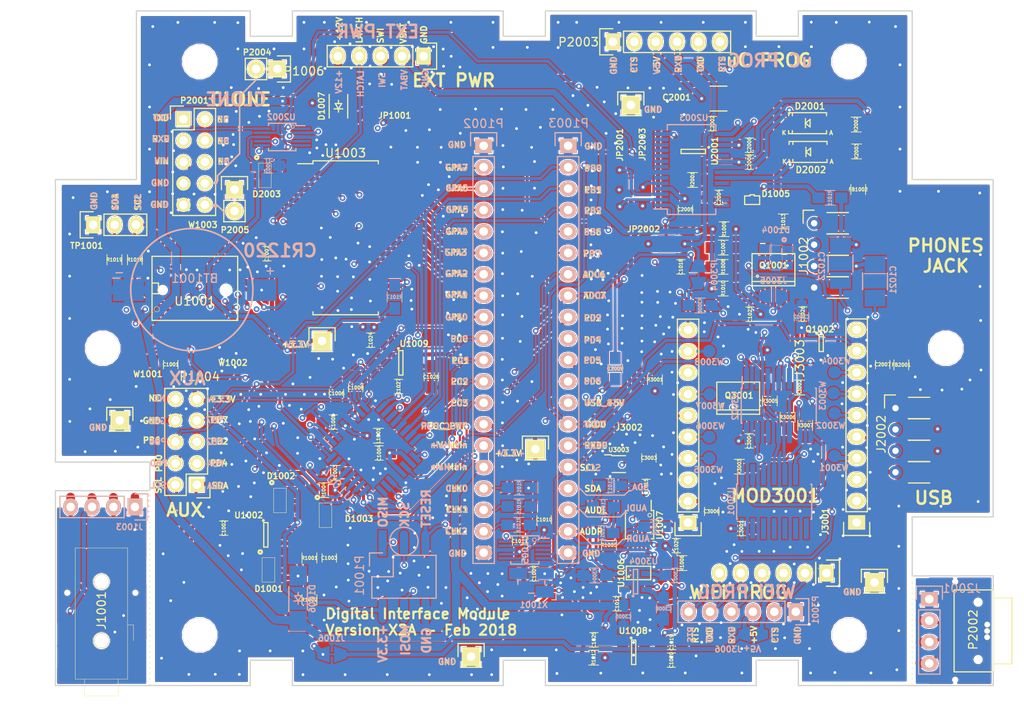
<source format=kicad_pcb>
(kicad_pcb (version 4) (host pcbnew 4.0.6)

  (general
    (links 429)
    (no_connects 0)
    (area 9.619679 28.699666 131.078442 114.15118)
    (thickness 1.6002)
    (drawings 276)
    (tracks 3638)
    (zones 0)
    (modules 223)
    (nets 177)
  )

  (page A4)
  (layers
    (0 F.Cu mixed)
    (1 In1.Cu mixed)
    (2 In2.Cu mixed)
    (31 B.Cu mixed)
    (32 B.Adhes user)
    (33 F.Adhes user)
    (34 B.Paste user)
    (35 F.Paste user)
    (36 B.SilkS user)
    (37 F.SilkS user)
    (38 B.Mask user)
    (39 F.Mask user)
    (40 Dwgs.User user)
    (41 Cmts.User user)
    (42 Eco1.User user)
    (43 Eco2.User user)
    (44 Edge.Cuts user)
    (45 Margin user)
    (46 B.CrtYd user)
    (47 F.CrtYd user)
    (48 B.Fab user)
    (49 F.Fab user)
  )

  (setup
    (last_trace_width 0.5)
    (user_trace_width 0.35)
    (user_trace_width 0.5)
    (user_trace_width 0.75)
    (user_trace_width 1)
    (trace_clearance 0.127)
    (zone_clearance 0.127)
    (zone_45_only yes)
    (trace_min 0.1524)
    (segment_width 0.2)
    (edge_width 0.15)
    (via_size 0.6858)
    (via_drill 0.3302)
    (via_min_size 0.6858)
    (via_min_drill 0.3302)
    (uvia_size 0.3)
    (uvia_drill 0.1)
    (uvias_allowed no)
    (uvia_min_size 0)
    (uvia_min_drill 0)
    (pcb_text_width 0.3)
    (pcb_text_size 1.5 1.5)
    (mod_edge_width 0.15)
    (mod_text_size 1 1)
    (mod_text_width 0.15)
    (pad_size 10 1.7272)
    (pad_drill 0)
    (pad_to_mask_clearance 0.07)
    (aux_axis_origin 0 0)
    (visible_elements FFFEFF7F)
    (pcbplotparams
      (layerselection 0x010f0_80000007)
      (usegerberextensions true)
      (excludeedgelayer true)
      (linewidth 0.100000)
      (plotframeref false)
      (viasonmask false)
      (mode 1)
      (useauxorigin false)
      (hpglpennumber 1)
      (hpglpenspeed 20)
      (hpglpendiameter 15)
      (hpglpenoverlay 2)
      (psnegative false)
      (psa4output false)
      (plotreference true)
      (plotvalue true)
      (plotinvisibletext false)
      (padsonsilk false)
      (subtractmaskfromsilk false)
      (outputformat 1)
      (mirror false)
      (drillshape 0)
      (scaleselection 1)
      (outputdirectory "../IF Module/Gerbers/"))
  )

  (net 0 "")
  (net 1 GND)
  (net 2 "Net-(BT1001-Pad1)")
  (net 3 +3V3)
  (net 4 "Net-(C1002-Pad2)")
  (net 5 "Net-(C1003-Pad2)")
  (net 6 "Net-(C1004-Pad2)")
  (net 7 Vproc)
  (net 8 "Net-(C1013-Pad1)")
  (net 9 "Net-(C1013-Pad2)")
  (net 10 "Net-(C1014-Pad1)")
  (net 11 "Net-(C1015-Pad1)")
  (net 12 "Net-(C1016-Pad1)")
  (net 13 "Net-(C1017-Pad1)")
  (net 14 PROC_ADC7*)
  (net 15 "Net-(C1019-Pad1)")
  (net 16 "Net-(C1020-Pad1)")
  (net 17 /LEFT_EAR)
  (net 18 "Net-(C1021-Pad2)")
  (net 19 /RIGHT_EAR)
  (net 20 "Net-(C1022-Pad2)")
  (net 21 "Net-(C1023-Pad1)")
  (net 22 "Net-(C1024-Pad1)")
  (net 23 +V_MAIN)
  (net 24 "Net-(C1026-Pad1)")
  (net 25 "Net-(C1027-Pad1)")
  (net 26 USB_+5V_DIRECT)
  (net 27 "Net-(C2004-Pad1)")
  (net 28 "Net-(C2006-Pad1)")
  (net 29 "Net-(C2007-Pad1)")
  (net 30 "Net-(C2009-Pad1)")
  (net 31 ~RESET~)
  (net 32 CLONE_V_IN)
  (net 33 "Net-(C3006-Pad1)")
  (net 34 "Net-(C3007-Pad1)")
  (net 35 USB_+5V_POWER)
  (net 36 EXT_PROC_PWR)
  (net 37 EARPHONE_SW_POWER)
  (net 38 "Net-(D1004-Pad3)")
  (net 39 "Net-(D1005-Pad2)")
  (net 40 "Net-(D1005-Pad3)")
  (net 41 "Net-(D2001-Pad1)")
  (net 42 "Net-(D2001-Pad2)")
  (net 43 "Net-(D2002-Pad1)")
  (net 44 "Net-(D2002-Pad2)")
  (net 45 DI_MASTER_~SLAVE~)
  (net 46 "Net-(FB1002-Pad2)")
  (net 47 "Net-(J1001-Pad4)")
  (net 48 "Net-(J1001-Pad5)")
  (net 49 "Net-(J1001-Pad6)")
  (net 50 DI_SDA)
  (net 51 "Net-(J3001-Pad2)")
  (net 52 "Net-(J3002-Pad1)")
  (net 53 DI_SCL)
  (net 54 "Net-(JP2001-Pad3)")
  (net 55 "Net-(JP2001-Pad1)")
  (net 56 HUZZAH_RXD0)
  (net 57 PROCESSOR_RXD0_AND_FTDI)
  (net 58 "Net-(JP2002-Pad2)")
  (net 59 HUZZAH_TXD0)
  (net 60 DI_TXD0)
  (net 61 "Net-(JP2003-Pad2)")
  (net 62 "Net-(MOD3001-Pad22)")
  (net 63 "Net-(MOD3001-Pad26)")
  (net 64 "Net-(MOD3001-Pad12)")
  (net 65 "Net-(MOD3001-Pad13)")
  (net 66 "Net-(MOD3001-Pad14)")
  (net 67 "Net-(MOD3001-Pad16)")
  (net 68 "Net-(MOD3001-Pad17)")
  (net 69 "Net-(MOD3001-Pad18)")
  (net 70 "Net-(MOD3001-Pad20)")
  (net 71 "Net-(MOD3001-Pad8)")
  (net 72 "Net-(MOD3001-Pad7)")
  (net 73 "Net-(MOD3001-Pad6)")
  (net 74 "Net-(MOD3001-Pad4)")
  (net 75 "Net-(MOD3001-Pad3)")
  (net 76 "Net-(MOD3001-Pad2)")
  (net 77 ~WIFI_RESET~)
  (net 78 MISO)
  (net 79 SCK)
  (net 80 MOSI)
  (net 81 "Net-(P1002-Pad2)")
  (net 82 "Net-(P1002-Pad3)")
  (net 83 "Net-(P1002-Pad4)")
  (net 84 "Net-(P1002-Pad5)")
  (net 85 "Net-(P1002-Pad6)")
  (net 86 "Net-(P1002-Pad7)")
  (net 87 "Net-(P1002-Pad8)")
  (net 88 "Net-(P1002-Pad9)")
  (net 89 PROC_PC0*)
  (net 90 PROC_PC1*)
  (net 91 PROC_PC2)
  (net 92 PROC_PC3)
  (net 93 PROC_PB0**)
  (net 94 PROC_PB1)
  (net 95 PROC_PB2**)
  (net 96 PROC_PB6**)
  (net 97 PROC_PB7**)
  (net 98 PROC_ADC6)
  (net 99 PROC_PD2*)
  (net 100 PROC_PD4**)
  (net 101 PROC_PD5*)
  (net 102 PROC_PD6)
  (net 103 DI_RXD0_AND_EXT)
  (net 104 "Net-(P1004-Pad10)")
  (net 105 HEADPHONE_PWR_LATCH)
  (net 106 BATTERY_VOLTAGE)
  (net 107 "Net-(P2001-Pad1)")
  (net 108 "Net-(P2001-Pad2)")
  (net 109 "Net-(P2002-Pad4)")
  (net 110 ~Clone_Present~)
  (net 111 ~FTDI_Present~)
  (net 112 "Net-(R1001-Pad1)")
  (net 113 /PD1)
  (net 114 "Net-(R1005-Pad1)")
  (net 115 "Net-(R1006-Pad2)")
  (net 116 AUDIO_AMP_ENABLE)
  (net 117 "Net-(R2001-Pad2)")
  (net 118 WIFI_ENABLE)
  (net 119 "Net-(U1001-Pad1)")
  (net 120 "Net-(U1001-Pad4)")
  (net 121 ~EXT_UART_ENABLE~)
  (net 122 "Net-(U1003-Pad11)")
  (net 123 "Net-(U1003-Pad14)")
  (net 124 PROC_PD7)
  (net 125 PROC_PD3)
  (net 126 DI_RXD0)
  (net 127 "Net-(U1005-Pad2)")
  (net 128 "Net-(U1005-Pad3)")
  (net 129 "Net-(U2001-Pad3)")
  (net 130 PROCESSOR_RXD0_AND_CLONE)
  (net 131 "Net-(U2003-Pad6)")
  (net 132 "Net-(U2003-Pad8)")
  (net 133 "Net-(U2003-Pad9)")
  (net 134 "Net-(U2003-Pad10)")
  (net 135 "Net-(U2003-Pad11)")
  (net 136 "Net-(U2003-Pad12)")
  (net 137 "Net-(U2003-Pad13)")
  (net 138 "Net-(U2003-Pad19)")
  (net 139 "Net-(U2003-Pad24)")
  (net 140 "Net-(U2003-Pad27)")
  (net 141 "Net-(U2003-Pad28)")
  (net 142 "Net-(U3001-Pad1)")
  (net 143 "Net-(U3001-Pad2)")
  (net 144 "Net-(U3001-Pad4)")
  (net 145 "Net-(U3001-Pad5)")
  (net 146 "Net-(U3002-Pad13)")
  (net 147 "Net-(X1001-Pad1)")
  (net 148 "Net-(J2001-Pad2)")
  (net 149 "Net-(J2001-Pad3)")
  (net 150 "Net-(J2001-Pad1)")
  (net 151 "Net-(J2001-Pad4)")
  (net 152 "Net-(J2002-Pad3)")
  (net 153 "Net-(J2002-Pad2)")
  (net 154 "Net-(D1007-Pad2)")
  (net 155 "Net-(C1021-Pad1)")
  (net 156 "Net-(C1022-Pad1)")
  (net 157 "Net-(J1001-Pad1)")
  (net 158 "Net-(C2010-Pad2)")
  (net 159 "Net-(P2003-Pad2)")
  (net 160 "Net-(P1002-Pad17)")
  (net 161 "Net-(P1002-Pad18)")
  (net 162 "Net-(P1002-Pad19)")
  (net 163 "Net-(P2001-Pad3)")
  (net 164 "Net-(P2001-Pad4)")
  (net 165 "Net-(P2001-Pad6)")
  (net 166 "Net-(P2001-Pad8)")
  (net 167 "Net-(P2001-Pad10)")
  (net 168 "Net-(R1014-Pad2)")
  (net 169 "Net-(R1015-Pad2)")
  (net 170 "Net-(R1016-Pad2)")
  (net 171 "Net-(J3003-Pad2)")
  (net 172 "Net-(J3005-Pad2)")
  (net 173 "Net-(J3006-Pad2)")
  (net 174 "Net-(JP3004-Pad1)")
  (net 175 "Net-(R1017-Pad1)")
  (net 176 "Net-(R3006-Pad1)")

  (net_class Default "This is the default net class."
    (clearance 0.127)
    (trace_width 0.25)
    (via_dia 0.6858)
    (via_drill 0.3302)
    (uvia_dia 0.3)
    (uvia_drill 0.1)
    (add_net +3V3)
    (add_net +V_MAIN)
    (add_net /LEFT_EAR)
    (add_net /PD1)
    (add_net /RIGHT_EAR)
    (add_net AUDIO_AMP_ENABLE)
    (add_net BATTERY_VOLTAGE)
    (add_net CLONE_V_IN)
    (add_net DI_MASTER_~SLAVE~)
    (add_net DI_RXD0)
    (add_net DI_RXD0_AND_EXT)
    (add_net DI_SCL)
    (add_net DI_SDA)
    (add_net DI_TXD0)
    (add_net EARPHONE_SW_POWER)
    (add_net EXT_PROC_PWR)
    (add_net GND)
    (add_net HEADPHONE_PWR_LATCH)
    (add_net HUZZAH_RXD0)
    (add_net HUZZAH_TXD0)
    (add_net MISO)
    (add_net MOSI)
    (add_net "Net-(BT1001-Pad1)")
    (add_net "Net-(C1002-Pad2)")
    (add_net "Net-(C1003-Pad2)")
    (add_net "Net-(C1004-Pad2)")
    (add_net "Net-(C1013-Pad1)")
    (add_net "Net-(C1013-Pad2)")
    (add_net "Net-(C1014-Pad1)")
    (add_net "Net-(C1015-Pad1)")
    (add_net "Net-(C1016-Pad1)")
    (add_net "Net-(C1017-Pad1)")
    (add_net "Net-(C1019-Pad1)")
    (add_net "Net-(C1020-Pad1)")
    (add_net "Net-(C1021-Pad1)")
    (add_net "Net-(C1021-Pad2)")
    (add_net "Net-(C1022-Pad1)")
    (add_net "Net-(C1022-Pad2)")
    (add_net "Net-(C1023-Pad1)")
    (add_net "Net-(C1024-Pad1)")
    (add_net "Net-(C1026-Pad1)")
    (add_net "Net-(C1027-Pad1)")
    (add_net "Net-(C2004-Pad1)")
    (add_net "Net-(C2006-Pad1)")
    (add_net "Net-(C2007-Pad1)")
    (add_net "Net-(C2009-Pad1)")
    (add_net "Net-(C2010-Pad2)")
    (add_net "Net-(C3006-Pad1)")
    (add_net "Net-(C3007-Pad1)")
    (add_net "Net-(D1004-Pad3)")
    (add_net "Net-(D1005-Pad2)")
    (add_net "Net-(D1005-Pad3)")
    (add_net "Net-(D1007-Pad2)")
    (add_net "Net-(D2001-Pad1)")
    (add_net "Net-(D2001-Pad2)")
    (add_net "Net-(D2002-Pad1)")
    (add_net "Net-(D2002-Pad2)")
    (add_net "Net-(FB1002-Pad2)")
    (add_net "Net-(J1001-Pad1)")
    (add_net "Net-(J1001-Pad4)")
    (add_net "Net-(J1001-Pad5)")
    (add_net "Net-(J1001-Pad6)")
    (add_net "Net-(J2001-Pad1)")
    (add_net "Net-(J2001-Pad2)")
    (add_net "Net-(J2001-Pad3)")
    (add_net "Net-(J2001-Pad4)")
    (add_net "Net-(J2002-Pad2)")
    (add_net "Net-(J2002-Pad3)")
    (add_net "Net-(J3001-Pad2)")
    (add_net "Net-(J3002-Pad1)")
    (add_net "Net-(J3003-Pad2)")
    (add_net "Net-(J3005-Pad2)")
    (add_net "Net-(J3006-Pad2)")
    (add_net "Net-(JP2001-Pad1)")
    (add_net "Net-(JP2001-Pad3)")
    (add_net "Net-(JP2002-Pad2)")
    (add_net "Net-(JP2003-Pad2)")
    (add_net "Net-(JP3004-Pad1)")
    (add_net "Net-(MOD3001-Pad12)")
    (add_net "Net-(MOD3001-Pad13)")
    (add_net "Net-(MOD3001-Pad14)")
    (add_net "Net-(MOD3001-Pad16)")
    (add_net "Net-(MOD3001-Pad17)")
    (add_net "Net-(MOD3001-Pad18)")
    (add_net "Net-(MOD3001-Pad2)")
    (add_net "Net-(MOD3001-Pad20)")
    (add_net "Net-(MOD3001-Pad22)")
    (add_net "Net-(MOD3001-Pad26)")
    (add_net "Net-(MOD3001-Pad3)")
    (add_net "Net-(MOD3001-Pad4)")
    (add_net "Net-(MOD3001-Pad6)")
    (add_net "Net-(MOD3001-Pad7)")
    (add_net "Net-(MOD3001-Pad8)")
    (add_net "Net-(P1002-Pad17)")
    (add_net "Net-(P1002-Pad18)")
    (add_net "Net-(P1002-Pad19)")
    (add_net "Net-(P1002-Pad2)")
    (add_net "Net-(P1002-Pad3)")
    (add_net "Net-(P1002-Pad4)")
    (add_net "Net-(P1002-Pad5)")
    (add_net "Net-(P1002-Pad6)")
    (add_net "Net-(P1002-Pad7)")
    (add_net "Net-(P1002-Pad8)")
    (add_net "Net-(P1002-Pad9)")
    (add_net "Net-(P1004-Pad10)")
    (add_net "Net-(P2001-Pad1)")
    (add_net "Net-(P2001-Pad10)")
    (add_net "Net-(P2001-Pad2)")
    (add_net "Net-(P2001-Pad3)")
    (add_net "Net-(P2001-Pad4)")
    (add_net "Net-(P2001-Pad6)")
    (add_net "Net-(P2001-Pad8)")
    (add_net "Net-(P2002-Pad4)")
    (add_net "Net-(P2003-Pad2)")
    (add_net "Net-(R1001-Pad1)")
    (add_net "Net-(R1005-Pad1)")
    (add_net "Net-(R1006-Pad2)")
    (add_net "Net-(R1014-Pad2)")
    (add_net "Net-(R1015-Pad2)")
    (add_net "Net-(R1016-Pad2)")
    (add_net "Net-(R1017-Pad1)")
    (add_net "Net-(R2001-Pad2)")
    (add_net "Net-(R3006-Pad1)")
    (add_net "Net-(U1001-Pad1)")
    (add_net "Net-(U1001-Pad4)")
    (add_net "Net-(U1003-Pad11)")
    (add_net "Net-(U1003-Pad14)")
    (add_net "Net-(U1005-Pad2)")
    (add_net "Net-(U1005-Pad3)")
    (add_net "Net-(U2001-Pad3)")
    (add_net "Net-(U2003-Pad10)")
    (add_net "Net-(U2003-Pad11)")
    (add_net "Net-(U2003-Pad12)")
    (add_net "Net-(U2003-Pad13)")
    (add_net "Net-(U2003-Pad19)")
    (add_net "Net-(U2003-Pad24)")
    (add_net "Net-(U2003-Pad27)")
    (add_net "Net-(U2003-Pad28)")
    (add_net "Net-(U2003-Pad6)")
    (add_net "Net-(U2003-Pad8)")
    (add_net "Net-(U2003-Pad9)")
    (add_net "Net-(U3001-Pad1)")
    (add_net "Net-(U3001-Pad2)")
    (add_net "Net-(U3001-Pad4)")
    (add_net "Net-(U3001-Pad5)")
    (add_net "Net-(U3002-Pad13)")
    (add_net "Net-(X1001-Pad1)")
    (add_net PROCESSOR_RXD0_AND_CLONE)
    (add_net PROCESSOR_RXD0_AND_FTDI)
    (add_net PROC_ADC6)
    (add_net PROC_ADC7*)
    (add_net PROC_PB0**)
    (add_net PROC_PB1)
    (add_net PROC_PB2**)
    (add_net PROC_PB6**)
    (add_net PROC_PB7**)
    (add_net PROC_PC0*)
    (add_net PROC_PC1*)
    (add_net PROC_PC2)
    (add_net PROC_PC3)
    (add_net PROC_PD2*)
    (add_net PROC_PD3)
    (add_net PROC_PD4**)
    (add_net PROC_PD5*)
    (add_net PROC_PD6)
    (add_net PROC_PD7)
    (add_net SCK)
    (add_net USB_+5V_DIRECT)
    (add_net USB_+5V_POWER)
    (add_net Vproc)
    (add_net WIFI_ENABLE)
    (add_net ~Clone_Present~)
    (add_net ~EXT_UART_ENABLE~)
    (add_net ~FTDI_Present~)
    (add_net ~RESET~)
    (add_net ~WIFI_RESET~)
  )

  (net_class Power.5 ""
    (clearance 0.127)
    (trace_width 0.5)
    (via_dia 0.6858)
    (via_drill 0.5)
    (uvia_dia 0.3)
    (uvia_drill 0.1)
  )

  (net_class Power.75 ""
    (clearance 0.127)
    (trace_width 0.75)
    (via_dia 1)
    (via_drill 0.75)
    (uvia_dia 0.3)
    (uvia_drill 0.1)
  )

  (net_class Power1.0 ""
    (clearance 0.127)
    (trace_width 1)
    (via_dia 1.3)
    (via_drill 1)
    (uvia_dia 0.3)
    (uvia_drill 0.1)
  )

  (net_class Signal.25 ""
    (clearance 0.127)
    (trace_width 0.25)
    (via_dia 0.6858)
    (via_drill 0.3302)
    (uvia_dia 0.3)
    (uvia_drill 0.1)
  )

  (net_class Signal.35 ""
    (clearance 0.127)
    (trace_width 0.35)
    (via_dia 0.6858)
    (via_drill 0.4302)
    (uvia_dia 0.3)
    (uvia_drill 0.1)
  )

  (module Pin_Headers:Skid_Pins_1x04 (layer F.Cu) (tedit 5A8B2F7B) (tstamp 59F0123A)
    (at 106.17 55.18)
    (descr "Through hole pin header")
    (tags "pin header")
    (path /59E8FA10)
    (fp_text reference J1002 (at -1.23 3.89 90) (layer F.SilkS)
      (effects (font (size 1 1) (thickness 0.15)))
    )
    (fp_text value CONN_01X04 (at 0 -3.1) (layer F.Fab)
      (effects (font (size 1 1) (thickness 0.15)))
    )
    (fp_line (start -1.5 -1.75) (end -1.5 9.4) (layer F.CrtYd) (width 0.05))
    (fp_line (start 10.65 -1.75) (end 10.65 9.4) (layer F.CrtYd) (width 0.05))
    (fp_line (start -1.5 -1.75) (end 10.65 -1.75) (layer F.CrtYd) (width 0.05))
    (fp_line (start -1.5 9.4) (end 10.65 9.4) (layer F.CrtYd) (width 0.05))
    (fp_line (start -1.3 -1.55) (end -1.3 0) (layer F.SilkS) (width 0.15))
    (fp_line (start 0 -1.55) (end -1.3 -1.55) (layer F.SilkS) (width 0.15))
    (fp_line (start 1.524 -1.27) (end 4.064 -1.27) (layer F.SilkS) (width 0.15))
    (fp_line (start 1.524 1.27) (end 4.064 1.27) (layer F.SilkS) (width 0.15))
    (fp_line (start 1.524 3.81) (end 4.064 3.81) (layer F.SilkS) (width 0.15))
    (fp_line (start 1.524 1.27) (end 4.064 1.27) (layer F.SilkS) (width 0.15))
    (fp_line (start 1.524 6.35) (end 4.064 6.35) (layer F.SilkS) (width 0.15))
    (fp_line (start 1.524 8.89) (end 4.064 8.89) (layer F.SilkS) (width 0.15))
    (fp_line (start 1.524 6.35) (end 4.064 6.35) (layer F.SilkS) (width 0.15))
    (fp_line (start 1.524 3.81) (end 4.064 3.81) (layer F.SilkS) (width 0.15))
    (pad 1 smd oval (at 5 0) (size 10 1.7272) (layers F.Cu F.Paste F.Mask)
      (net 46 "Net-(FB1002-Pad2)") (thermal_width 2) (thermal_gap 0.15))
    (pad 2 smd rect (at 5 2.54) (size 10 1.7272) (layers F.Cu F.Paste F.Mask)
      (net 156 "Net-(C1022-Pad1)"))
    (pad 3 smd rect (at 5 5.08) (size 10 1.7272) (layers F.Cu F.Paste F.Mask)
      (net 155 "Net-(C1021-Pad1)"))
    (pad 4 smd rect (at 5 7.62) (size 10 1.7272) (layers F.Cu F.Paste F.Mask)
      (net 1 GND) (zone_connect 1) (thermal_width 2) (thermal_gap 0.15))
    (pad 1 thru_hole circle (at 0 0) (size 1.524 1.524) (drill 0.762) (layers *.Cu *.Mask)
      (net 46 "Net-(FB1002-Pad2)"))
    (pad 2 thru_hole circle (at 0 2.54) (size 1.524 1.524) (drill 0.762) (layers *.Cu *.Mask)
      (net 156 "Net-(C1022-Pad1)"))
    (pad 3 thru_hole circle (at 0 5.08) (size 1.524 1.524) (drill 0.762) (layers *.Cu *.Mask)
      (net 155 "Net-(C1021-Pad1)"))
    (pad 4 thru_hole circle (at 0 7.62) (size 1.524 1.524) (drill 0.762) (layers *.Cu *.Mask)
      (net 1 GND))
  )

  (module Pin_Headers:Skid_Pins_1x04 (layer F.Cu) (tedit 5A8B2C37) (tstamp 59EE663D)
    (at 115.82 77.09)
    (descr "Through hole pin header")
    (tags "pin header")
    (path /591CA64F/59E664E3)
    (fp_text reference J2002 (at -1.69 3.1 90) (layer F.SilkS)
      (effects (font (size 1 1) (thickness 0.15)))
    )
    (fp_text value CONN_01X04 (at 0 -3.1) (layer F.Fab)
      (effects (font (size 1 1) (thickness 0.15)))
    )
    (fp_line (start -1.5 -1.75) (end -1.5 9.4) (layer F.CrtYd) (width 0.05))
    (fp_line (start 10.65 -1.75) (end 10.65 9.4) (layer F.CrtYd) (width 0.05))
    (fp_line (start -1.5 -1.75) (end 10.65 -1.75) (layer F.CrtYd) (width 0.05))
    (fp_line (start -1.5 9.4) (end 10.65 9.4) (layer F.CrtYd) (width 0.05))
    (fp_line (start -1.3 -1.55) (end -1.3 0) (layer F.SilkS) (width 0.15))
    (fp_line (start 0 -1.55) (end -1.3 -1.55) (layer F.SilkS) (width 0.15))
    (fp_line (start 1.524 -1.27) (end 4.064 -1.27) (layer F.SilkS) (width 0.15))
    (fp_line (start 1.524 1.27) (end 4.064 1.27) (layer F.SilkS) (width 0.15))
    (fp_line (start 1.524 3.81) (end 4.064 3.81) (layer F.SilkS) (width 0.15))
    (fp_line (start 1.524 1.27) (end 4.064 1.27) (layer F.SilkS) (width 0.15))
    (fp_line (start 1.524 6.35) (end 4.064 6.35) (layer F.SilkS) (width 0.15))
    (fp_line (start 1.524 8.89) (end 4.064 8.89) (layer F.SilkS) (width 0.15))
    (fp_line (start 1.524 6.35) (end 4.064 6.35) (layer F.SilkS) (width 0.15))
    (fp_line (start 1.524 3.81) (end 4.064 3.81) (layer F.SilkS) (width 0.15))
    (pad 2 thru_hole circle (at 0 2.54) (size 1.524 1.524) (drill 0.762) (layers *.Cu *.Mask)
      (net 153 "Net-(J2002-Pad2)"))
    (pad 1 smd oval (at 5 0) (size 10 1.7272) (layers F.Cu F.Paste F.Mask)
      (net 1 GND) (zone_connect 1) (thermal_width 2) (thermal_gap 0.15))
    (pad 2 smd rect (at 5 2.54) (size 10 1.7272) (layers F.Cu F.Paste F.Mask)
      (net 153 "Net-(J2002-Pad2)"))
    (pad 3 smd rect (at 5 5.08) (size 10 1.7272) (layers F.Cu F.Paste F.Mask)
      (net 152 "Net-(J2002-Pad3)"))
    (pad 4 smd rect (at 5 7.62) (size 10 1.7272) (layers F.Cu F.Paste F.Mask)
      (net 29 "Net-(C2007-Pad1)"))
    (pad 1 thru_hole circle (at 0 0.0127) (size 1.524 1.524) (drill 0.762) (layers *.Cu *.Mask)
      (net 1 GND))
    (pad 3 thru_hole circle (at 0 5.08) (size 1.524 1.524) (drill 0.762) (layers *.Cu *.Mask)
      (net 152 "Net-(J2002-Pad3)"))
    (pad 4 thru_hole circle (at 0 7.62) (size 1.524 1.524) (drill 0.762) (layers *.Cu *.Mask)
      (net 29 "Net-(C2007-Pad1)"))
  )

  (module Pin_Headers:Pin_Header_Straight_1x01 (layer F.Cu) (tedit 5A8B0798) (tstamp 59FF5CA9)
    (at 113.32 97.77)
    (descr "Through hole pin header")
    (tags "pin header")
    (path /59FF6D51)
    (fp_text reference J1005 (at 0.07 -2.63) (layer F.SilkS) hide
      (effects (font (size 1 1) (thickness 0.15)))
    )
    (fp_text value CONN_01X01 (at 2.9972 0.0635) (layer F.SilkS) hide
      (effects (font (size 0.7 0.7) (thickness 0.15)))
    )
    (fp_line (start 1.55 -1.55) (end 1.55 0) (layer F.SilkS) (width 0.15))
    (fp_line (start -1.75 -1.75) (end -1.75 1.75) (layer F.CrtYd) (width 0.05))
    (fp_line (start 1.75 -1.75) (end 1.75 1.75) (layer F.CrtYd) (width 0.05))
    (fp_line (start -1.75 -1.75) (end 1.75 -1.75) (layer F.CrtYd) (width 0.05))
    (fp_line (start -1.75 1.75) (end 1.75 1.75) (layer F.CrtYd) (width 0.05))
    (fp_line (start -1.55 0) (end -1.55 -1.55) (layer F.SilkS) (width 0.15))
    (fp_line (start -1.55 -1.55) (end 1.55 -1.55) (layer F.SilkS) (width 0.15))
    (fp_line (start -1.27 1.27) (end 1.27 1.27) (layer F.SilkS) (width 0.15))
    (pad 1 thru_hole rect (at 0 0) (size 2.2352 2.2352) (drill 1.016) (layers *.Cu *.Mask F.SilkS)
      (net 1 GND) (zone_connect 1) (thermal_width 1) (thermal_gap 0.15))
    (model Pin_Headers.3dshapes/Pin_Header_Straight_1x01.wrl
      (at (xyz 0 0 0))
      (scale (xyz 1 1 1))
      (rotate (xyz 0 0 90))
    )
  )

  (module Pin_Headers:Pin_Header_Straight_1x01 (layer F.Cu) (tedit 5A8AFD99) (tstamp 59FF5C90)
    (at 23.83 78.56)
    (descr "Through hole pin header")
    (tags "pin header")
    (path /59FF6D51)
    (fp_text reference J1005 (at 0.07 -2.63) (layer F.SilkS) hide
      (effects (font (size 1 1) (thickness 0.15)))
    )
    (fp_text value CONN_01X01 (at 2.9972 0.0635) (layer F.SilkS) hide
      (effects (font (size 0.7 0.7) (thickness 0.15)))
    )
    (fp_line (start 1.55 -1.55) (end 1.55 0) (layer F.SilkS) (width 0.15))
    (fp_line (start -1.75 -1.75) (end -1.75 1.75) (layer F.CrtYd) (width 0.05))
    (fp_line (start 1.75 -1.75) (end 1.75 1.75) (layer F.CrtYd) (width 0.05))
    (fp_line (start -1.75 -1.75) (end 1.75 -1.75) (layer F.CrtYd) (width 0.05))
    (fp_line (start -1.75 1.75) (end 1.75 1.75) (layer F.CrtYd) (width 0.05))
    (fp_line (start -1.55 0) (end -1.55 -1.55) (layer F.SilkS) (width 0.15))
    (fp_line (start -1.55 -1.55) (end 1.55 -1.55) (layer F.SilkS) (width 0.15))
    (fp_line (start -1.27 1.27) (end 1.27 1.27) (layer F.SilkS) (width 0.15))
    (pad 1 thru_hole rect (at 0 0) (size 2.2352 2.2352) (drill 1.016) (layers *.Cu *.Mask F.SilkS)
      (net 1 GND) (zone_connect 1) (thermal_width 1) (thermal_gap 0.15))
    (model Pin_Headers.3dshapes/Pin_Header_Straight_1x01.wrl
      (at (xyz 0 0 0))
      (scale (xyz 1 1 1))
      (rotate (xyz 0 0 90))
    )
  )

  (module Pin_Headers:Pin_Header_Straight_1x01 (layer F.Cu) (tedit 5A8AFE18) (tstamp 59FF5AE0)
    (at 65.49 106.57)
    (descr "Through hole pin header")
    (tags "pin header")
    (path /59FF6D51)
    (fp_text reference J1005 (at 0.07 -2.63) (layer F.SilkS) hide
      (effects (font (size 1 1) (thickness 0.15)))
    )
    (fp_text value CONN_01X01 (at 2.9972 0.0635) (layer F.SilkS) hide
      (effects (font (size 0.7 0.7) (thickness 0.15)))
    )
    (fp_line (start 1.55 -1.55) (end 1.55 0) (layer F.SilkS) (width 0.15))
    (fp_line (start -1.75 -1.75) (end -1.75 1.75) (layer F.CrtYd) (width 0.05))
    (fp_line (start 1.75 -1.75) (end 1.75 1.75) (layer F.CrtYd) (width 0.05))
    (fp_line (start -1.75 -1.75) (end 1.75 -1.75) (layer F.CrtYd) (width 0.05))
    (fp_line (start -1.75 1.75) (end 1.75 1.75) (layer F.CrtYd) (width 0.05))
    (fp_line (start -1.55 0) (end -1.55 -1.55) (layer F.SilkS) (width 0.15))
    (fp_line (start -1.55 -1.55) (end 1.55 -1.55) (layer F.SilkS) (width 0.15))
    (fp_line (start -1.27 1.27) (end 1.27 1.27) (layer F.SilkS) (width 0.15))
    (pad 1 thru_hole rect (at 0 0) (size 2.2352 2.2352) (drill 1.016) (layers *.Cu *.Mask F.SilkS)
      (net 1 GND) (zone_connect 1) (thermal_width 1) (thermal_gap 0.15))
    (model Pin_Headers.3dshapes/Pin_Header_Straight_1x01.wrl
      (at (xyz 0 0 0))
      (scale (xyz 1 1 1))
      (rotate (xyz 0 0 90))
    )
  )

  (module Pin_Headers:Pin_Header_Straight_1x01 (layer F.Cu) (tedit 5A8B08FF) (tstamp 59FF5AD3)
    (at 84.43 41.15)
    (descr "Through hole pin header")
    (tags "pin header")
    (path /59FF6C44)
    (fp_text reference J1004 (at 0.03 -2.55) (layer F.SilkS) hide
      (effects (font (size 1 1) (thickness 0.15)))
    )
    (fp_text value CONN_01X01 (at 3.429 0) (layer F.SilkS) hide
      (effects (font (size 0.7 0.7) (thickness 0.15)))
    )
    (fp_line (start 1.55 -1.55) (end 1.55 0) (layer F.SilkS) (width 0.15))
    (fp_line (start -1.75 -1.75) (end -1.75 1.75) (layer F.CrtYd) (width 0.05))
    (fp_line (start 1.75 -1.75) (end 1.75 1.75) (layer F.CrtYd) (width 0.05))
    (fp_line (start -1.75 -1.75) (end 1.75 -1.75) (layer F.CrtYd) (width 0.05))
    (fp_line (start -1.75 1.75) (end 1.75 1.75) (layer F.CrtYd) (width 0.05))
    (fp_line (start -1.55 0) (end -1.55 -1.55) (layer F.SilkS) (width 0.15))
    (fp_line (start -1.55 -1.55) (end 1.55 -1.55) (layer F.SilkS) (width 0.15))
    (fp_line (start -1.27 1.27) (end 1.27 1.27) (layer F.SilkS) (width 0.15))
    (pad 1 thru_hole rect (at 0 0) (size 2.2352 2.2352) (drill 1.016) (layers *.Cu *.Mask F.SilkS)
      (net 1 GND) (zone_connect 1) (thermal_width 1) (thermal_gap 0.15))
    (model Pin_Headers.3dshapes/Pin_Header_Straight_1x01.wrl
      (at (xyz 0 0 0))
      (scale (xyz 1 1 1))
      (rotate (xyz 0 0 90))
    )
  )

  (module Pin_Headers:Pin_Header_Straight_2x05 (layer F.Cu) (tedit 5A8AFDAC) (tstamp 59EADF2E)
    (at 32.97 86.19 180)
    (descr "Through hole pin header")
    (tags "pin header")
    (path /5878586F)
    (fp_text reference P1004 (at -0.33 12.82 180) (layer F.SilkS)
      (effects (font (size 1 1) (thickness 0.15)))
    )
    (fp_text value CONN_02X05 (at 0 -3.1 180) (layer F.Fab)
      (effects (font (size 1 1) (thickness 0.15)))
    )
    (fp_line (start -1.75 -1.75) (end -1.75 11.95) (layer F.CrtYd) (width 0.05))
    (fp_line (start 4.3 -1.75) (end 4.3 11.95) (layer F.CrtYd) (width 0.05))
    (fp_line (start -1.75 -1.75) (end 4.3 -1.75) (layer F.CrtYd) (width 0.05))
    (fp_line (start -1.75 11.95) (end 4.3 11.95) (layer F.CrtYd) (width 0.05))
    (fp_line (start 3.81 -1.27) (end 3.81 11.43) (layer F.SilkS) (width 0.15))
    (fp_line (start 3.81 11.43) (end -1.27 11.43) (layer F.SilkS) (width 0.15))
    (fp_line (start -1.27 11.43) (end -1.27 1.27) (layer F.SilkS) (width 0.15))
    (fp_line (start 3.81 -1.27) (end 1.27 -1.27) (layer F.SilkS) (width 0.15))
    (fp_line (start 0 -1.55) (end -1.55 -1.55) (layer F.SilkS) (width 0.15))
    (fp_line (start 1.27 -1.27) (end 1.27 1.27) (layer F.SilkS) (width 0.15))
    (fp_line (start 1.27 1.27) (end -1.27 1.27) (layer F.SilkS) (width 0.15))
    (fp_line (start -1.55 -1.55) (end -1.55 0) (layer F.SilkS) (width 0.15))
    (pad 1 thru_hole rect (at 0 0 180) (size 1.7272 1.7272) (drill 1.016) (layers *.Cu *.Mask F.SilkS)
      (net 50 DI_SDA))
    (pad 2 thru_hole oval (at 2.54 0 180) (size 1.7272 1.7272) (drill 1.016) (layers *.Cu *.Mask F.SilkS)
      (net 53 DI_SCL))
    (pad 3 thru_hole oval (at 0 2.54 180) (size 1.7272 1.7272) (drill 1.016) (layers *.Cu *.Mask F.SilkS)
      (net 100 PROC_PD4**))
    (pad 4 thru_hole oval (at 2.54 2.54 180) (size 1.7272 1.7272) (drill 1.016) (layers *.Cu *.Mask F.SilkS)
      (net 93 PROC_PB0**))
    (pad 5 thru_hole oval (at 0 5.08 180) (size 1.7272 1.7272) (drill 1.016) (layers *.Cu *.Mask F.SilkS)
      (net 95 PROC_PB2**))
    (pad 6 thru_hole oval (at 2.54 5.08 180) (size 1.7272 1.7272) (drill 1.016) (layers *.Cu *.Mask F.SilkS)
      (net 96 PROC_PB6**))
    (pad 7 thru_hole oval (at 0 7.62 180) (size 1.7272 1.7272) (drill 1.016) (layers *.Cu *.Mask F.SilkS)
      (net 97 PROC_PB7**))
    (pad 8 thru_hole oval (at 2.54 7.62 180) (size 1.7272 1.7272) (drill 1.016) (layers *.Cu *.Mask F.SilkS)
      (net 1 GND) (zone_connect 1) (thermal_width 1) (thermal_gap 0.15))
    (pad 9 thru_hole oval (at 0 10.16 180) (size 1.7272 1.7272) (drill 1.016) (layers *.Cu *.Mask F.SilkS)
      (net 3 +3V3))
    (pad 10 thru_hole oval (at 2.54 10.16 180) (size 1.7272 1.7272) (drill 1.016) (layers *.Cu *.Mask F.SilkS)
      (net 104 "Net-(P1004-Pad10)"))
  )

  (module Pin_Headers:Pin_Header_Straight_1x05 (layer F.Cu) (tedit 5A8AFC21) (tstamp 59EADF4F)
    (at 59.85 35.36 270)
    (descr "Through hole pin header")
    (tags "pin header")
    (path /5959D0FC)
    (fp_text reference P1006 (at 1.78 14.18 360) (layer F.SilkS)
      (effects (font (size 1 1) (thickness 0.15)))
    )
    (fp_text value "External Power" (at 0 -3.1 270) (layer F.Fab)
      (effects (font (size 1 1) (thickness 0.15)))
    )
    (fp_line (start -1.55 0) (end -1.55 -1.55) (layer F.SilkS) (width 0.15))
    (fp_line (start -1.55 -1.55) (end 1.55 -1.55) (layer F.SilkS) (width 0.15))
    (fp_line (start 1.55 -1.55) (end 1.55 0) (layer F.SilkS) (width 0.15))
    (fp_line (start -1.75 -1.75) (end -1.75 11.95) (layer F.CrtYd) (width 0.05))
    (fp_line (start 1.75 -1.75) (end 1.75 11.95) (layer F.CrtYd) (width 0.05))
    (fp_line (start -1.75 -1.75) (end 1.75 -1.75) (layer F.CrtYd) (width 0.05))
    (fp_line (start -1.75 11.95) (end 1.75 11.95) (layer F.CrtYd) (width 0.05))
    (fp_line (start 1.27 1.27) (end 1.27 11.43) (layer F.SilkS) (width 0.15))
    (fp_line (start 1.27 11.43) (end -1.27 11.43) (layer F.SilkS) (width 0.15))
    (fp_line (start -1.27 11.43) (end -1.27 1.27) (layer F.SilkS) (width 0.15))
    (fp_line (start 1.27 1.27) (end -1.27 1.27) (layer F.SilkS) (width 0.15))
    (pad 1 thru_hole rect (at 0 0 270) (size 2.032 1.7272) (drill 1.016) (layers *.Cu *.Mask F.SilkS)
      (net 1 GND) (zone_connect 1) (thermal_width 1) (thermal_gap 0.15))
    (pad 2 thru_hole oval (at 0 2.54 270) (size 2.032 1.7272) (drill 1.016) (layers *.Cu *.Mask F.SilkS)
      (net 106 BATTERY_VOLTAGE))
    (pad 3 thru_hole oval (at 0 5.08 270) (size 2.032 1.7272) (drill 1.016) (layers *.Cu *.Mask F.SilkS)
      (net 37 EARPHONE_SW_POWER))
    (pad 4 thru_hole oval (at 0 7.62 270) (size 2.032 1.7272) (drill 1.016) (layers *.Cu *.Mask F.SilkS)
      (net 105 HEADPHONE_PWR_LATCH))
    (pad 5 thru_hole oval (at 0 10.16 270) (size 2.032 1.7272) (drill 1.016) (layers *.Cu *.Mask F.SilkS)
      (net 154 "Net-(D1007-Pad2)"))
  )

  (module Pin_Headers:Pin_Header_Straight_1x01 (layer F.Cu) (tedit 59FF5B22) (tstamp 59EADF3B)
    (at 73.12 81.97)
    (descr "Through hole pin header")
    (tags "pin header")
    (path /57BD33AA)
    (fp_text reference P1005 (at 0.03 -2.31) (layer F.SilkS) hide
      (effects (font (size 0.7 0.7) (thickness 0.15)))
    )
    (fp_text value Thru (at 0 -3.1) (layer F.Fab)
      (effects (font (size 1 1) (thickness 0.15)))
    )
    (fp_line (start 1.55 -1.55) (end 1.55 0) (layer F.SilkS) (width 0.15))
    (fp_line (start -1.75 -1.75) (end -1.75 1.75) (layer F.CrtYd) (width 0.05))
    (fp_line (start 1.75 -1.75) (end 1.75 1.75) (layer F.CrtYd) (width 0.05))
    (fp_line (start -1.75 -1.75) (end 1.75 -1.75) (layer F.CrtYd) (width 0.05))
    (fp_line (start -1.75 1.75) (end 1.75 1.75) (layer F.CrtYd) (width 0.05))
    (fp_line (start -1.55 0) (end -1.55 -1.55) (layer F.SilkS) (width 0.15))
    (fp_line (start -1.55 -1.55) (end 1.55 -1.55) (layer F.SilkS) (width 0.15))
    (fp_line (start -1.27 1.27) (end 1.27 1.27) (layer F.SilkS) (width 0.15))
    (pad 1 thru_hole rect (at 0 0) (size 2.2352 2.2352) (drill 1.016) (layers *.Cu *.Mask F.SilkS)
      (net 3 +3V3))
  )

  (module Pin_Headers:Pin_Header_Straight_1x01 (layer F.Cu) (tedit 59FF5AFA) (tstamp 59EADF5C)
    (at 47.81 69.12)
    (descr "Through hole pin header")
    (tags "pin header")
    (path /57BD16E6)
    (fp_text reference P1007 (at 0.04 -2.37) (layer F.SilkS) hide
      (effects (font (size 0.7 0.7) (thickness 0.15)))
    )
    (fp_text value Thru (at 0 -3.1) (layer F.Fab)
      (effects (font (size 1 1) (thickness 0.15)))
    )
    (fp_line (start 1.55 -1.55) (end 1.55 0) (layer F.SilkS) (width 0.15))
    (fp_line (start -1.75 -1.75) (end -1.75 1.75) (layer F.CrtYd) (width 0.05))
    (fp_line (start 1.75 -1.75) (end 1.75 1.75) (layer F.CrtYd) (width 0.05))
    (fp_line (start -1.75 -1.75) (end 1.75 -1.75) (layer F.CrtYd) (width 0.05))
    (fp_line (start -1.75 1.75) (end 1.75 1.75) (layer F.CrtYd) (width 0.05))
    (fp_line (start -1.55 0) (end -1.55 -1.55) (layer F.SilkS) (width 0.15))
    (fp_line (start -1.55 -1.55) (end 1.55 -1.55) (layer F.SilkS) (width 0.15))
    (fp_line (start -1.27 1.27) (end 1.27 1.27) (layer F.SilkS) (width 0.15))
    (pad 1 thru_hole rect (at 0 0) (size 2.2352 2.2352) (drill 1.016) (layers *.Cu *.Mask F.SilkS)
      (net 3 +3V3))
  )

  (module Oddities:Adafruit_HUZZAH_ESP8266_Breakout (layer F.Cu) (tedit 5A8AFFB4) (tstamp 59EADEB7)
    (at 101.22 90.68 180)
    (descr "Through hole pin header")
    (tags "pin header")
    (path /594DB670/5934A1F8)
    (fp_text reference MOD3001 (at -0.37 3.17 180) (layer F.SilkS)
      (effects (font (size 1.5 1.5) (thickness 0.3)))
    )
    (fp_text value HUZZAH_ESP8266_Breakout (at 0.9398 -11.303 180) (layer F.Fab)
      (effects (font (size 1 1) (thickness 0.15)))
    )
    (fp_line (start -7.95715 -4.43485) (end -7.95715 -7.53485) (layer F.SilkS) (width 0.15))
    (fp_line (start -6.40715 -4.43485) (end -7.95715 -4.43485) (layer F.SilkS) (width 0.15))
    (fp_line (start -5.13715 -7.25485) (end -5.13715 -4.71485) (layer F.SilkS) (width 0.15))
    (fp_line (start -7.95715 -7.53485) (end -6.40715 -7.53485) (layer F.SilkS) (width 0.15))
    (fp_line (start -7.95715 -7.53485) (end -6.40715 -7.53485) (layer F.SilkS) (width 0.15))
    (fp_line (start -5.13715 -7.25485) (end -5.13715 -4.71485) (layer F.SilkS) (width 0.15))
    (fp_line (start -6.40715 -4.43485) (end -7.95715 -4.43485) (layer F.SilkS) (width 0.15))
    (fp_line (start -7.95715 -4.43485) (end -7.95715 -7.53485) (layer F.SilkS) (width 0.15))
    (fp_line (start -11.7449 -1.7246) (end -8.2449 -1.7246) (layer F.CrtYd) (width 0.05))
    (fp_line (start -11.7449 -1.7246) (end -11.7449 24.6754) (layer F.CrtYd) (width 0.05))
    (fp_line (start -8.2449 -1.7246) (end -8.2449 24.6754) (layer F.CrtYd) (width 0.05))
    (fp_line (start -11.7449 -1.7246) (end -8.2449 -1.7246) (layer F.CrtYd) (width 0.05))
    (fp_line (start -11.7449 24.6754) (end -8.2449 24.6754) (layer F.CrtYd) (width 0.05))
    (fp_line (start -8.7249 1.2954) (end -8.7249 24.1554) (layer F.SilkS) (width 0.15))
    (fp_line (start -8.7249 24.1554) (end -11.2649 24.1554) (layer F.SilkS) (width 0.15))
    (fp_line (start -11.2649 24.1554) (end -11.2649 1.2954) (layer F.SilkS) (width 0.15))
    (fp_line (start -8.4449 -1.5246) (end -8.4449 0.0254) (layer F.SilkS) (width 0.15))
    (fp_line (start -8.7249 1.2954) (end -11.2649 1.2954) (layer F.SilkS) (width 0.15))
    (fp_line (start -11.5449 0.0254) (end -11.5449 -1.5246) (layer F.SilkS) (width 0.15))
    (fp_line (start -11.5449 -1.5246) (end -8.4449 -1.5246) (layer F.SilkS) (width 0.15))
    (fp_line (start 8.25 -1.75) (end 11.75 -1.75) (layer F.CrtYd) (width 0.05))
    (fp_line (start 8.25 -1.75) (end 8.25 24.65) (layer F.CrtYd) (width 0.05))
    (fp_line (start 11.75 -1.75) (end 11.75 24.65) (layer F.CrtYd) (width 0.05))
    (fp_line (start 8.25 -1.75) (end 11.75 -1.75) (layer F.CrtYd) (width 0.05))
    (fp_line (start 8.25 24.65) (end 11.75 24.65) (layer F.CrtYd) (width 0.05))
    (fp_line (start 11.27 1.27) (end 11.27 24.13) (layer F.SilkS) (width 0.15))
    (fp_line (start 11.27 24.13) (end 8.73 24.13) (layer F.SilkS) (width 0.15))
    (fp_line (start 8.73 24.13) (end 8.73 1.27) (layer F.SilkS) (width 0.15))
    (fp_line (start 11.55 -1.55) (end 11.55 0) (layer F.SilkS) (width 0.15))
    (fp_line (start 11.27 1.27) (end 8.73 1.27) (layer F.SilkS) (width 0.15))
    (fp_line (start 8.45 0) (end 8.45 -1.55) (layer F.SilkS) (width 0.15))
    (fp_line (start 8.45 -1.55) (end 11.55 -1.55) (layer F.SilkS) (width 0.15))
    (pad 21 thru_hole rect (at -6.40715 -5.98485 270) (size 2.032 1.7272) (drill 1.016) (layers *.Cu *.Mask F.SilkS)
      (net 1 GND) (zone_connect 1) (thermal_width 1) (thermal_gap 0.15))
    (pad 22 thru_hole oval (at -3.86715 -5.98485 270) (size 2.032 1.7272) (drill 1.016) (layers *.Cu *.Mask F.SilkS)
      (net 62 "Net-(MOD3001-Pad22)"))
    (pad 23 thru_hole oval (at -1.32715 -5.98485 270) (size 2.032 1.7272) (drill 1.016) (layers *.Cu *.Mask F.SilkS)
      (net 173 "Net-(J3006-Pad2)"))
    (pad 24 thru_hole oval (at 1.21285 -5.98485 270) (size 2.032 1.7272) (drill 1.016) (layers *.Cu *.Mask F.SilkS)
      (net 56 HUZZAH_RXD0))
    (pad 25 thru_hole oval (at 3.75285 -5.98485 270) (size 2.032 1.7272) (drill 1.016) (layers *.Cu *.Mask F.SilkS)
      (net 59 HUZZAH_TXD0))
    (pad 26 thru_hole oval (at 6.29285 -5.98485 270) (size 2.032 1.7272) (drill 1.016) (layers *.Cu *.Mask F.SilkS)
      (net 63 "Net-(MOD3001-Pad26)"))
    (pad 11 thru_hole rect (at -9.9949 0.0254 180) (size 2.032 1.7272) (drill 1.016) (layers *.Cu *.Mask F.SilkS)
      (net 1 GND))
    (pad 12 thru_hole oval (at -9.9949 2.5654 180) (size 2.032 1.7272) (drill 1.016) (layers *.Cu *.Mask F.SilkS)
      (net 64 "Net-(MOD3001-Pad12)"))
    (pad 13 thru_hole oval (at -9.9949 5.1054 180) (size 2.032 1.7272) (drill 1.016) (layers *.Cu *.Mask F.SilkS)
      (net 65 "Net-(MOD3001-Pad13)"))
    (pad 14 thru_hole oval (at -9.9949 7.6454 180) (size 2.032 1.7272) (drill 1.016) (layers *.Cu *.Mask F.SilkS)
      (net 66 "Net-(MOD3001-Pad14)"))
    (pad 15 thru_hole oval (at -9.9949 10.1854 180) (size 2.032 1.7272) (drill 1.016) (layers *.Cu *.Mask F.SilkS)
      (net 51 "Net-(J3001-Pad2)"))
    (pad 16 thru_hole oval (at -9.9949 12.7254 180) (size 2.032 1.7272) (drill 1.016) (layers *.Cu *.Mask F.SilkS)
      (net 67 "Net-(MOD3001-Pad16)"))
    (pad 17 thru_hole oval (at -9.9949 15.2654 180) (size 2.032 1.7272) (drill 1.016) (layers *.Cu *.Mask F.SilkS)
      (net 68 "Net-(MOD3001-Pad17)"))
    (pad 18 thru_hole oval (at -9.9949 17.8054 180) (size 2.032 1.7272) (drill 1.016) (layers *.Cu *.Mask F.SilkS)
      (net 69 "Net-(MOD3001-Pad18)"))
    (pad 19 thru_hole oval (at -9.9949 20.3454 180) (size 2.032 1.7272) (drill 1.016) (layers *.Cu *.Mask F.SilkS)
      (net 60 DI_TXD0))
    (pad 20 thru_hole oval (at -9.9949 22.8854 180) (size 2.032 1.7272) (drill 1.016) (layers *.Cu *.Mask F.SilkS)
      (net 70 "Net-(MOD3001-Pad20)"))
    (pad 10 thru_hole rect (at 10 0 180) (size 2.032 1.7272) (drill 1.016) (layers *.Cu *.Mask F.SilkS)
      (net 1 GND) (zone_connect 1) (thermal_width 1) (thermal_gap 0.15))
    (pad 9 thru_hole oval (at 10 2.54 180) (size 2.032 1.7272) (drill 1.016) (layers *.Cu *.Mask F.SilkS)
      (net 33 "Net-(C3006-Pad1)"))
    (pad 8 thru_hole oval (at 10 5.08 180) (size 2.032 1.7272) (drill 1.016) (layers *.Cu *.Mask F.SilkS)
      (net 71 "Net-(MOD3001-Pad8)"))
    (pad 7 thru_hole oval (at 10 7.62 180) (size 2.032 1.7272) (drill 1.016) (layers *.Cu *.Mask F.SilkS)
      (net 72 "Net-(MOD3001-Pad7)"))
    (pad 6 thru_hole oval (at 10 10.16 180) (size 2.032 1.7272) (drill 1.016) (layers *.Cu *.Mask F.SilkS)
      (net 73 "Net-(MOD3001-Pad6)"))
    (pad 5 thru_hole oval (at 10 12.7 180) (size 2.032 1.7272) (drill 1.016) (layers *.Cu *.Mask F.SilkS)
      (net 52 "Net-(J3002-Pad1)"))
    (pad 4 thru_hole oval (at 10 15.24 180) (size 2.032 1.7272) (drill 1.016) (layers *.Cu *.Mask F.SilkS)
      (net 74 "Net-(MOD3001-Pad4)"))
    (pad 3 thru_hole oval (at 10 17.78 180) (size 2.032 1.7272) (drill 1.016) (layers *.Cu *.Mask F.SilkS)
      (net 75 "Net-(MOD3001-Pad3)"))
    (pad 2 thru_hole oval (at 10 20.32 180) (size 2.032 1.7272) (drill 1.016) (layers *.Cu *.Mask F.SilkS)
      (net 76 "Net-(MOD3001-Pad2)"))
    (pad 1 thru_hole oval (at 10 22.86 180) (size 2.032 1.7272) (drill 1.016) (layers *.Cu *.Mask F.SilkS)
      (net 77 ~WIFI_RESET~))
  )

  (module Pin_Headers:Pin_Header_Straight_1x04 (layer B.Cu) (tedit 5A8B0D7B) (tstamp 59EE6616)
    (at 119.83 99.76 180)
    (descr "Through hole pin header")
    (tags "pin header")
    (path /591CA64F/59E66595)
    (fp_text reference J2001 (at -3.83 1.27 180) (layer B.SilkS)
      (effects (font (size 1 1) (thickness 0.15)) (justify mirror))
    )
    (fp_text value CONN_01X04 (at 0 3.1 180) (layer B.Fab)
      (effects (font (size 1 1) (thickness 0.15)) (justify mirror))
    )
    (fp_line (start -1.75 1.75) (end -1.75 -9.4) (layer B.CrtYd) (width 0.05))
    (fp_line (start 1.75 1.75) (end 1.75 -9.4) (layer B.CrtYd) (width 0.05))
    (fp_line (start -1.75 1.75) (end 1.75 1.75) (layer B.CrtYd) (width 0.05))
    (fp_line (start -1.75 -9.4) (end 1.75 -9.4) (layer B.CrtYd) (width 0.05))
    (fp_line (start -1.27 -1.27) (end -1.27 -8.89) (layer B.SilkS) (width 0.15))
    (fp_line (start 1.27 -1.27) (end 1.27 -8.89) (layer B.SilkS) (width 0.15))
    (fp_line (start 1.55 1.55) (end 1.55 0) (layer B.SilkS) (width 0.15))
    (fp_line (start -1.27 -8.89) (end 1.27 -8.89) (layer B.SilkS) (width 0.15))
    (fp_line (start 1.27 -1.27) (end -1.27 -1.27) (layer B.SilkS) (width 0.15))
    (fp_line (start -1.55 0) (end -1.55 1.55) (layer B.SilkS) (width 0.15))
    (fp_line (start -1.55 1.55) (end 1.55 1.55) (layer B.SilkS) (width 0.15))
    (pad 1 thru_hole rect (at 0 0 180) (size 2.032 1.7272) (drill 1.016) (layers *.Cu *.Mask B.SilkS)
      (net 150 "Net-(J2001-Pad1)") (zone_connect 1) (thermal_width 1) (thermal_gap 0.15))
    (pad 2 thru_hole oval (at 0 -2.54 180) (size 2.032 1.7272) (drill 1.016) (layers *.Cu *.Mask B.SilkS)
      (net 148 "Net-(J2001-Pad2)"))
    (pad 3 thru_hole oval (at 0 -5.08 180) (size 2.032 1.7272) (drill 1.016) (layers *.Cu *.Mask B.SilkS)
      (net 149 "Net-(J2001-Pad3)"))
    (pad 4 thru_hole oval (at 0 -7.62 180) (size 2.032 1.7272) (drill 1.016) (layers *.Cu *.Mask B.SilkS)
      (net 151 "Net-(J2001-Pad4)"))
  )

  (module Pin_Headers:Pin_Header_Straight_1x04 (layer B.Cu) (tedit 5A8B0D62) (tstamp 59F0124D)
    (at 25.62 88.82 90)
    (descr "Through hole pin header")
    (tags "pin header")
    (path /59E8FB19)
    (fp_text reference J1003 (at -2.38 -0.64 360) (layer B.SilkS)
      (effects (font (size 0.7 0.7) (thickness 0.15)) (justify mirror))
    )
    (fp_text value CONN_01X04 (at 0 3.1 90) (layer B.Fab)
      (effects (font (size 1 1) (thickness 0.15)) (justify mirror))
    )
    (fp_line (start -1.75 1.75) (end -1.75 -9.4) (layer B.CrtYd) (width 0.05))
    (fp_line (start 1.75 1.75) (end 1.75 -9.4) (layer B.CrtYd) (width 0.05))
    (fp_line (start -1.75 1.75) (end 1.75 1.75) (layer B.CrtYd) (width 0.05))
    (fp_line (start -1.75 -9.4) (end 1.75 -9.4) (layer B.CrtYd) (width 0.05))
    (fp_line (start -1.27 -1.27) (end -1.27 -8.89) (layer B.SilkS) (width 0.15))
    (fp_line (start 1.27 -1.27) (end 1.27 -8.89) (layer B.SilkS) (width 0.15))
    (fp_line (start 1.55 1.55) (end 1.55 0) (layer B.SilkS) (width 0.15))
    (fp_line (start -1.27 -8.89) (end 1.27 -8.89) (layer B.SilkS) (width 0.15))
    (fp_line (start 1.27 -1.27) (end -1.27 -1.27) (layer B.SilkS) (width 0.15))
    (fp_line (start -1.55 0) (end -1.55 1.55) (layer B.SilkS) (width 0.15))
    (fp_line (start -1.55 1.55) (end 1.55 1.55) (layer B.SilkS) (width 0.15))
    (pad 1 thru_hole rect (at 0 0 90) (size 2.032 1.7272) (drill 1.016) (layers *.Cu *.Mask B.SilkS)
      (net 157 "Net-(J1001-Pad1)") (zone_connect 1) (thermal_width 1) (thermal_gap 0.15))
    (pad 2 thru_hole oval (at 0 -2.54 90) (size 2.032 1.7272) (drill 1.016) (layers *.Cu *.Mask B.SilkS)
      (net 19 /RIGHT_EAR))
    (pad 3 thru_hole oval (at 0 -5.08 90) (size 2.032 1.7272) (drill 1.016) (layers *.Cu *.Mask B.SilkS)
      (net 17 /LEFT_EAR))
    (pad 4 thru_hole oval (at 0 -7.62 90) (size 2.032 1.7272) (drill 1.016) (layers *.Cu *.Mask B.SilkS)
      (net 47 "Net-(J1001-Pad4)"))
  )

  (module TO_SOT_Packages_SMD:SOT-363_Handsolder (layer F.Cu) (tedit 5A8B0993) (tstamp 59EADFDA)
    (at 107.01 69.39)
    (descr "6-pin SOT-23 package")
    (tags SOT-23-6)
    (path /591D824C)
    (solder_mask_margin 0.06)
    (clearance 0.06)
    (attr smd)
    (fp_text reference Q1002 (at -0.17 -1.64) (layer F.SilkS)
      (effects (font (size 0.7 0.7) (thickness 0.15)))
    )
    (fp_text value MUN5211DW1T1G (at 0 2.9) (layer F.Fab)
      (effects (font (size 1 1) (thickness 0.15)))
    )
    (fp_circle (center -0.5524 -1.1666) (end -0.4524 -1.1666) (layer F.SilkS) (width 0.15))
    (fp_line (start 0.25 -1) (end -0.25 -1) (layer F.SilkS) (width 0.15))
    (fp_line (start 0.25 1) (end 0.25 -1) (layer F.SilkS) (width 0.15))
    (fp_line (start -0.25 1) (end 0.25 1) (layer F.SilkS) (width 0.15))
    (fp_line (start -0.25 -1) (end -0.25 1) (layer F.SilkS) (width 0.15))
    (pad 1 smd rect (at -1.1 -0.65) (size 1.06 0.42) (layers F.Cu F.Paste F.Mask)
      (net 1 GND))
    (pad 2 smd rect (at -1.1 0) (size 1.06 0.42) (layers F.Cu F.Paste F.Mask)
      (net 32 CLONE_V_IN))
    (pad 3 smd rect (at -1.1 0.65) (size 1.06 0.42) (layers F.Cu F.Paste F.Mask)
      (net 24 "Net-(C1026-Pad1)"))
    (pad 4 smd rect (at 1.1 0.65) (size 1.06 0.42) (layers F.Cu F.Paste F.Mask)
      (net 1 GND) (thermal_width 1) (thermal_gap 0.15))
    (pad 6 smd rect (at 1.1 -0.65) (size 1.06 0.42) (layers F.Cu F.Paste F.Mask)
      (net 110 ~Clone_Present~))
    (pad 5 smd rect (at 1.1 0) (size 1.06 0.42) (layers F.Cu F.Paste F.Mask)
      (net 105 HEADPHONE_PWR_LATCH))
    (model TO_SOT_Packages_SMD.3dshapes/SOT-23-6.wrl
      (at (xyz 0 0 0))
      (scale (xyz 0.9 0.6899999999999999 0.6899999999999999))
      (rotate (xyz 0 0 0))
    )
  )

  (module Power_Integrations:SO-8_Handsolder (layer F.Cu) (tedit 59EB92C3) (tstamp 59EADFCB)
    (at 101.35 60.69)
    (descr "SO-8 Surface Mount Small Outline 150mil 8pin Package")
    (tags "Power Integrations D Package")
    (path /591CF3B2)
    (fp_text reference Q1001 (at 0.01 -0.52) (layer F.SilkS)
      (effects (font (size 0.7 0.7) (thickness 0.15)))
    )
    (fp_text value DMP4025LSD (at -0.0635 4.6609) (layer F.Fab) hide
      (effects (font (size 1 1) (thickness 0.15)))
    )
    (fp_circle (center -1.905 0.762) (end -1.778 0.762) (layer F.SilkS) (width 0.15))
    (fp_line (start -2.54 1.397) (end 2.54 1.397) (layer F.SilkS) (width 0.15))
    (fp_line (start -2.54 -1.905) (end 2.54 -1.905) (layer F.SilkS) (width 0.15))
    (fp_line (start -2.54 1.905) (end 2.54 1.905) (layer F.SilkS) (width 0.15))
    (fp_line (start -2.54 1.905) (end -2.54 -1.905) (layer F.SilkS) (width 0.15))
    (fp_line (start 2.54 1.905) (end 2.54 -1.905) (layer F.SilkS) (width 0.15))
    (pad 1 smd rect (at -1.905 2.794) (size 0.6096 2) (layers F.Cu F.Paste F.Mask)
      (net 106 BATTERY_VOLTAGE))
    (pad 2 smd rect (at -0.635 2.794) (size 0.6096 2) (layers F.Cu F.Paste F.Mask)
      (net 21 "Net-(C1023-Pad1)"))
    (pad 3 smd rect (at 0.635 2.794) (size 0.6096 2) (layers F.Cu F.Paste F.Mask)
      (net 106 BATTERY_VOLTAGE))
    (pad 4 smd rect (at 1.905 2.794) (size 0.6096 2) (layers F.Cu F.Paste F.Mask)
      (net 24 "Net-(C1026-Pad1)"))
    (pad 5 smd rect (at 1.905 -2.794) (size 0.6096 2) (layers F.Cu F.Paste F.Mask)
      (net 37 EARPHONE_SW_POWER))
    (pad 6 smd rect (at 0.635 -2.794) (size 0.6096 2) (layers F.Cu F.Paste F.Mask)
      (net 37 EARPHONE_SW_POWER))
    (pad 7 smd rect (at -0.635 -2.794) (size 0.6096 2) (layers F.Cu F.Paste F.Mask)
      (net 38 "Net-(D1004-Pad3)"))
    (pad 8 smd rect (at -1.905 -2.794) (size 0.6096 2) (layers F.Cu F.Paste F.Mask)
      (net 38 "Net-(D1004-Pad3)"))
    (model SMD_Packages.3dshapes/SOIC-8-N.wrl
      (at (xyz 0 0 0))
      (scale (xyz 0.5 0.3 0.5))
      (rotate (xyz 0 0 0))
    )
  )

  (module Power_Integrations:SO-8_Handsolder (layer F.Cu) (tedit 59EA8F75) (tstamp 59EADFEC)
    (at 97.17 75.92)
    (descr "SO-8 Surface Mount Small Outline 150mil 8pin Package")
    (tags "Power Integrations D Package")
    (path /594DB670/5937B9BA)
    (fp_text reference Q3001 (at 0.11 -0.31) (layer F.SilkS)
      (effects (font (size 0.7 0.7) (thickness 0.15)))
    )
    (fp_text value DMP4025LSD (at -0.0635 4.6609) (layer F.Fab) hide
      (effects (font (size 1 1) (thickness 0.15)))
    )
    (fp_circle (center -1.905 0.762) (end -1.778 0.762) (layer F.SilkS) (width 0.15))
    (fp_line (start -2.54 1.397) (end 2.54 1.397) (layer F.SilkS) (width 0.15))
    (fp_line (start -2.54 -1.905) (end 2.54 -1.905) (layer F.SilkS) (width 0.15))
    (fp_line (start -2.54 1.905) (end 2.54 1.905) (layer F.SilkS) (width 0.15))
    (fp_line (start -2.54 1.905) (end -2.54 -1.905) (layer F.SilkS) (width 0.15))
    (fp_line (start 2.54 1.905) (end 2.54 -1.905) (layer F.SilkS) (width 0.15))
    (pad 1 smd rect (at -1.905 2.794) (size 0.6096 2) (layers F.Cu F.Paste F.Mask)
      (net 3 +3V3))
    (pad 2 smd rect (at -0.635 2.794) (size 0.6096 2) (layers F.Cu F.Paste F.Mask)
      (net 26 USB_+5V_DIRECT))
    (pad 3 smd rect (at 0.635 2.794) (size 0.6096 2) (layers F.Cu F.Paste F.Mask))
    (pad 4 smd rect (at 1.905 2.794) (size 0.6096 2) (layers F.Cu F.Paste F.Mask))
    (pad 5 smd rect (at 1.905 -2.794) (size 0.6096 2) (layers F.Cu F.Paste F.Mask))
    (pad 6 smd rect (at 0.635 -2.794) (size 0.6096 2) (layers F.Cu F.Paste F.Mask))
    (pad 7 smd rect (at -0.635 -2.794) (size 0.6096 2) (layers F.Cu F.Paste F.Mask)
      (net 111 ~FTDI_Present~))
    (pad 8 smd rect (at -1.905 -2.794) (size 0.6096 2) (layers F.Cu F.Paste F.Mask)
      (net 111 ~FTDI_Present~))
    (model SMD_Packages.3dshapes/SOIC-8-N.wrl
      (at (xyz 0 0 0))
      (scale (xyz 0.5 0.3 0.5))
      (rotate (xyz 0 0 0))
    )
  )

  (module TO_SOT_Packages_SMD:SOT-23-8_Handsolder (layer F.Cu) (tedit 59DE1F5B) (tstamp 59EAE191)
    (at 85.34 96.65 90)
    (descr "6-pin SOT-23 package")
    (tags SOT-23-6)
    (path /587E7550)
    (solder_mask_margin 0.06)
    (clearance 0.06)
    (attr smd)
    (fp_text reference U1006 (at 0 -2.05 90) (layer F.SilkS)
      (effects (font (size 0.7 0.7) (thickness 0.15)))
    )
    (fp_text value AD5245 (at 0 2.9 90) (layer F.Fab)
      (effects (font (size 1 1) (thickness 0.15)))
    )
    (fp_circle (center -0.4254 -1.1666) (end -0.3254 -1.1666) (layer F.SilkS) (width 0.15))
    (fp_line (start 0.8 -1.45) (end -0.8 -1.45) (layer F.SilkS) (width 0.15))
    (fp_line (start 0.8 1.45) (end 0.8 -1.45) (layer F.SilkS) (width 0.15))
    (fp_line (start -0.8 1.45) (end 0.8 1.45) (layer F.SilkS) (width 0.15))
    (fp_line (start -0.8 -1.45) (end -0.8 1.45) (layer F.SilkS) (width 0.15))
    (pad 8 smd rect (at 1.45 -0.98 90) (size 1.2 0.38) (layers F.Cu F.Paste F.Mask)
      (net 1 GND))
    (pad 7 smd rect (at 1.45 -0.33 90) (size 1.2 0.38) (layers F.Cu F.Paste F.Mask)
      (net 114 "Net-(R1005-Pad1)"))
    (pad 1 smd rect (at -1.45 -0.98 90) (size 1.2 0.38) (layers F.Cu F.Paste F.Mask)
      (net 9 "Net-(C1013-Pad2)"))
    (pad 2 smd rect (at -1.45 -0.33 90) (size 1.2 0.38) (layers F.Cu F.Paste F.Mask)
      (net 3 +3V3))
    (pad 3 smd rect (at -1.45 0.33 90) (size 1.2 0.38) (layers F.Cu F.Paste F.Mask)
      (net 1 GND))
    (pad 4 smd rect (at -1.45 0.98 90) (size 1.2 0.38) (layers F.Cu F.Paste F.Mask)
      (net 53 DI_SCL))
    (pad 6 smd rect (at 1.45 0.33 90) (size 1.2 0.38) (layers F.Cu F.Paste F.Mask)
      (net 1 GND))
    (pad 5 smd rect (at 1.45 0.98 90) (size 1.2 0.38) (layers F.Cu F.Paste F.Mask)
      (net 50 DI_SDA))
    (model TO_SOT_Packages_SMD.3dshapes/SOT-23-8.wrl
      (at (xyz 0 0 0))
      (scale (xyz 1 1 1))
      (rotate (xyz 0 0 0))
    )
  )

  (module Mounting_Holes:NP_Thru_Hole_0.5mm (layer F.Cu) (tedit 59E653AA) (tstamp 59F01ADA)
    (at 25.68 99)
    (descr "Mounting hole, Befestigungsbohrung, 2,5mm, No Annular, Kein Restring,")
    (tags "Mounting hole, Befestigungsbohrung, 2,5mm, No Annular, Kein Restring,")
    (fp_text reference REF** (at 0 -3.50012) (layer F.SilkS) hide
      (effects (font (size 1 1) (thickness 0.15)))
    )
    (fp_text value NP_Thru_Hole_0.5mm (at 0.09906 3.59918) (layer F.Fab)
      (effects (font (size 1 1) (thickness 0.15)))
    )
    (pad "" np_thru_hole circle (at 0 0) (size 0.5 0.5) (drill 0.5) (layers *.Cu *.Mask))
  )

  (module Mounting_Holes:NP_Thru_Hole_0.5mm (layer F.Cu) (tedit 59E653AA) (tstamp 59F01AD5)
    (at 17.6 99)
    (descr "Mounting hole, Befestigungsbohrung, 2,5mm, No Annular, Kein Restring,")
    (tags "Mounting hole, Befestigungsbohrung, 2,5mm, No Annular, Kein Restring,")
    (fp_text reference REF** (at 0 -3.50012) (layer F.SilkS) hide
      (effects (font (size 1 1) (thickness 0.15)))
    )
    (fp_text value NP_Thru_Hole_0.5mm (at 0.09906 3.59918) (layer F.Fab)
      (effects (font (size 1 1) (thickness 0.15)))
    )
    (pad "" np_thru_hole circle (at 0 0) (size 0.5 0.5) (drill 0.5) (layers *.Cu *.Mask))
  )

  (module Mounting_Holes:NP_Thru_Hole_0.5mm (layer F.Cu) (tedit 59E653AA) (tstamp 59F0198F)
    (at 27.43 87.13)
    (descr "Mounting hole, Befestigungsbohrung, 2,5mm, No Annular, Kein Restring,")
    (tags "Mounting hole, Befestigungsbohrung, 2,5mm, No Annular, Kein Restring,")
    (fp_text reference REF** (at 0 -3.50012) (layer F.SilkS) hide
      (effects (font (size 1 1) (thickness 0.15)))
    )
    (fp_text value NP_Thru_Hole_0.5mm (at 0.09906 3.59918) (layer F.Fab)
      (effects (font (size 1 1) (thickness 0.15)))
    )
    (pad "" np_thru_hole circle (at 0 0) (size 0.5 0.5) (drill 0.5) (layers *.Cu *.Mask))
  )

  (module Mounting_Holes:NP_Thru_Hole_0.5mm (layer F.Cu) (tedit 59E653AA) (tstamp 59F0198A)
    (at 27.42 87.77)
    (descr "Mounting hole, Befestigungsbohrung, 2,5mm, No Annular, Kein Restring,")
    (tags "Mounting hole, Befestigungsbohrung, 2,5mm, No Annular, Kein Restring,")
    (fp_text reference REF** (at 0 -3.50012) (layer F.SilkS) hide
      (effects (font (size 1 1) (thickness 0.15)))
    )
    (fp_text value NP_Thru_Hole_0.5mm (at 0.09906 3.59918) (layer F.Fab)
      (effects (font (size 1 1) (thickness 0.15)))
    )
    (pad "" np_thru_hole circle (at 0 0) (size 0.5 0.5) (drill 0.5) (layers *.Cu *.Mask))
  )

  (module Mounting_Holes:NP_Thru_Hole_0.5mm (layer F.Cu) (tedit 59E653AA) (tstamp 59F01985)
    (at 27.42 88.41)
    (descr "Mounting hole, Befestigungsbohrung, 2,5mm, No Annular, Kein Restring,")
    (tags "Mounting hole, Befestigungsbohrung, 2,5mm, No Annular, Kein Restring,")
    (fp_text reference REF** (at 0 -3.50012) (layer F.SilkS) hide
      (effects (font (size 1 1) (thickness 0.15)))
    )
    (fp_text value NP_Thru_Hole_0.5mm (at 0.09906 3.59918) (layer F.Fab)
      (effects (font (size 1 1) (thickness 0.15)))
    )
    (pad "" np_thru_hole circle (at 0 0) (size 0.5 0.5) (drill 0.5) (layers *.Cu *.Mask))
  )

  (module Mounting_Holes:NP_Thru_Hole_0.5mm (layer F.Cu) (tedit 59E653AA) (tstamp 59F01980)
    (at 27.4 89.04)
    (descr "Mounting hole, Befestigungsbohrung, 2,5mm, No Annular, Kein Restring,")
    (tags "Mounting hole, Befestigungsbohrung, 2,5mm, No Annular, Kein Restring,")
    (fp_text reference REF** (at 0 -3.50012) (layer F.SilkS) hide
      (effects (font (size 1 1) (thickness 0.15)))
    )
    (fp_text value NP_Thru_Hole_0.5mm (at 0.09906 3.59918) (layer F.Fab)
      (effects (font (size 1 1) (thickness 0.15)))
    )
    (pad "" np_thru_hole circle (at 0 0) (size 0.5 0.5) (drill 0.5) (layers *.Cu *.Mask))
  )

  (module Mounting_Holes:NP_Thru_Hole_0.5mm (layer F.Cu) (tedit 59E653AA) (tstamp 59F0197B)
    (at 27.41 89.67)
    (descr "Mounting hole, Befestigungsbohrung, 2,5mm, No Annular, Kein Restring,")
    (tags "Mounting hole, Befestigungsbohrung, 2,5mm, No Annular, Kein Restring,")
    (fp_text reference REF** (at 0 -3.50012) (layer F.SilkS) hide
      (effects (font (size 1 1) (thickness 0.15)))
    )
    (fp_text value NP_Thru_Hole_0.5mm (at 0.09906 3.59918) (layer F.Fab)
      (effects (font (size 1 1) (thickness 0.15)))
    )
    (pad "" np_thru_hole circle (at 0 0) (size 0.5 0.5) (drill 0.5) (layers *.Cu *.Mask))
  )

  (module Mounting_Holes:NP_Thru_Hole_0.5mm (layer F.Cu) (tedit 59E653AA) (tstamp 59F01976)
    (at 27.4 90.32)
    (descr "Mounting hole, Befestigungsbohrung, 2,5mm, No Annular, Kein Restring,")
    (tags "Mounting hole, Befestigungsbohrung, 2,5mm, No Annular, Kein Restring,")
    (fp_text reference REF** (at 0 -3.50012) (layer F.SilkS) hide
      (effects (font (size 1 1) (thickness 0.15)))
    )
    (fp_text value NP_Thru_Hole_0.5mm (at 0.09906 3.59918) (layer F.Fab)
      (effects (font (size 1 1) (thickness 0.15)))
    )
    (pad "" np_thru_hole circle (at 0 0) (size 0.5 0.5) (drill 0.5) (layers *.Cu *.Mask))
  )

  (module Mounting_Holes:NP_Thru_Hole_0.5mm (layer F.Cu) (tedit 59E653AA) (tstamp 59F01971)
    (at 27.4 90.97)
    (descr "Mounting hole, Befestigungsbohrung, 2,5mm, No Annular, Kein Restring,")
    (tags "Mounting hole, Befestigungsbohrung, 2,5mm, No Annular, Kein Restring,")
    (fp_text reference REF** (at 0 -3.50012) (layer F.SilkS) hide
      (effects (font (size 1 1) (thickness 0.15)))
    )
    (fp_text value NP_Thru_Hole_0.5mm (at 0.09906 3.59918) (layer F.Fab)
      (effects (font (size 1 1) (thickness 0.15)))
    )
    (pad "" np_thru_hole circle (at 0 0) (size 0.5 0.5) (drill 0.5) (layers *.Cu *.Mask))
  )

  (module Mounting_Holes:NP_Thru_Hole_0.5mm (layer F.Cu) (tedit 59E653AA) (tstamp 59F0196C)
    (at 27.4 91.61)
    (descr "Mounting hole, Befestigungsbohrung, 2,5mm, No Annular, Kein Restring,")
    (tags "Mounting hole, Befestigungsbohrung, 2,5mm, No Annular, Kein Restring,")
    (fp_text reference REF** (at 0 -3.50012) (layer F.SilkS) hide
      (effects (font (size 1 1) (thickness 0.15)))
    )
    (fp_text value NP_Thru_Hole_0.5mm (at 0.09906 3.59918) (layer F.Fab)
      (effects (font (size 1 1) (thickness 0.15)))
    )
    (pad "" np_thru_hole circle (at 0 0) (size 0.5 0.5) (drill 0.5) (layers *.Cu *.Mask))
  )

  (module Mounting_Holes:NP_Thru_Hole_0.5mm (layer F.Cu) (tedit 59E653AA) (tstamp 59F01967)
    (at 27.41 92.24)
    (descr "Mounting hole, Befestigungsbohrung, 2,5mm, No Annular, Kein Restring,")
    (tags "Mounting hole, Befestigungsbohrung, 2,5mm, No Annular, Kein Restring,")
    (fp_text reference REF** (at 0 -3.50012) (layer F.SilkS) hide
      (effects (font (size 1 1) (thickness 0.15)))
    )
    (fp_text value NP_Thru_Hole_0.5mm (at 0.09906 3.59918) (layer F.Fab)
      (effects (font (size 1 1) (thickness 0.15)))
    )
    (pad "" np_thru_hole circle (at 0 0) (size 0.5 0.5) (drill 0.5) (layers *.Cu *.Mask))
  )

  (module Mounting_Holes:NP_Thru_Hole_0.5mm (layer F.Cu) (tedit 59E653AA) (tstamp 59F01962)
    (at 27.4 92.87)
    (descr "Mounting hole, Befestigungsbohrung, 2,5mm, No Annular, Kein Restring,")
    (tags "Mounting hole, Befestigungsbohrung, 2,5mm, No Annular, Kein Restring,")
    (fp_text reference REF** (at 0 -3.50012) (layer F.SilkS) hide
      (effects (font (size 1 1) (thickness 0.15)))
    )
    (fp_text value NP_Thru_Hole_0.5mm (at 0.09906 3.59918) (layer F.Fab)
      (effects (font (size 1 1) (thickness 0.15)))
    )
    (pad "" np_thru_hole circle (at 0 0) (size 0.5 0.5) (drill 0.5) (layers *.Cu *.Mask))
  )

  (module Mounting_Holes:NP_Thru_Hole_0.5mm (layer F.Cu) (tedit 59E653AA) (tstamp 59F0195D)
    (at 27.41 93.51)
    (descr "Mounting hole, Befestigungsbohrung, 2,5mm, No Annular, Kein Restring,")
    (tags "Mounting hole, Befestigungsbohrung, 2,5mm, No Annular, Kein Restring,")
    (fp_text reference REF** (at 0 -3.50012) (layer F.SilkS) hide
      (effects (font (size 1 1) (thickness 0.15)))
    )
    (fp_text value NP_Thru_Hole_0.5mm (at 0.09906 3.59918) (layer F.Fab)
      (effects (font (size 1 1) (thickness 0.15)))
    )
    (pad "" np_thru_hole circle (at 0 0) (size 0.5 0.5) (drill 0.5) (layers *.Cu *.Mask))
  )

  (module Mounting_Holes:NP_Thru_Hole_0.5mm (layer F.Cu) (tedit 59E653AA) (tstamp 59F01958)
    (at 27.39 94.15)
    (descr "Mounting hole, Befestigungsbohrung, 2,5mm, No Annular, Kein Restring,")
    (tags "Mounting hole, Befestigungsbohrung, 2,5mm, No Annular, Kein Restring,")
    (fp_text reference REF** (at 0 -3.50012) (layer F.SilkS) hide
      (effects (font (size 1 1) (thickness 0.15)))
    )
    (fp_text value NP_Thru_Hole_0.5mm (at 0.09906 3.59918) (layer F.Fab)
      (effects (font (size 1 1) (thickness 0.15)))
    )
    (pad "" np_thru_hole circle (at 0 0) (size 0.5 0.5) (drill 0.5) (layers *.Cu *.Mask))
  )

  (module Mounting_Holes:NP_Thru_Hole_0.5mm (layer F.Cu) (tedit 59E653AA) (tstamp 59F01953)
    (at 27.41 94.79)
    (descr "Mounting hole, Befestigungsbohrung, 2,5mm, No Annular, Kein Restring,")
    (tags "Mounting hole, Befestigungsbohrung, 2,5mm, No Annular, Kein Restring,")
    (fp_text reference REF** (at 0 -3.50012) (layer F.SilkS) hide
      (effects (font (size 1 1) (thickness 0.15)))
    )
    (fp_text value NP_Thru_Hole_0.5mm (at 0.09906 3.59918) (layer F.Fab)
      (effects (font (size 1 1) (thickness 0.15)))
    )
    (pad "" np_thru_hole circle (at 0 0) (size 0.5 0.5) (drill 0.5) (layers *.Cu *.Mask))
  )

  (module Mounting_Holes:NP_Thru_Hole_0.5mm (layer F.Cu) (tedit 59E653AA) (tstamp 59F0194E)
    (at 27.41 95.42)
    (descr "Mounting hole, Befestigungsbohrung, 2,5mm, No Annular, Kein Restring,")
    (tags "Mounting hole, Befestigungsbohrung, 2,5mm, No Annular, Kein Restring,")
    (fp_text reference REF** (at 0 -3.50012) (layer F.SilkS) hide
      (effects (font (size 1 1) (thickness 0.15)))
    )
    (fp_text value NP_Thru_Hole_0.5mm (at 0.09906 3.59918) (layer F.Fab)
      (effects (font (size 1 1) (thickness 0.15)))
    )
    (pad "" np_thru_hole circle (at 0 0) (size 0.5 0.5) (drill 0.5) (layers *.Cu *.Mask))
  )

  (module Mounting_Holes:NP_Thru_Hole_0.5mm (layer F.Cu) (tedit 59E653AA) (tstamp 59F01949)
    (at 27.41 96.06)
    (descr "Mounting hole, Befestigungsbohrung, 2,5mm, No Annular, Kein Restring,")
    (tags "Mounting hole, Befestigungsbohrung, 2,5mm, No Annular, Kein Restring,")
    (fp_text reference REF** (at 0 -3.50012) (layer F.SilkS) hide
      (effects (font (size 1 1) (thickness 0.15)))
    )
    (fp_text value NP_Thru_Hole_0.5mm (at 0.09906 3.59918) (layer F.Fab)
      (effects (font (size 1 1) (thickness 0.15)))
    )
    (pad "" np_thru_hole circle (at 0 0) (size 0.5 0.5) (drill 0.5) (layers *.Cu *.Mask))
  )

  (module Mounting_Holes:NP_Thru_Hole_0.5mm (layer F.Cu) (tedit 59E653AA) (tstamp 59F01944)
    (at 27.41 96.7)
    (descr "Mounting hole, Befestigungsbohrung, 2,5mm, No Annular, Kein Restring,")
    (tags "Mounting hole, Befestigungsbohrung, 2,5mm, No Annular, Kein Restring,")
    (fp_text reference REF** (at 0 -3.50012) (layer F.SilkS) hide
      (effects (font (size 1 1) (thickness 0.15)))
    )
    (fp_text value NP_Thru_Hole_0.5mm (at 0.09906 3.59918) (layer F.Fab)
      (effects (font (size 1 1) (thickness 0.15)))
    )
    (pad "" np_thru_hole circle (at 0 0) (size 0.5 0.5) (drill 0.5) (layers *.Cu *.Mask))
  )

  (module Mounting_Holes:NP_Thru_Hole_0.5mm (layer F.Cu) (tedit 59E653AA) (tstamp 59F0193F)
    (at 27.4 97.35)
    (descr "Mounting hole, Befestigungsbohrung, 2,5mm, No Annular, Kein Restring,")
    (tags "Mounting hole, Befestigungsbohrung, 2,5mm, No Annular, Kein Restring,")
    (fp_text reference REF** (at 0 -3.50012) (layer F.SilkS) hide
      (effects (font (size 1 1) (thickness 0.15)))
    )
    (fp_text value NP_Thru_Hole_0.5mm (at 0.09906 3.59918) (layer F.Fab)
      (effects (font (size 1 1) (thickness 0.15)))
    )
    (pad "" np_thru_hole circle (at 0 0) (size 0.5 0.5) (drill 0.5) (layers *.Cu *.Mask))
  )

  (module Mounting_Holes:NP_Thru_Hole_0.5mm (layer F.Cu) (tedit 59E653AA) (tstamp 59F0193A)
    (at 27.4 97.99)
    (descr "Mounting hole, Befestigungsbohrung, 2,5mm, No Annular, Kein Restring,")
    (tags "Mounting hole, Befestigungsbohrung, 2,5mm, No Annular, Kein Restring,")
    (fp_text reference REF** (at 0 -3.50012) (layer F.SilkS) hide
      (effects (font (size 1 1) (thickness 0.15)))
    )
    (fp_text value NP_Thru_Hole_0.5mm (at 0.09906 3.59918) (layer F.Fab)
      (effects (font (size 1 1) (thickness 0.15)))
    )
    (pad "" np_thru_hole circle (at 0 0) (size 0.5 0.5) (drill 0.5) (layers *.Cu *.Mask))
  )

  (module Mounting_Holes:NP_Thru_Hole_0.5mm (layer F.Cu) (tedit 59E653AA) (tstamp 59F01935)
    (at 27.4 98.62)
    (descr "Mounting hole, Befestigungsbohrung, 2,5mm, No Annular, Kein Restring,")
    (tags "Mounting hole, Befestigungsbohrung, 2,5mm, No Annular, Kein Restring,")
    (fp_text reference REF** (at 0 -3.50012) (layer F.SilkS) hide
      (effects (font (size 1 1) (thickness 0.15)))
    )
    (fp_text value NP_Thru_Hole_0.5mm (at 0.09906 3.59918) (layer F.Fab)
      (effects (font (size 1 1) (thickness 0.15)))
    )
    (pad "" np_thru_hole circle (at 0 0) (size 0.5 0.5) (drill 0.5) (layers *.Cu *.Mask))
  )

  (module Mounting_Holes:NP_Thru_Hole_0.5mm (layer F.Cu) (tedit 59E653AA) (tstamp 59F01930)
    (at 27.41 99.26)
    (descr "Mounting hole, Befestigungsbohrung, 2,5mm, No Annular, Kein Restring,")
    (tags "Mounting hole, Befestigungsbohrung, 2,5mm, No Annular, Kein Restring,")
    (fp_text reference REF** (at 0 -3.50012) (layer F.SilkS) hide
      (effects (font (size 1 1) (thickness 0.15)))
    )
    (fp_text value NP_Thru_Hole_0.5mm (at 0.09906 3.59918) (layer F.Fab)
      (effects (font (size 1 1) (thickness 0.15)))
    )
    (pad "" np_thru_hole circle (at 0 0) (size 0.5 0.5) (drill 0.5) (layers *.Cu *.Mask))
  )

  (module Mounting_Holes:NP_Thru_Hole_0.5mm (layer F.Cu) (tedit 59E653AA) (tstamp 59F01921)
    (at 27.42 99.89)
    (descr "Mounting hole, Befestigungsbohrung, 2,5mm, No Annular, Kein Restring,")
    (tags "Mounting hole, Befestigungsbohrung, 2,5mm, No Annular, Kein Restring,")
    (fp_text reference REF** (at 0 -3.50012) (layer F.SilkS) hide
      (effects (font (size 1 1) (thickness 0.15)))
    )
    (fp_text value NP_Thru_Hole_0.5mm (at 0.09906 3.59918) (layer F.Fab)
      (effects (font (size 1 1) (thickness 0.15)))
    )
    (pad "" np_thru_hole circle (at 0 0) (size 0.5 0.5) (drill 0.5) (layers *.Cu *.Mask))
  )

  (module Mounting_Holes:NP_Thru_Hole_0.5mm (layer F.Cu) (tedit 59E653AA) (tstamp 59F0191C)
    (at 27.41 100.54)
    (descr "Mounting hole, Befestigungsbohrung, 2,5mm, No Annular, Kein Restring,")
    (tags "Mounting hole, Befestigungsbohrung, 2,5mm, No Annular, Kein Restring,")
    (fp_text reference REF** (at 0 -3.50012) (layer F.SilkS) hide
      (effects (font (size 1 1) (thickness 0.15)))
    )
    (fp_text value NP_Thru_Hole_0.5mm (at 0.09906 3.59918) (layer F.Fab)
      (effects (font (size 1 1) (thickness 0.15)))
    )
    (pad "" np_thru_hole circle (at 0 0) (size 0.5 0.5) (drill 0.5) (layers *.Cu *.Mask))
  )

  (module Mounting_Holes:NP_Thru_Hole_0.5mm (layer F.Cu) (tedit 59E653AA) (tstamp 59F01917)
    (at 27.4 101.19)
    (descr "Mounting hole, Befestigungsbohrung, 2,5mm, No Annular, Kein Restring,")
    (tags "Mounting hole, Befestigungsbohrung, 2,5mm, No Annular, Kein Restring,")
    (fp_text reference REF** (at 0 -3.50012) (layer F.SilkS) hide
      (effects (font (size 1 1) (thickness 0.15)))
    )
    (fp_text value NP_Thru_Hole_0.5mm (at 0.09906 3.59918) (layer F.Fab)
      (effects (font (size 1 1) (thickness 0.15)))
    )
    (pad "" np_thru_hole circle (at 0 0) (size 0.5 0.5) (drill 0.5) (layers *.Cu *.Mask))
  )

  (module Mounting_Holes:NP_Thru_Hole_0.5mm (layer F.Cu) (tedit 59E653AA) (tstamp 59F01912)
    (at 27.41 101.83)
    (descr "Mounting hole, Befestigungsbohrung, 2,5mm, No Annular, Kein Restring,")
    (tags "Mounting hole, Befestigungsbohrung, 2,5mm, No Annular, Kein Restring,")
    (fp_text reference REF** (at 0 -3.50012) (layer F.SilkS) hide
      (effects (font (size 1 1) (thickness 0.15)))
    )
    (fp_text value NP_Thru_Hole_0.5mm (at 0.09906 3.59918) (layer F.Fab)
      (effects (font (size 1 1) (thickness 0.15)))
    )
    (pad "" np_thru_hole circle (at 0 0) (size 0.5 0.5) (drill 0.5) (layers *.Cu *.Mask))
  )

  (module Mounting_Holes:NP_Thru_Hole_0.5mm (layer F.Cu) (tedit 59E653AA) (tstamp 59F0190D)
    (at 27.41 102.46)
    (descr "Mounting hole, Befestigungsbohrung, 2,5mm, No Annular, Kein Restring,")
    (tags "Mounting hole, Befestigungsbohrung, 2,5mm, No Annular, Kein Restring,")
    (fp_text reference REF** (at 0 -3.50012) (layer F.SilkS) hide
      (effects (font (size 1 1) (thickness 0.15)))
    )
    (fp_text value NP_Thru_Hole_0.5mm (at 0.09906 3.59918) (layer F.Fab)
      (effects (font (size 1 1) (thickness 0.15)))
    )
    (pad "" np_thru_hole circle (at 0 0) (size 0.5 0.5) (drill 0.5) (layers *.Cu *.Mask))
  )

  (module Mounting_Holes:NP_Thru_Hole_0.5mm (layer F.Cu) (tedit 59E653AA) (tstamp 59F01908)
    (at 27.4 103.1)
    (descr "Mounting hole, Befestigungsbohrung, 2,5mm, No Annular, Kein Restring,")
    (tags "Mounting hole, Befestigungsbohrung, 2,5mm, No Annular, Kein Restring,")
    (fp_text reference REF** (at 0 -3.50012) (layer F.SilkS) hide
      (effects (font (size 1 1) (thickness 0.15)))
    )
    (fp_text value NP_Thru_Hole_0.5mm (at 0.09906 3.59918) (layer F.Fab)
      (effects (font (size 1 1) (thickness 0.15)))
    )
    (pad "" np_thru_hole circle (at 0 0) (size 0.5 0.5) (drill 0.5) (layers *.Cu *.Mask))
  )

  (module Mounting_Holes:NP_Thru_Hole_0.5mm (layer F.Cu) (tedit 59E653AA) (tstamp 59F01903)
    (at 27.4 103.75)
    (descr "Mounting hole, Befestigungsbohrung, 2,5mm, No Annular, Kein Restring,")
    (tags "Mounting hole, Befestigungsbohrung, 2,5mm, No Annular, Kein Restring,")
    (fp_text reference REF** (at 0 -3.50012) (layer F.SilkS) hide
      (effects (font (size 1 1) (thickness 0.15)))
    )
    (fp_text value NP_Thru_Hole_0.5mm (at 0.09906 3.59918) (layer F.Fab)
      (effects (font (size 1 1) (thickness 0.15)))
    )
    (pad "" np_thru_hole circle (at 0 0) (size 0.5 0.5) (drill 0.5) (layers *.Cu *.Mask))
  )

  (module Mounting_Holes:NP_Thru_Hole_0.5mm (layer F.Cu) (tedit 59E653AA) (tstamp 59F018FE)
    (at 27.4 104.39)
    (descr "Mounting hole, Befestigungsbohrung, 2,5mm, No Annular, Kein Restring,")
    (tags "Mounting hole, Befestigungsbohrung, 2,5mm, No Annular, Kein Restring,")
    (fp_text reference REF** (at 0 -3.50012) (layer F.SilkS) hide
      (effects (font (size 1 1) (thickness 0.15)))
    )
    (fp_text value NP_Thru_Hole_0.5mm (at 0.09906 3.59918) (layer F.Fab)
      (effects (font (size 1 1) (thickness 0.15)))
    )
    (pad "" np_thru_hole circle (at 0 0) (size 0.5 0.5) (drill 0.5) (layers *.Cu *.Mask))
  )

  (module Mounting_Holes:NP_Thru_Hole_0.5mm (layer F.Cu) (tedit 59E653AA) (tstamp 59F018F9)
    (at 27.41 105.03)
    (descr "Mounting hole, Befestigungsbohrung, 2,5mm, No Annular, Kein Restring,")
    (tags "Mounting hole, Befestigungsbohrung, 2,5mm, No Annular, Kein Restring,")
    (fp_text reference REF** (at 0 -3.50012) (layer F.SilkS) hide
      (effects (font (size 1 1) (thickness 0.15)))
    )
    (fp_text value NP_Thru_Hole_0.5mm (at 0.09906 3.59918) (layer F.Fab)
      (effects (font (size 1 1) (thickness 0.15)))
    )
    (pad "" np_thru_hole circle (at 0 0) (size 0.5 0.5) (drill 0.5) (layers *.Cu *.Mask))
  )

  (module Mounting_Holes:NP_Thru_Hole_0.5mm (layer F.Cu) (tedit 59E653AA) (tstamp 59F018F4)
    (at 27.41 105.67)
    (descr "Mounting hole, Befestigungsbohrung, 2,5mm, No Annular, Kein Restring,")
    (tags "Mounting hole, Befestigungsbohrung, 2,5mm, No Annular, Kein Restring,")
    (fp_text reference REF** (at 0 -3.50012) (layer F.SilkS) hide
      (effects (font (size 1 1) (thickness 0.15)))
    )
    (fp_text value NP_Thru_Hole_0.5mm (at 0.09906 3.59918) (layer F.Fab)
      (effects (font (size 1 1) (thickness 0.15)))
    )
    (pad "" np_thru_hole circle (at 0 0) (size 0.5 0.5) (drill 0.5) (layers *.Cu *.Mask))
  )

  (module Mounting_Holes:NP_Thru_Hole_0.5mm (layer F.Cu) (tedit 59E653AA) (tstamp 59F018EF)
    (at 27.4 106.31)
    (descr "Mounting hole, Befestigungsbohrung, 2,5mm, No Annular, Kein Restring,")
    (tags "Mounting hole, Befestigungsbohrung, 2,5mm, No Annular, Kein Restring,")
    (fp_text reference REF** (at 0 -3.50012) (layer F.SilkS) hide
      (effects (font (size 1 1) (thickness 0.15)))
    )
    (fp_text value NP_Thru_Hole_0.5mm (at 0.09906 3.59918) (layer F.Fab)
      (effects (font (size 1 1) (thickness 0.15)))
    )
    (pad "" np_thru_hole circle (at 0 0) (size 0.5 0.5) (drill 0.5) (layers *.Cu *.Mask))
  )

  (module Mounting_Holes:NP_Thru_Hole_0.5mm (layer F.Cu) (tedit 59E653AA) (tstamp 59F018EA)
    (at 27.41 106.96)
    (descr "Mounting hole, Befestigungsbohrung, 2,5mm, No Annular, Kein Restring,")
    (tags "Mounting hole, Befestigungsbohrung, 2,5mm, No Annular, Kein Restring,")
    (fp_text reference REF** (at 0 -3.50012) (layer F.SilkS) hide
      (effects (font (size 1 1) (thickness 0.15)))
    )
    (fp_text value NP_Thru_Hole_0.5mm (at 0.09906 3.59918) (layer F.Fab)
      (effects (font (size 1 1) (thickness 0.15)))
    )
    (pad "" np_thru_hole circle (at 0 0) (size 0.5 0.5) (drill 0.5) (layers *.Cu *.Mask))
  )

  (module Mounting_Holes:NP_Thru_Hole_0.5mm (layer F.Cu) (tedit 59E653AA) (tstamp 59F018DB)
    (at 27.41 107.6)
    (descr "Mounting hole, Befestigungsbohrung, 2,5mm, No Annular, Kein Restring,")
    (tags "Mounting hole, Befestigungsbohrung, 2,5mm, No Annular, Kein Restring,")
    (fp_text reference REF** (at 0 -3.50012) (layer F.SilkS) hide
      (effects (font (size 1 1) (thickness 0.15)))
    )
    (fp_text value NP_Thru_Hole_0.5mm (at 0.09906 3.59918) (layer F.Fab)
      (effects (font (size 1 1) (thickness 0.15)))
    )
    (pad "" np_thru_hole circle (at 0 0) (size 0.5 0.5) (drill 0.5) (layers *.Cu *.Mask))
  )

  (module Mounting_Holes:NP_Thru_Hole_0.5mm (layer F.Cu) (tedit 59E653AA) (tstamp 59F018D6)
    (at 27.41 108.25)
    (descr "Mounting hole, Befestigungsbohrung, 2,5mm, No Annular, Kein Restring,")
    (tags "Mounting hole, Befestigungsbohrung, 2,5mm, No Annular, Kein Restring,")
    (fp_text reference REF** (at 0 -3.50012) (layer F.SilkS) hide
      (effects (font (size 1 1) (thickness 0.15)))
    )
    (fp_text value NP_Thru_Hole_0.5mm (at 0.09906 3.59918) (layer F.Fab)
      (effects (font (size 1 1) (thickness 0.15)))
    )
    (pad "" np_thru_hole circle (at 0 0) (size 0.5 0.5) (drill 0.5) (layers *.Cu *.Mask))
  )

  (module Mounting_Holes:NP_Thru_Hole_0.5mm (layer F.Cu) (tedit 59E653AA) (tstamp 59F018C7)
    (at 27.4 108.89)
    (descr "Mounting hole, Befestigungsbohrung, 2,5mm, No Annular, Kein Restring,")
    (tags "Mounting hole, Befestigungsbohrung, 2,5mm, No Annular, Kein Restring,")
    (fp_text reference REF** (at 0 -3.50012) (layer F.SilkS) hide
      (effects (font (size 1 1) (thickness 0.15)))
    )
    (fp_text value NP_Thru_Hole_0.5mm (at 0.09906 3.59918) (layer F.Fab)
      (effects (font (size 1 1) (thickness 0.15)))
    )
    (pad "" np_thru_hole circle (at 0 0) (size 0.5 0.5) (drill 0.5) (layers *.Cu *.Mask))
  )

  (module Mounting_Holes:NP_Thru_Hole_0.5mm (layer F.Cu) (tedit 59E653AA) (tstamp 59F018C2)
    (at 27.41 109.54)
    (descr "Mounting hole, Befestigungsbohrung, 2,5mm, No Annular, Kein Restring,")
    (tags "Mounting hole, Befestigungsbohrung, 2,5mm, No Annular, Kein Restring,")
    (fp_text reference REF** (at 0 -3.50012) (layer F.SilkS) hide
      (effects (font (size 1 1) (thickness 0.15)))
    )
    (fp_text value NP_Thru_Hole_0.5mm (at 0.09906 3.59918) (layer F.Fab)
      (effects (font (size 1 1) (thickness 0.15)))
    )
    (pad "" np_thru_hole circle (at 0 0) (size 0.5 0.5) (drill 0.5) (layers *.Cu *.Mask))
  )

  (module Mounting_Holes:MountingHole_4mm locked (layer F.Cu) (tedit 588BC20D) (tstamp 588BEC1E)
    (at 121.8 70)
    (descr "Mounting hole, Befestigungsbohrung, 4mm, No Annular, Kein Restring,")
    (tags "Mounting hole, Befestigungsbohrung, 4mm, No Annular, Kein Restring,")
    (fp_text reference "4mm thru" (at 0 -5.4991) (layer F.SilkS) hide
      (effects (font (size 1 1) (thickness 0.15)))
    )
    (fp_text value MountingHole_4mm (at 0 5.99948) (layer F.Fab) hide
      (effects (font (size 1 1) (thickness 0.15)))
    )
    (fp_circle (center 0 0) (end 4 0) (layer Cmts.User) (width 0.381))
    (pad 1 thru_hole circle (at 0 0) (size 4 4) (drill 4) (layers))
  )

  (module Mounting_Holes:MountingHole_4mm locked (layer F.Cu) (tedit 588BC20D) (tstamp 588BEC10)
    (at 21.8 70)
    (descr "Mounting hole, Befestigungsbohrung, 4mm, No Annular, Kein Restring,")
    (tags "Mounting hole, Befestigungsbohrung, 4mm, No Annular, Kein Restring,")
    (fp_text reference "4mm thru" (at 0 -5.4991) (layer F.SilkS) hide
      (effects (font (size 1 1) (thickness 0.15)))
    )
    (fp_text value MountingHole_4mm (at 0 5.99948) (layer F.Fab) hide
      (effects (font (size 1 1) (thickness 0.15)))
    )
    (fp_circle (center 0 0) (end 4 0) (layer Cmts.User) (width 0.381))
    (pad 1 thru_hole circle (at 0 0) (size 4 4) (drill 4) (layers))
  )

  (module Mounting_Holes:MountingHole_4mm locked (layer F.Cu) (tedit 588BC20D) (tstamp 588BD9DB)
    (at 110.3 104)
    (descr "Mounting hole, Befestigungsbohrung, 4mm, No Annular, Kein Restring,")
    (tags "Mounting hole, Befestigungsbohrung, 4mm, No Annular, Kein Restring,")
    (fp_text reference "4mm thru" (at 0 -5.4991) (layer F.SilkS) hide
      (effects (font (size 1 1) (thickness 0.15)))
    )
    (fp_text value MountingHole_4mm (at 0 5.99948) (layer F.Fab) hide
      (effects (font (size 1 1) (thickness 0.15)))
    )
    (fp_circle (center 0 0) (end 4 0) (layer Cmts.User) (width 0.381))
    (pad 1 thru_hole circle (at 0 0) (size 4 4) (drill 4) (layers))
  )

  (module Mounting_Holes:MountingHole_4mm locked (layer F.Cu) (tedit 588BC20D) (tstamp 588BD9CF)
    (at 110.3 36)
    (descr "Mounting hole, Befestigungsbohrung, 4mm, No Annular, Kein Restring,")
    (tags "Mounting hole, Befestigungsbohrung, 4mm, No Annular, Kein Restring,")
    (fp_text reference "4mm thru" (at 0 -5.4991) (layer F.SilkS) hide
      (effects (font (size 1 1) (thickness 0.15)))
    )
    (fp_text value MountingHole_4mm (at 0 5.99948) (layer F.Fab) hide
      (effects (font (size 1 1) (thickness 0.15)))
    )
    (fp_circle (center 0 0) (end 4 0) (layer Cmts.User) (width 0.381))
    (pad 1 thru_hole circle (at 0 0) (size 4 4) (drill 4) (layers))
  )

  (module Mounting_Holes:MountingHole_4mm locked (layer F.Cu) (tedit 588BC20D) (tstamp 588BD9C3)
    (at 33.3 104)
    (descr "Mounting hole, Befestigungsbohrung, 4mm, No Annular, Kein Restring,")
    (tags "Mounting hole, Befestigungsbohrung, 4mm, No Annular, Kein Restring,")
    (fp_text reference "4mm thru" (at 0 -5.4991) (layer F.SilkS) hide
      (effects (font (size 1 1) (thickness 0.15)))
    )
    (fp_text value MountingHole_4mm (at 0 5.99948) (layer F.Fab) hide
      (effects (font (size 1 1) (thickness 0.15)))
    )
    (fp_circle (center 0 0) (end 4 0) (layer Cmts.User) (width 0.381))
    (pad 1 thru_hole circle (at 0 0) (size 4 4) (drill 4) (layers))
  )

  (module Mounting_Holes:MountingHole_4mm locked (layer F.Cu) (tedit 588BC20D) (tstamp 588BD97E)
    (at 33.3 36)
    (descr "Mounting hole, Befestigungsbohrung, 4mm, No Annular, Kein Restring,")
    (tags "Mounting hole, Befestigungsbohrung, 4mm, No Annular, Kein Restring,")
    (fp_text reference "4mm thru" (at 0 -5.4991) (layer F.SilkS) hide
      (effects (font (size 1 1) (thickness 0.15)))
    )
    (fp_text value MountingHole_4mm (at 0 5.99948) (layer F.Fab) hide
      (effects (font (size 1 1) (thickness 0.15)))
    )
    (fp_circle (center 0 0) (end 4 0) (layer Cmts.User) (width 0.381))
    (pad 1 thru_hole circle (at 0 0) (size 4 4) (drill 4) (layers))
  )

  (module Oddities:BC501SM_CR1220_BAT_Handsolder (layer B.Cu) (tedit 5A8AFCB5) (tstamp 59EADB5A)
    (at 32.42 63.1)
    (path /591E8EF3)
    (fp_text reference BT1001 (at 0.3 -1.38) (layer B.SilkS)
      (effects (font (size 1 1) (thickness 0.15)) (justify mirror))
    )
    (fp_text value CR1220 (at 6.5405 5.4229) (layer B.Fab)
      (effects (font (size 1 1) (thickness 0.15)) (justify mirror))
    )
    (fp_text user - (at -8.6614 -2.1209) (layer B.SilkS)
      (effects (font (size 1 1) (thickness 0.15)) (justify mirror))
    )
    (fp_text user + (at 9.2456 -2.3368) (layer B.SilkS)
      (effects (font (size 1 1) (thickness 0.15)) (justify mirror))
    )
    (fp_circle (center -0.0508 -0.0508) (end -0.3302 7.1882) (layer B.SilkS) (width 0.2))
    (pad 2 smd rect (at -7.57 0) (size 3.66 2.6) (layers B.Cu B.Paste B.Mask)
      (net 1 GND) (zone_connect 1) (thermal_width 1) (thermal_gap 0.15))
    (pad 1 smd rect (at 8.23 0) (size 3.54 2.6) (layers B.Cu B.Paste B.Mask)
      (net 2 "Net-(BT1001-Pad1)"))
    (pad "" np_thru_hole circle (at -3.5 0) (size 1 1) (drill 1) (layers *.Cu *.Mask B.SilkS))
    (pad "" np_thru_hole circle (at 4 0) (size 1.3 1.3) (drill 1.3) (layers *.Cu *.Mask B.SilkS))
  )

  (module Capacitors_SMD:C_0805_HandSoldering (layer F.Cu) (tedit 5A8AFDBC) (tstamp 59EADB66)
    (at 29.87 71.93 270)
    (descr "Capacitor SMD 0805, hand soldering")
    (tags "capacitor 0805")
    (path /591EA9E9)
    (attr smd)
    (fp_text reference C1001 (at 0 0 360) (layer F.SilkS)
      (effects (font (size 0.4 0.4) (thickness 0.1)))
    )
    (fp_text value 1uF (at 0 2.1 270) (layer F.Fab)
      (effects (font (size 1 1) (thickness 0.15)))
    )
    (fp_line (start -2.3 -1) (end 2.3 -1) (layer F.CrtYd) (width 0.05))
    (fp_line (start -2.3 1) (end 2.3 1) (layer F.CrtYd) (width 0.05))
    (fp_line (start -2.3 -1) (end -2.3 1) (layer F.CrtYd) (width 0.05))
    (fp_line (start 2.3 -1) (end 2.3 1) (layer F.CrtYd) (width 0.05))
    (fp_line (start 0.5 -0.85) (end -0.5 -0.85) (layer F.SilkS) (width 0.1))
    (fp_line (start -0.5 0.85) (end 0.5 0.85) (layer F.SilkS) (width 0.1))
    (pad 1 smd rect (at -1.25 0 270) (size 1.5 1.25) (layers F.Cu F.Paste F.Mask)
      (net 3 +3V3))
    (pad 2 smd rect (at 1.25 0 270) (size 1.5 1.25) (layers F.Cu F.Paste F.Mask)
      (net 1 GND) (zone_connect 1) (thermal_width 1) (thermal_gap 0.15))
    (model Capacitors_SMD.3dshapes/C_0805_HandSoldering.wrl
      (at (xyz 0 0 0))
      (scale (xyz 1 1 1))
      (rotate (xyz 0 0 0))
    )
  )

  (module Capacitors_SMD:C_0805_HandSoldering (layer F.Cu) (tedit 5A8B0AA3) (tstamp 59EADB72)
    (at 36.16 91.33)
    (descr "Capacitor SMD 0805, hand soldering")
    (tags "capacitor 0805")
    (path /591CC890)
    (attr smd)
    (fp_text reference C1002 (at 0 0 90) (layer F.SilkS)
      (effects (font (size 0.4 0.4) (thickness 0.1)))
    )
    (fp_text value 2.2uF (at 0 2.1) (layer F.Fab)
      (effects (font (size 1 1) (thickness 0.15)))
    )
    (fp_line (start -2.3 -1) (end 2.3 -1) (layer F.CrtYd) (width 0.05))
    (fp_line (start -2.3 1) (end 2.3 1) (layer F.CrtYd) (width 0.05))
    (fp_line (start -2.3 -1) (end -2.3 1) (layer F.CrtYd) (width 0.05))
    (fp_line (start 2.3 -1) (end 2.3 1) (layer F.CrtYd) (width 0.05))
    (fp_line (start 0.5 -0.85) (end -0.5 -0.85) (layer F.SilkS) (width 0.1))
    (fp_line (start -0.5 0.85) (end 0.5 0.85) (layer F.SilkS) (width 0.1))
    (pad 1 smd rect (at -1.25 0) (size 1.5 1.25) (layers F.Cu F.Paste F.Mask)
      (net 1 GND) (zone_connect 1) (thermal_gap 0.15))
    (pad 2 smd rect (at 1.25 0) (size 1.5 1.25) (layers F.Cu F.Paste F.Mask)
      (net 4 "Net-(C1002-Pad2)"))
    (model Capacitors_SMD.3dshapes/C_0805_HandSoldering.wrl
      (at (xyz 0 0 0))
      (scale (xyz 1 1 1))
      (rotate (xyz 0 0 0))
    )
  )

  (module Capacitors_SMD:C_0805_HandSoldering (layer F.Cu) (tedit 5A8B0ACA) (tstamp 59EADB7E)
    (at 48.67 94.87 90)
    (descr "Capacitor SMD 0805, hand soldering")
    (tags "capacitor 0805")
    (path /591CDF86)
    (attr smd)
    (fp_text reference C1003 (at 0 0 180) (layer F.SilkS)
      (effects (font (size 0.4 0.4) (thickness 0.1)))
    )
    (fp_text value 2.2uF (at 0 2.1 90) (layer F.Fab)
      (effects (font (size 1 1) (thickness 0.15)))
    )
    (fp_line (start -2.3 -1) (end 2.3 -1) (layer F.CrtYd) (width 0.05))
    (fp_line (start -2.3 1) (end 2.3 1) (layer F.CrtYd) (width 0.05))
    (fp_line (start -2.3 -1) (end -2.3 1) (layer F.CrtYd) (width 0.05))
    (fp_line (start 2.3 -1) (end 2.3 1) (layer F.CrtYd) (width 0.05))
    (fp_line (start 0.5 -0.85) (end -0.5 -0.85) (layer F.SilkS) (width 0.1))
    (fp_line (start -0.5 0.85) (end 0.5 0.85) (layer F.SilkS) (width 0.1))
    (pad 1 smd rect (at -1.25 0 90) (size 1.5 1.25) (layers F.Cu F.Paste F.Mask)
      (net 1 GND) (zone_connect 1) (thermal_gap 0.15))
    (pad 2 smd rect (at 1.25 0 90) (size 1.5 1.25) (layers F.Cu F.Paste F.Mask)
      (net 5 "Net-(C1003-Pad2)"))
    (model Capacitors_SMD.3dshapes/C_0805_HandSoldering.wrl
      (at (xyz 0 0 0))
      (scale (xyz 1 1 1))
      (rotate (xyz 0 0 0))
    )
  )

  (module Capacitors_SMD:C_0805_HandSoldering (layer F.Cu) (tedit 5A8B0A83) (tstamp 59EADB8A)
    (at 54.58 82.42)
    (descr "Capacitor SMD 0805, hand soldering")
    (tags "capacitor 0805")
    (path /57B43F7B)
    (attr smd)
    (fp_text reference C1004 (at 0 0 90) (layer F.SilkS)
      (effects (font (size 0.4 0.4) (thickness 0.1)))
    )
    (fp_text value 10uF (at 0 2.1) (layer F.Fab)
      (effects (font (size 1 1) (thickness 0.15)))
    )
    (fp_line (start -2.3 -1) (end 2.3 -1) (layer F.CrtYd) (width 0.05))
    (fp_line (start -2.3 1) (end 2.3 1) (layer F.CrtYd) (width 0.05))
    (fp_line (start -2.3 -1) (end -2.3 1) (layer F.CrtYd) (width 0.05))
    (fp_line (start 2.3 -1) (end 2.3 1) (layer F.CrtYd) (width 0.05))
    (fp_line (start 0.5 -0.85) (end -0.5 -0.85) (layer F.SilkS) (width 0.1))
    (fp_line (start -0.5 0.85) (end 0.5 0.85) (layer F.SilkS) (width 0.1))
    (pad 1 smd rect (at -1.25 0) (size 1.5 1.25) (layers F.Cu F.Paste F.Mask)
      (net 1 GND) (zone_connect 1) (thermal_gap 0.15))
    (pad 2 smd rect (at 1.25 0) (size 1.5 1.25) (layers F.Cu F.Paste F.Mask)
      (net 6 "Net-(C1004-Pad2)"))
    (model Capacitors_SMD.3dshapes/C_0805_HandSoldering.wrl
      (at (xyz 0 0 0))
      (scale (xyz 1 1 1))
      (rotate (xyz 0 0 0))
    )
  )

  (module Capacitors_SMD:C_0805_HandSoldering (layer F.Cu) (tedit 5A8B261D) (tstamp 59EADB96)
    (at 49.15 78.75)
    (descr "Capacitor SMD 0805, hand soldering")
    (tags "capacitor 0805")
    (path /5959ECE9)
    (attr smd)
    (fp_text reference C1005 (at 0 0 90) (layer F.SilkS)
      (effects (font (size 0.4 0.4) (thickness 0.1)))
    )
    (fp_text value 10uF (at 0 2.1) (layer F.Fab)
      (effects (font (size 1 1) (thickness 0.15)))
    )
    (fp_line (start -2.3 -1) (end 2.3 -1) (layer F.CrtYd) (width 0.05))
    (fp_line (start -2.3 1) (end 2.3 1) (layer F.CrtYd) (width 0.05))
    (fp_line (start -2.3 -1) (end -2.3 1) (layer F.CrtYd) (width 0.05))
    (fp_line (start 2.3 -1) (end 2.3 1) (layer F.CrtYd) (width 0.05))
    (fp_line (start 0.5 -0.85) (end -0.5 -0.85) (layer F.SilkS) (width 0.1))
    (fp_line (start -0.5 0.85) (end 0.5 0.85) (layer F.SilkS) (width 0.1))
    (pad 1 smd rect (at -1.25 0) (size 1.5 1.25) (layers F.Cu F.Paste F.Mask)
      (net 1 GND) (zone_connect 1) (thermal_gap 0.15))
    (pad 2 smd rect (at 1.25 0) (size 1.5 1.25) (layers F.Cu F.Paste F.Mask)
      (net 7 Vproc))
    (model Capacitors_SMD.3dshapes/C_0805_HandSoldering.wrl
      (at (xyz 0 0 0))
      (scale (xyz 1 1 1))
      (rotate (xyz 0 0 0))
    )
  )

  (module Capacitors_SMD:C_0805_HandSoldering (layer F.Cu) (tedit 5A8B0A22) (tstamp 59EADBA2)
    (at 49.53 75.36 270)
    (descr "Capacitor SMD 0805, hand soldering")
    (tags "capacitor 0805")
    (path /57AE8E4C)
    (attr smd)
    (fp_text reference C1006 (at 0 0 360) (layer F.SilkS)
      (effects (font (size 0.4 0.4) (thickness 0.1)))
    )
    (fp_text value 100nF (at 0 2.1 270) (layer F.Fab)
      (effects (font (size 1 1) (thickness 0.15)))
    )
    (fp_line (start -2.3 -1) (end 2.3 -1) (layer F.CrtYd) (width 0.05))
    (fp_line (start -2.3 1) (end 2.3 1) (layer F.CrtYd) (width 0.05))
    (fp_line (start -2.3 -1) (end -2.3 1) (layer F.CrtYd) (width 0.05))
    (fp_line (start 2.3 -1) (end 2.3 1) (layer F.CrtYd) (width 0.05))
    (fp_line (start 0.5 -0.85) (end -0.5 -0.85) (layer F.SilkS) (width 0.1))
    (fp_line (start -0.5 0.85) (end 0.5 0.85) (layer F.SilkS) (width 0.1))
    (pad 1 smd rect (at -1.25 0 270) (size 1.5 1.25) (layers F.Cu F.Paste F.Mask)
      (net 7 Vproc))
    (pad 2 smd rect (at 1.25 0 270) (size 1.5 1.25) (layers F.Cu F.Paste F.Mask)
      (net 1 GND) (zone_connect 1) (thermal_gap 0.15))
    (model Capacitors_SMD.3dshapes/C_0805_HandSoldering.wrl
      (at (xyz 0 0 0))
      (scale (xyz 1 1 1))
      (rotate (xyz 0 0 0))
    )
  )

  (module Capacitors_SMD:C_0805_HandSoldering (layer F.Cu) (tedit 58823363) (tstamp 59EADBAE)
    (at 41.27 58.79 180)
    (descr "Capacitor SMD 0805, hand soldering")
    (tags "capacitor 0805")
    (path /591F02A8)
    (attr smd)
    (fp_text reference C1007 (at 0 0 270) (layer F.SilkS)
      (effects (font (size 0.4 0.4) (thickness 0.1)))
    )
    (fp_text value 100nF (at 0 2.1 180) (layer F.Fab)
      (effects (font (size 1 1) (thickness 0.15)))
    )
    (fp_line (start -2.3 -1) (end 2.3 -1) (layer F.CrtYd) (width 0.05))
    (fp_line (start -2.3 1) (end 2.3 1) (layer F.CrtYd) (width 0.05))
    (fp_line (start -2.3 -1) (end -2.3 1) (layer F.CrtYd) (width 0.05))
    (fp_line (start 2.3 -1) (end 2.3 1) (layer F.CrtYd) (width 0.05))
    (fp_line (start 0.5 -0.85) (end -0.5 -0.85) (layer F.SilkS) (width 0.1))
    (fp_line (start -0.5 0.85) (end 0.5 0.85) (layer F.SilkS) (width 0.1))
    (pad 1 smd rect (at -1.25 0 180) (size 1.5 1.25) (layers F.Cu F.Paste F.Mask)
      (net 3 +3V3))
    (pad 2 smd rect (at 1.25 0 180) (size 1.5 1.25) (layers F.Cu F.Paste F.Mask)
      (net 1 GND))
    (model Capacitors_SMD.3dshapes/C_0805_HandSoldering.wrl
      (at (xyz 0 0 0))
      (scale (xyz 1 1 1))
      (rotate (xyz 0 0 0))
    )
  )

  (module Capacitors_SMD:C_0805_HandSoldering (layer F.Cu) (tedit 5A8B0B02) (tstamp 59EADBBA)
    (at 51.8 74.68 270)
    (descr "Capacitor SMD 0805, hand soldering")
    (tags "capacitor 0805")
    (path /57AE90C4)
    (attr smd)
    (fp_text reference C1008 (at 0 0 360) (layer F.SilkS)
      (effects (font (size 0.4 0.4) (thickness 0.1)))
    )
    (fp_text value 100nF (at 0 2.1 270) (layer F.Fab)
      (effects (font (size 1 1) (thickness 0.15)))
    )
    (fp_line (start -2.3 -1) (end 2.3 -1) (layer F.CrtYd) (width 0.05))
    (fp_line (start -2.3 1) (end 2.3 1) (layer F.CrtYd) (width 0.05))
    (fp_line (start -2.3 -1) (end -2.3 1) (layer F.CrtYd) (width 0.05))
    (fp_line (start 2.3 -1) (end 2.3 1) (layer F.CrtYd) (width 0.05))
    (fp_line (start 0.5 -0.85) (end -0.5 -0.85) (layer F.SilkS) (width 0.1))
    (fp_line (start -0.5 0.85) (end 0.5 0.85) (layer F.SilkS) (width 0.1))
    (pad 1 smd rect (at -1.25 0 270) (size 1.5 1.25) (layers F.Cu F.Paste F.Mask)
      (net 1 GND) (zone_connect 1) (thermal_gap 0.15))
    (pad 2 smd rect (at 1.25 0 270) (size 1.5 1.25) (layers F.Cu F.Paste F.Mask)
      (net 7 Vproc))
    (model Capacitors_SMD.3dshapes/C_0805_HandSoldering.wrl
      (at (xyz 0 0 0))
      (scale (xyz 1 1 1))
      (rotate (xyz 0 0 0))
    )
  )

  (module Capacitors_SMD:C_0805_HandSoldering (layer F.Cu) (tedit 5A8B0C46) (tstamp 59EADBC6)
    (at 72.97 96.74 180)
    (descr "Capacitor SMD 0805, hand soldering")
    (tags "capacitor 0805")
    (path /57B51AE4)
    (attr smd)
    (fp_text reference C1009 (at 0 0 270) (layer F.SilkS)
      (effects (font (size 0.4 0.4) (thickness 0.1)))
    )
    (fp_text value 100nF (at 0 2.1 180) (layer F.Fab)
      (effects (font (size 1 1) (thickness 0.15)))
    )
    (fp_line (start -2.3 -1) (end 2.3 -1) (layer F.CrtYd) (width 0.05))
    (fp_line (start -2.3 1) (end 2.3 1) (layer F.CrtYd) (width 0.05))
    (fp_line (start -2.3 -1) (end -2.3 1) (layer F.CrtYd) (width 0.05))
    (fp_line (start 2.3 -1) (end 2.3 1) (layer F.CrtYd) (width 0.05))
    (fp_line (start 0.5 -0.85) (end -0.5 -0.85) (layer F.SilkS) (width 0.1))
    (fp_line (start -0.5 0.85) (end 0.5 0.85) (layer F.SilkS) (width 0.1))
    (pad 1 smd rect (at -1.25 0 180) (size 1.5 1.25) (layers F.Cu F.Paste F.Mask)
      (net 3 +3V3))
    (pad 2 smd rect (at 1.25 0 180) (size 1.5 1.25) (layers F.Cu F.Paste F.Mask)
      (net 1 GND) (zone_connect 1) (thermal_gap 0.15))
    (model Capacitors_SMD.3dshapes/C_0805_HandSoldering.wrl
      (at (xyz 0 0 0))
      (scale (xyz 1 1 1))
      (rotate (xyz 0 0 0))
    )
  )

  (module Capacitors_SMD:C_0805_HandSoldering (layer F.Cu) (tedit 58823363) (tstamp 59EADBD2)
    (at 74.15 90.33 90)
    (descr "Capacitor SMD 0805, hand soldering")
    (tags "capacitor 0805")
    (path /57B42379)
    (attr smd)
    (fp_text reference C1010 (at 0 0 180) (layer F.SilkS)
      (effects (font (size 0.4 0.4) (thickness 0.1)))
    )
    (fp_text value 470nF (at 0 2.1 90) (layer F.Fab)
      (effects (font (size 1 1) (thickness 0.15)))
    )
    (fp_line (start -2.3 -1) (end 2.3 -1) (layer F.CrtYd) (width 0.05))
    (fp_line (start -2.3 1) (end 2.3 1) (layer F.CrtYd) (width 0.05))
    (fp_line (start -2.3 -1) (end -2.3 1) (layer F.CrtYd) (width 0.05))
    (fp_line (start 2.3 -1) (end 2.3 1) (layer F.CrtYd) (width 0.05))
    (fp_line (start 0.5 -0.85) (end -0.5 -0.85) (layer F.SilkS) (width 0.1))
    (fp_line (start -0.5 0.85) (end 0.5 0.85) (layer F.SilkS) (width 0.1))
    (pad 1 smd rect (at -1.25 0 90) (size 1.5 1.25) (layers F.Cu F.Paste F.Mask)
      (net 3 +3V3))
    (pad 2 smd rect (at 1.25 0 90) (size 1.5 1.25) (layers F.Cu F.Paste F.Mask)
      (net 1 GND))
    (model Capacitors_SMD.3dshapes/C_0805_HandSoldering.wrl
      (at (xyz 0 0 0))
      (scale (xyz 1 1 1))
      (rotate (xyz 0 0 0))
    )
  )

  (module Capacitors_SMD:C_0805_HandSoldering (layer F.Cu) (tedit 5A8AFE9B) (tstamp 59EADBDE)
    (at 71.24 92.88 270)
    (descr "Capacitor SMD 0805, hand soldering")
    (tags "capacitor 0805")
    (path /57B42FC2)
    (attr smd)
    (fp_text reference C1011 (at 0 0 360) (layer F.SilkS)
      (effects (font (size 0.4 0.4) (thickness 0.1)))
    )
    (fp_text value 470nF (at 0 2.1 270) (layer F.Fab)
      (effects (font (size 1 1) (thickness 0.15)))
    )
    (fp_line (start -2.3 -1) (end 2.3 -1) (layer F.CrtYd) (width 0.05))
    (fp_line (start -2.3 1) (end 2.3 1) (layer F.CrtYd) (width 0.05))
    (fp_line (start -2.3 -1) (end -2.3 1) (layer F.CrtYd) (width 0.05))
    (fp_line (start 2.3 -1) (end 2.3 1) (layer F.CrtYd) (width 0.05))
    (fp_line (start 0.5 -0.85) (end -0.5 -0.85) (layer F.SilkS) (width 0.1))
    (fp_line (start -0.5 0.85) (end 0.5 0.85) (layer F.SilkS) (width 0.1))
    (pad 1 smd rect (at -1.25 0 270) (size 1.5 1.25) (layers F.Cu F.Paste F.Mask)
      (net 1 GND) (zone_connect 1) (thermal_gap 0.15))
    (pad 2 smd rect (at 1.25 0 270) (size 1.5 1.25) (layers F.Cu F.Paste F.Mask)
      (net 3 +3V3))
    (model Capacitors_SMD.3dshapes/C_0805_HandSoldering.wrl
      (at (xyz 0 0 0))
      (scale (xyz 1 1 1))
      (rotate (xyz 0 0 0))
    )
  )

  (module Capacitors_SMD:C_0805_HandSoldering (layer F.Cu) (tedit 5A8AFE87) (tstamp 59EADBEA)
    (at 82.81 100.29 180)
    (descr "Capacitor SMD 0805, hand soldering")
    (tags "capacitor 0805")
    (path /57B33427)
    (attr smd)
    (fp_text reference C1012 (at 0 0 270) (layer F.SilkS)
      (effects (font (size 0.4 0.4) (thickness 0.1)))
    )
    (fp_text value 100nF (at 0 2.1 180) (layer F.Fab)
      (effects (font (size 1 1) (thickness 0.15)))
    )
    (fp_line (start -2.3 -1) (end 2.3 -1) (layer F.CrtYd) (width 0.05))
    (fp_line (start -2.3 1) (end 2.3 1) (layer F.CrtYd) (width 0.05))
    (fp_line (start -2.3 -1) (end -2.3 1) (layer F.CrtYd) (width 0.05))
    (fp_line (start 2.3 -1) (end 2.3 1) (layer F.CrtYd) (width 0.05))
    (fp_line (start 0.5 -0.85) (end -0.5 -0.85) (layer F.SilkS) (width 0.1))
    (fp_line (start -0.5 0.85) (end 0.5 0.85) (layer F.SilkS) (width 0.1))
    (pad 1 smd rect (at -1.25 0 180) (size 1.5 1.25) (layers F.Cu F.Paste F.Mask)
      (net 3 +3V3))
    (pad 2 smd rect (at 1.25 0 180) (size 1.5 1.25) (layers F.Cu F.Paste F.Mask)
      (net 1 GND) (zone_connect 1) (thermal_gap 0.15))
    (model Capacitors_SMD.3dshapes/C_0805_HandSoldering.wrl
      (at (xyz 0 0 0))
      (scale (xyz 1 1 1))
      (rotate (xyz 0 0 0))
    )
  )

  (module Capacitors_SMD:C_0805_HandSoldering (layer B.Cu) (tedit 58823363) (tstamp 59EADBF6)
    (at 81.17 88.8)
    (descr "Capacitor SMD 0805, hand soldering")
    (tags "capacitor 0805")
    (path /58489806)
    (attr smd)
    (fp_text reference C1013 (at 0 0 270) (layer B.SilkS)
      (effects (font (size 0.4 0.4) (thickness 0.1)) (justify mirror))
    )
    (fp_text value 10nF (at 0 -2.1) (layer B.Fab)
      (effects (font (size 1 1) (thickness 0.15)) (justify mirror))
    )
    (fp_line (start -2.3 1) (end 2.3 1) (layer B.CrtYd) (width 0.05))
    (fp_line (start -2.3 -1) (end 2.3 -1) (layer B.CrtYd) (width 0.05))
    (fp_line (start -2.3 1) (end -2.3 -1) (layer B.CrtYd) (width 0.05))
    (fp_line (start 2.3 1) (end 2.3 -1) (layer B.CrtYd) (width 0.05))
    (fp_line (start 0.5 0.85) (end -0.5 0.85) (layer B.SilkS) (width 0.1))
    (fp_line (start -0.5 -0.85) (end 0.5 -0.85) (layer B.SilkS) (width 0.1))
    (pad 1 smd rect (at -1.25 0) (size 1.5 1.25) (layers B.Cu B.Paste B.Mask)
      (net 8 "Net-(C1013-Pad1)"))
    (pad 2 smd rect (at 1.25 0) (size 1.5 1.25) (layers B.Cu B.Paste B.Mask)
      (net 9 "Net-(C1013-Pad2)"))
    (model Capacitors_SMD.3dshapes/C_0805_HandSoldering.wrl
      (at (xyz 0 0 0))
      (scale (xyz 1 1 1))
      (rotate (xyz 0 0 0))
    )
  )

  (module Capacitors_SMD:C_0805_HandSoldering (layer B.Cu) (tedit 58823363) (tstamp 59EADC02)
    (at 81.08 91.91)
    (descr "Capacitor SMD 0805, hand soldering")
    (tags "capacitor 0805")
    (path /5848903D)
    (attr smd)
    (fp_text reference C1014 (at 0 0 270) (layer B.SilkS)
      (effects (font (size 0.4 0.4) (thickness 0.1)) (justify mirror))
    )
    (fp_text value np (at 0 -2.1) (layer B.Fab)
      (effects (font (size 1 1) (thickness 0.15)) (justify mirror))
    )
    (fp_line (start -2.3 1) (end 2.3 1) (layer B.CrtYd) (width 0.05))
    (fp_line (start -2.3 -1) (end 2.3 -1) (layer B.CrtYd) (width 0.05))
    (fp_line (start -2.3 1) (end -2.3 -1) (layer B.CrtYd) (width 0.05))
    (fp_line (start 2.3 1) (end 2.3 -1) (layer B.CrtYd) (width 0.05))
    (fp_line (start 0.5 0.85) (end -0.5 0.85) (layer B.SilkS) (width 0.1))
    (fp_line (start -0.5 -0.85) (end 0.5 -0.85) (layer B.SilkS) (width 0.1))
    (pad 1 smd rect (at -1.25 0) (size 1.5 1.25) (layers B.Cu B.Paste B.Mask)
      (net 10 "Net-(C1014-Pad1)"))
    (pad 2 smd rect (at 1.25 0) (size 1.5 1.25) (layers B.Cu B.Paste B.Mask)
      (net 9 "Net-(C1013-Pad2)"))
    (model Capacitors_SMD.3dshapes/C_0805_HandSoldering.wrl
      (at (xyz 0 0 0))
      (scale (xyz 1 1 1))
      (rotate (xyz 0 0 0))
    )
  )

  (module Capacitors_SMD:C_0805_HandSoldering (layer F.Cu) (tedit 5A8AFEF1) (tstamp 59EADC0E)
    (at 86.25 86.39)
    (descr "Capacitor SMD 0805, hand soldering")
    (tags "capacitor 0805")
    (path /57B625AD)
    (attr smd)
    (fp_text reference C1015 (at 0 0 90) (layer F.SilkS)
      (effects (font (size 0.4 0.4) (thickness 0.1)))
    )
    (fp_text value 1uF (at 0 2.1) (layer F.Fab)
      (effects (font (size 1 1) (thickness 0.15)))
    )
    (fp_line (start -2.3 -1) (end 2.3 -1) (layer F.CrtYd) (width 0.05))
    (fp_line (start -2.3 1) (end 2.3 1) (layer F.CrtYd) (width 0.05))
    (fp_line (start -2.3 -1) (end -2.3 1) (layer F.CrtYd) (width 0.05))
    (fp_line (start 2.3 -1) (end 2.3 1) (layer F.CrtYd) (width 0.05))
    (fp_line (start 0.5 -0.85) (end -0.5 -0.85) (layer F.SilkS) (width 0.1))
    (fp_line (start -0.5 0.85) (end 0.5 0.85) (layer F.SilkS) (width 0.1))
    (pad 1 smd rect (at -1.25 0) (size 1.5 1.25) (layers F.Cu F.Paste F.Mask)
      (net 11 "Net-(C1015-Pad1)"))
    (pad 2 smd rect (at 1.25 0) (size 1.5 1.25) (layers F.Cu F.Paste F.Mask)
      (net 1 GND) (zone_connect 1) (thermal_width 1) (thermal_gap 0.15))
    (model Capacitors_SMD.3dshapes/C_0805_HandSoldering.wrl
      (at (xyz 0 0 0))
      (scale (xyz 1 1 1))
      (rotate (xyz 0 0 0))
    )
  )

  (module Capacitors_SMD:C_0805_HandSoldering (layer B.Cu) (tedit 58823363) (tstamp 59EADC1A)
    (at 87.26 91.18 180)
    (descr "Capacitor SMD 0805, hand soldering")
    (tags "capacitor 0805")
    (path /57B61741)
    (attr smd)
    (fp_text reference C1016 (at 0 0 450) (layer B.SilkS)
      (effects (font (size 0.4 0.4) (thickness 0.1)) (justify mirror))
    )
    (fp_text value 1uF (at 0 -2.1 180) (layer B.Fab)
      (effects (font (size 1 1) (thickness 0.15)) (justify mirror))
    )
    (fp_line (start -2.3 1) (end 2.3 1) (layer B.CrtYd) (width 0.05))
    (fp_line (start -2.3 -1) (end 2.3 -1) (layer B.CrtYd) (width 0.05))
    (fp_line (start -2.3 1) (end -2.3 -1) (layer B.CrtYd) (width 0.05))
    (fp_line (start 2.3 1) (end 2.3 -1) (layer B.CrtYd) (width 0.05))
    (fp_line (start 0.5 0.85) (end -0.5 0.85) (layer B.SilkS) (width 0.1))
    (fp_line (start -0.5 -0.85) (end 0.5 -0.85) (layer B.SilkS) (width 0.1))
    (pad 1 smd rect (at -1.25 0 180) (size 1.5 1.25) (layers B.Cu B.Paste B.Mask)
      (net 12 "Net-(C1016-Pad1)"))
    (pad 2 smd rect (at 1.25 0 180) (size 1.5 1.25) (layers B.Cu B.Paste B.Mask)
      (net 10 "Net-(C1014-Pad1)"))
    (model Capacitors_SMD.3dshapes/C_0805_HandSoldering.wrl
      (at (xyz 0 0 0))
      (scale (xyz 1 1 1))
      (rotate (xyz 0 0 0))
    )
  )

  (module Capacitors_SMD:C_0805_HandSoldering (layer B.Cu) (tedit 58823363) (tstamp 59EADC26)
    (at 81.98 86.3 180)
    (descr "Capacitor SMD 0805, hand soldering")
    (tags "capacitor 0805")
    (path /57B61FEB)
    (attr smd)
    (fp_text reference C1017 (at 0 0 450) (layer B.SilkS)
      (effects (font (size 0.4 0.4) (thickness 0.1)) (justify mirror))
    )
    (fp_text value 1uF (at 0 -2.1 180) (layer B.Fab)
      (effects (font (size 1 1) (thickness 0.15)) (justify mirror))
    )
    (fp_line (start -2.3 1) (end 2.3 1) (layer B.CrtYd) (width 0.05))
    (fp_line (start -2.3 -1) (end 2.3 -1) (layer B.CrtYd) (width 0.05))
    (fp_line (start -2.3 1) (end -2.3 -1) (layer B.CrtYd) (width 0.05))
    (fp_line (start 2.3 1) (end 2.3 -1) (layer B.CrtYd) (width 0.05))
    (fp_line (start 0.5 0.85) (end -0.5 0.85) (layer B.SilkS) (width 0.1))
    (fp_line (start -0.5 -0.85) (end 0.5 -0.85) (layer B.SilkS) (width 0.1))
    (pad 1 smd rect (at -1.25 0 180) (size 1.5 1.25) (layers B.Cu B.Paste B.Mask)
      (net 13 "Net-(C1017-Pad1)"))
    (pad 2 smd rect (at 1.25 0 180) (size 1.5 1.25) (layers B.Cu B.Paste B.Mask)
      (net 8 "Net-(C1013-Pad1)"))
    (model Capacitors_SMD.3dshapes/C_0805_HandSoldering.wrl
      (at (xyz 0 0 0))
      (scale (xyz 1 1 1))
      (rotate (xyz 0 0 0))
    )
  )

  (module Capacitors_SMD:C_0805_HandSoldering (layer F.Cu) (tedit 5A8B083B) (tstamp 59EADC32)
    (at 90.36 60.35 180)
    (descr "Capacitor SMD 0805, hand soldering")
    (tags "capacitor 0805")
    (path /5799529A)
    (attr smd)
    (fp_text reference C1018 (at 0 0 270) (layer F.SilkS)
      (effects (font (size 0.4 0.4) (thickness 0.1)))
    )
    (fp_text value 10uF (at 0 2.1 180) (layer F.Fab)
      (effects (font (size 1 1) (thickness 0.15)))
    )
    (fp_line (start -2.3 -1) (end 2.3 -1) (layer F.CrtYd) (width 0.05))
    (fp_line (start -2.3 1) (end 2.3 1) (layer F.CrtYd) (width 0.05))
    (fp_line (start -2.3 -1) (end -2.3 1) (layer F.CrtYd) (width 0.05))
    (fp_line (start 2.3 -1) (end 2.3 1) (layer F.CrtYd) (width 0.05))
    (fp_line (start 0.5 -0.85) (end -0.5 -0.85) (layer F.SilkS) (width 0.1))
    (fp_line (start -0.5 0.85) (end 0.5 0.85) (layer F.SilkS) (width 0.1))
    (pad 1 smd rect (at -1.25 0 180) (size 1.5 1.25) (layers F.Cu F.Paste F.Mask)
      (net 14 PROC_ADC7*))
    (pad 2 smd rect (at 1.25 0 180) (size 1.5 1.25) (layers F.Cu F.Paste F.Mask)
      (net 1 GND) (zone_connect 1) (thermal_gap 0.15))
    (model Capacitors_SMD.3dshapes/C_0805_HandSoldering.wrl
      (at (xyz 0 0 0))
      (scale (xyz 1 1 1))
      (rotate (xyz 0 0 0))
    )
  )

  (module Capacitors_SMD:C_0805_HandSoldering (layer F.Cu) (tedit 5A8B0BF2) (tstamp 59EADC3E)
    (at 89.27 104.89)
    (descr "Capacitor SMD 0805, hand soldering")
    (tags "capacitor 0805")
    (path /57B4A3CD)
    (attr smd)
    (fp_text reference C1019 (at 0 0 90) (layer F.SilkS)
      (effects (font (size 0.4 0.4) (thickness 0.1)))
    )
    (fp_text value 47uF (at 0 2.1) (layer F.Fab)
      (effects (font (size 1 1) (thickness 0.15)))
    )
    (fp_line (start -2.3 -1) (end 2.3 -1) (layer F.CrtYd) (width 0.05))
    (fp_line (start -2.3 1) (end 2.3 1) (layer F.CrtYd) (width 0.05))
    (fp_line (start -2.3 -1) (end -2.3 1) (layer F.CrtYd) (width 0.05))
    (fp_line (start 2.3 -1) (end 2.3 1) (layer F.CrtYd) (width 0.05))
    (fp_line (start 0.5 -0.85) (end -0.5 -0.85) (layer F.SilkS) (width 0.1))
    (fp_line (start -0.5 0.85) (end 0.5 0.85) (layer F.SilkS) (width 0.1))
    (pad 1 smd rect (at -1.25 0) (size 1.5 1.25) (layers F.Cu F.Paste F.Mask)
      (net 15 "Net-(C1019-Pad1)"))
    (pad 2 smd rect (at 1.25 0) (size 1.5 1.25) (layers F.Cu F.Paste F.Mask)
      (net 1 GND) (zone_connect 1) (thermal_gap 0.15))
    (model Capacitors_SMD.3dshapes/C_0805_HandSoldering.wrl
      (at (xyz 0 0 0))
      (scale (xyz 1 1 1))
      (rotate (xyz 0 0 0))
    )
  )

  (module Capacitors_SMD:C_0805_HandSoldering (layer F.Cu) (tedit 5A8B0BE2) (tstamp 59EADC4A)
    (at 89.24 106.98)
    (descr "Capacitor SMD 0805, hand soldering")
    (tags "capacitor 0805")
    (path /57B48CA4)
    (attr smd)
    (fp_text reference C1020 (at 0 0 90) (layer F.SilkS)
      (effects (font (size 0.4 0.4) (thickness 0.1)))
    )
    (fp_text value 470pF (at 0 2.1) (layer F.Fab)
      (effects (font (size 1 1) (thickness 0.15)))
    )
    (fp_line (start -2.3 -1) (end 2.3 -1) (layer F.CrtYd) (width 0.05))
    (fp_line (start -2.3 1) (end 2.3 1) (layer F.CrtYd) (width 0.05))
    (fp_line (start -2.3 -1) (end -2.3 1) (layer F.CrtYd) (width 0.05))
    (fp_line (start 2.3 -1) (end 2.3 1) (layer F.CrtYd) (width 0.05))
    (fp_line (start 0.5 -0.85) (end -0.5 -0.85) (layer F.SilkS) (width 0.1))
    (fp_line (start -0.5 0.85) (end 0.5 0.85) (layer F.SilkS) (width 0.1))
    (pad 1 smd rect (at -1.25 0) (size 1.5 1.25) (layers F.Cu F.Paste F.Mask)
      (net 16 "Net-(C1020-Pad1)"))
    (pad 2 smd rect (at 1.25 0) (size 1.5 1.25) (layers F.Cu F.Paste F.Mask)
      (net 1 GND) (zone_connect 1) (thermal_gap 0.15))
    (model Capacitors_SMD.3dshapes/C_0805_HandSoldering.wrl
      (at (xyz 0 0 0))
      (scale (xyz 1 1 1))
      (rotate (xyz 0 0 0))
    )
  )

  (module Capacitors_SMD:C_1210_HandSoldering (layer B.Cu) (tedit 5A370FDF) (tstamp 59EADC56)
    (at 113.39 62.06 270)
    (descr "Capacitor SMD 1210, hand soldering")
    (tags "capacitor 1210")
    (path /582E2EE7)
    (attr smd)
    (fp_text reference C1021 (at -0.17 -2.15 270) (layer B.SilkS)
      (effects (font (size 0.7 0.7) (thickness 0.15)) (justify mirror))
    )
    (fp_text value "100uF non-polarized" (at 0 -2.7 270) (layer B.Fab)
      (effects (font (size 1 1) (thickness 0.15)) (justify mirror))
    )
    (fp_line (start -3.3 1.6) (end 3.3 1.6) (layer B.CrtYd) (width 0.05))
    (fp_line (start -3.3 -1.6) (end 3.3 -1.6) (layer B.CrtYd) (width 0.05))
    (fp_line (start -3.3 1.6) (end -3.3 -1.6) (layer B.CrtYd) (width 0.05))
    (fp_line (start 3.3 1.6) (end 3.3 -1.6) (layer B.CrtYd) (width 0.05))
    (fp_line (start 1 1.475) (end -1 1.475) (layer B.SilkS) (width 0.15))
    (fp_line (start -1 -1.475) (end 1 -1.475) (layer B.SilkS) (width 0.15))
    (pad 1 smd rect (at -2 0 270) (size 2 2.5) (layers B.Cu B.Paste B.Mask)
      (net 155 "Net-(C1021-Pad1)"))
    (pad 2 smd rect (at 2 0 270) (size 2 2.5) (layers B.Cu B.Paste B.Mask)
      (net 18 "Net-(C1021-Pad2)"))
    (model Capacitors_SMD.3dshapes/C_1210_HandSoldering.wrl
      (at (xyz 0 0 0))
      (scale (xyz 1 1 1))
      (rotate (xyz 0 0 0))
    )
  )

  (module Capacitors_SMD:C_1210_HandSoldering (layer B.Cu) (tedit 5A370FF6) (tstamp 59EADC62)
    (at 109.3 59.96 270)
    (descr "Capacitor SMD 1210, hand soldering")
    (tags "capacitor 1210")
    (path /582E373C)
    (attr smd)
    (fp_text reference C1022 (at 0.25 2.23 270) (layer B.SilkS)
      (effects (font (size 0.7 0.7) (thickness 0.15)) (justify mirror))
    )
    (fp_text value "100uF non-polarized" (at 0 -2.7 270) (layer B.Fab)
      (effects (font (size 1 1) (thickness 0.15)) (justify mirror))
    )
    (fp_line (start -3.3 1.6) (end 3.3 1.6) (layer B.CrtYd) (width 0.05))
    (fp_line (start -3.3 -1.6) (end 3.3 -1.6) (layer B.CrtYd) (width 0.05))
    (fp_line (start -3.3 1.6) (end -3.3 -1.6) (layer B.CrtYd) (width 0.05))
    (fp_line (start 3.3 1.6) (end 3.3 -1.6) (layer B.CrtYd) (width 0.05))
    (fp_line (start 1 1.475) (end -1 1.475) (layer B.SilkS) (width 0.15))
    (fp_line (start -1 -1.475) (end 1 -1.475) (layer B.SilkS) (width 0.15))
    (pad 1 smd rect (at -2 0 270) (size 2 2.5) (layers B.Cu B.Paste B.Mask)
      (net 156 "Net-(C1022-Pad1)"))
    (pad 2 smd rect (at 2 0 270) (size 2 2.5) (layers B.Cu B.Paste B.Mask)
      (net 20 "Net-(C1022-Pad2)"))
    (model Capacitors_SMD.3dshapes/C_1210_HandSoldering.wrl
      (at (xyz 0 0 0))
      (scale (xyz 1 1 1))
      (rotate (xyz 0 0 0))
    )
  )

  (module Capacitors_SMD:C_0805_HandSoldering (layer F.Cu) (tedit 5A8B086E) (tstamp 59EADC6E)
    (at 98.57 65.97 180)
    (descr "Capacitor SMD 0805, hand soldering")
    (tags "capacitor 0805")
    (path /591D139C)
    (attr smd)
    (fp_text reference C1023 (at 0 0 270) (layer F.SilkS)
      (effects (font (size 0.4 0.4) (thickness 0.1)))
    )
    (fp_text value 100nF (at 0 2.1 180) (layer F.Fab)
      (effects (font (size 1 1) (thickness 0.15)))
    )
    (fp_line (start -2.3 -1) (end 2.3 -1) (layer F.CrtYd) (width 0.05))
    (fp_line (start -2.3 1) (end 2.3 1) (layer F.CrtYd) (width 0.05))
    (fp_line (start -2.3 -1) (end -2.3 1) (layer F.CrtYd) (width 0.05))
    (fp_line (start 2.3 -1) (end 2.3 1) (layer F.CrtYd) (width 0.05))
    (fp_line (start 0.5 -0.85) (end -0.5 -0.85) (layer F.SilkS) (width 0.1))
    (fp_line (start -0.5 0.85) (end 0.5 0.85) (layer F.SilkS) (width 0.1))
    (pad 1 smd rect (at -1.25 0 180) (size 1.5 1.25) (layers F.Cu F.Paste F.Mask)
      (net 21 "Net-(C1023-Pad1)"))
    (pad 2 smd rect (at 1.25 0 180) (size 1.5 1.25) (layers F.Cu F.Paste F.Mask)
      (net 1 GND) (zone_connect 1) (thermal_gap 0.15))
    (model Capacitors_SMD.3dshapes/C_0805_HandSoldering.wrl
      (at (xyz 0 0 0))
      (scale (xyz 1 1 1))
      (rotate (xyz 0 0 0))
    )
  )

  (module Capacitors_SMD:C_0805_HandSoldering (layer F.Cu) (tedit 58823363) (tstamp 59EADC7A)
    (at 53.59 69.04 180)
    (descr "Capacitor SMD 0805, hand soldering")
    (tags "capacitor 0805")
    (path /57B46F52)
    (attr smd)
    (fp_text reference C1024 (at 0 0 270) (layer F.SilkS)
      (effects (font (size 0.4 0.4) (thickness 0.1)))
    )
    (fp_text value 2.2uF (at 0 2.1 180) (layer F.Fab)
      (effects (font (size 1 1) (thickness 0.15)))
    )
    (fp_line (start -2.3 -1) (end 2.3 -1) (layer F.CrtYd) (width 0.05))
    (fp_line (start -2.3 1) (end 2.3 1) (layer F.CrtYd) (width 0.05))
    (fp_line (start -2.3 -1) (end -2.3 1) (layer F.CrtYd) (width 0.05))
    (fp_line (start 2.3 -1) (end 2.3 1) (layer F.CrtYd) (width 0.05))
    (fp_line (start 0.5 -0.85) (end -0.5 -0.85) (layer F.SilkS) (width 0.1))
    (fp_line (start -0.5 0.85) (end 0.5 0.85) (layer F.SilkS) (width 0.1))
    (pad 1 smd rect (at -1.25 0 180) (size 1.5 1.25) (layers F.Cu F.Paste F.Mask)
      (net 22 "Net-(C1024-Pad1)"))
    (pad 2 smd rect (at 1.25 0 180) (size 1.5 1.25) (layers F.Cu F.Paste F.Mask)
      (net 1 GND))
    (model Capacitors_SMD.3dshapes/C_0805_HandSoldering.wrl
      (at (xyz 0 0 0))
      (scale (xyz 1 1 1))
      (rotate (xyz 0 0 0))
    )
  )

  (module Capacitors_SMD:C_0805_HandSoldering (layer F.Cu) (tedit 5A8AFE5C) (tstamp 59EADC86)
    (at 80.05 104.58 180)
    (descr "Capacitor SMD 0805, hand soldering")
    (tags "capacitor 0805")
    (path /57B46B7E)
    (attr smd)
    (fp_text reference C1025 (at 0 0 270) (layer F.SilkS)
      (effects (font (size 0.4 0.4) (thickness 0.1)))
    )
    (fp_text value 10uF (at 0 2.1 180) (layer F.Fab)
      (effects (font (size 1 1) (thickness 0.15)))
    )
    (fp_line (start -2.3 -1) (end 2.3 -1) (layer F.CrtYd) (width 0.05))
    (fp_line (start -2.3 1) (end 2.3 1) (layer F.CrtYd) (width 0.05))
    (fp_line (start -2.3 -1) (end -2.3 1) (layer F.CrtYd) (width 0.05))
    (fp_line (start 2.3 -1) (end 2.3 1) (layer F.CrtYd) (width 0.05))
    (fp_line (start 0.5 -0.85) (end -0.5 -0.85) (layer F.SilkS) (width 0.1))
    (fp_line (start -0.5 0.85) (end 0.5 0.85) (layer F.SilkS) (width 0.1))
    (pad 1 smd rect (at -1.25 0 180) (size 1.5 1.25) (layers F.Cu F.Paste F.Mask)
      (net 23 +V_MAIN))
    (pad 2 smd rect (at 1.25 0 180) (size 1.5 1.25) (layers F.Cu F.Paste F.Mask)
      (net 1 GND) (zone_connect 1) (thermal_gap 0.15))
    (model Capacitors_SMD.3dshapes/C_0805_HandSoldering.wrl
      (at (xyz 0 0 0))
      (scale (xyz 1 1 1))
      (rotate (xyz 0 0 0))
    )
  )

  (module Capacitors_SMD:C_0805_HandSoldering (layer F.Cu) (tedit 58823363) (tstamp 59EADC92)
    (at 104.83 65.94)
    (descr "Capacitor SMD 0805, hand soldering")
    (tags "capacitor 0805")
    (path /5959110D)
    (attr smd)
    (fp_text reference C1026 (at 0 0 90) (layer F.SilkS)
      (effects (font (size 0.4 0.4) (thickness 0.1)))
    )
    (fp_text value 100nF (at 0 2.1) (layer F.Fab)
      (effects (font (size 1 1) (thickness 0.15)))
    )
    (fp_line (start -2.3 -1) (end 2.3 -1) (layer F.CrtYd) (width 0.05))
    (fp_line (start -2.3 1) (end 2.3 1) (layer F.CrtYd) (width 0.05))
    (fp_line (start -2.3 -1) (end -2.3 1) (layer F.CrtYd) (width 0.05))
    (fp_line (start 2.3 -1) (end 2.3 1) (layer F.CrtYd) (width 0.05))
    (fp_line (start 0.5 -0.85) (end -0.5 -0.85) (layer F.SilkS) (width 0.1))
    (fp_line (start -0.5 0.85) (end 0.5 0.85) (layer F.SilkS) (width 0.1))
    (pad 1 smd rect (at -1.25 0) (size 1.5 1.25) (layers F.Cu F.Paste F.Mask)
      (net 24 "Net-(C1026-Pad1)"))
    (pad 2 smd rect (at 1.25 0) (size 1.5 1.25) (layers F.Cu F.Paste F.Mask)
      (net 1 GND))
    (model Capacitors_SMD.3dshapes/C_0805_HandSoldering.wrl
      (at (xyz 0 0 0))
      (scale (xyz 1 1 1))
      (rotate (xyz 0 0 0))
    )
  )

  (module Capacitors_SMD:C_0805_HandSoldering (layer F.Cu) (tedit 5A8B0A10) (tstamp 59EADC9E)
    (at 56.89 74.54 180)
    (descr "Capacitor SMD 0805, hand soldering")
    (tags "capacitor 0805")
    (path /57B48F8E)
    (attr smd)
    (fp_text reference C1027 (at 0 0 270) (layer F.SilkS)
      (effects (font (size 0.4 0.4) (thickness 0.1)))
    )
    (fp_text value 470pF (at 0 2.1 180) (layer F.Fab)
      (effects (font (size 1 1) (thickness 0.15)))
    )
    (fp_line (start -2.3 -1) (end 2.3 -1) (layer F.CrtYd) (width 0.05))
    (fp_line (start -2.3 1) (end 2.3 1) (layer F.CrtYd) (width 0.05))
    (fp_line (start -2.3 -1) (end -2.3 1) (layer F.CrtYd) (width 0.05))
    (fp_line (start 2.3 -1) (end 2.3 1) (layer F.CrtYd) (width 0.05))
    (fp_line (start 0.5 -0.85) (end -0.5 -0.85) (layer F.SilkS) (width 0.1))
    (fp_line (start -0.5 0.85) (end 0.5 0.85) (layer F.SilkS) (width 0.1))
    (pad 1 smd rect (at -1.25 0 180) (size 1.5 1.25) (layers F.Cu F.Paste F.Mask)
      (net 25 "Net-(C1027-Pad1)"))
    (pad 2 smd rect (at 1.25 0 180) (size 1.5 1.25) (layers F.Cu F.Paste F.Mask)
      (net 1 GND) (zone_connect 1) (thermal_gap 0.15))
    (model Capacitors_SMD.3dshapes/C_0805_HandSoldering.wrl
      (at (xyz 0 0 0))
      (scale (xyz 1 1 1))
      (rotate (xyz 0 0 0))
    )
  )

  (module Capacitors_SMD:C_0805_HandSoldering (layer F.Cu) (tedit 5A8B0A46) (tstamp 59EADCAA)
    (at 60.76 73.4 270)
    (descr "Capacitor SMD 0805, hand soldering")
    (tags "capacitor 0805")
    (path /57B4A52C)
    (attr smd)
    (fp_text reference C1028 (at 0 0 360) (layer F.SilkS)
      (effects (font (size 0.4 0.4) (thickness 0.1)))
    )
    (fp_text value 2.2uF (at 0 2.1 270) (layer F.Fab)
      (effects (font (size 1 1) (thickness 0.15)))
    )
    (fp_line (start -2.3 -1) (end 2.3 -1) (layer F.CrtYd) (width 0.05))
    (fp_line (start -2.3 1) (end 2.3 1) (layer F.CrtYd) (width 0.05))
    (fp_line (start -2.3 -1) (end -2.3 1) (layer F.CrtYd) (width 0.05))
    (fp_line (start 2.3 -1) (end 2.3 1) (layer F.CrtYd) (width 0.05))
    (fp_line (start 0.5 -0.85) (end -0.5 -0.85) (layer F.SilkS) (width 0.1))
    (fp_line (start -0.5 0.85) (end 0.5 0.85) (layer F.SilkS) (width 0.1))
    (pad 1 smd rect (at -1.25 0 270) (size 1.5 1.25) (layers F.Cu F.Paste F.Mask)
      (net 3 +3V3))
    (pad 2 smd rect (at 1.25 0 270) (size 1.5 1.25) (layers F.Cu F.Paste F.Mask)
      (net 1 GND) (zone_connect 1) (thermal_gap 0.15))
    (model Capacitors_SMD.3dshapes/C_0805_HandSoldering.wrl
      (at (xyz 0 0 0))
      (scale (xyz 1 1 1))
      (rotate (xyz 0 0 0))
    )
  )

  (module Capacitors_SMD:C_1210_HandSoldering (layer F.Cu) (tedit 5A8B0893) (tstamp 59EADCB6)
    (at 94.83 40.39)
    (descr "Capacitor SMD 1210, hand soldering")
    (tags "capacitor 1210")
    (path /591CA64F/59161673)
    (attr smd)
    (fp_text reference C2001 (at -4.96 -0.13) (layer F.SilkS)
      (effects (font (size 0.7 0.7) (thickness 0.15)))
    )
    (fp_text value "100uF non-polarized" (at 0 2.7) (layer F.Fab)
      (effects (font (size 1 1) (thickness 0.15)))
    )
    (fp_line (start -3.3 -1.6) (end 3.3 -1.6) (layer F.CrtYd) (width 0.05))
    (fp_line (start -3.3 1.6) (end 3.3 1.6) (layer F.CrtYd) (width 0.05))
    (fp_line (start -3.3 -1.6) (end -3.3 1.6) (layer F.CrtYd) (width 0.05))
    (fp_line (start 3.3 -1.6) (end 3.3 1.6) (layer F.CrtYd) (width 0.05))
    (fp_line (start 1 -1.475) (end -1 -1.475) (layer F.SilkS) (width 0.15))
    (fp_line (start -1 1.475) (end 1 1.475) (layer F.SilkS) (width 0.15))
    (pad 1 smd rect (at -2 0) (size 2 2.5) (layers F.Cu F.Paste F.Mask)
      (net 26 USB_+5V_DIRECT))
    (pad 2 smd rect (at 2 0) (size 2 2.5) (layers F.Cu F.Paste F.Mask)
      (net 1 GND) (zone_connect 1) (thermal_width 1) (thermal_gap 0.15))
    (model Capacitors_SMD.3dshapes/C_1210_HandSoldering.wrl
      (at (xyz 0 0 0))
      (scale (xyz 1 1 1))
      (rotate (xyz 0 0 0))
    )
  )

  (module Capacitors_SMD:C_0805_HandSoldering (layer F.Cu) (tedit 58823363) (tstamp 59EADCC2)
    (at 94.11 43.36)
    (descr "Capacitor SMD 0805, hand soldering")
    (tags "capacitor 0805")
    (path /591CA64F/591141FB)
    (attr smd)
    (fp_text reference C2002 (at 0 0 90) (layer F.SilkS)
      (effects (font (size 0.4 0.4) (thickness 0.1)))
    )
    (fp_text value 100nF (at 0 2.1) (layer F.Fab)
      (effects (font (size 1 1) (thickness 0.15)))
    )
    (fp_line (start -2.3 -1) (end 2.3 -1) (layer F.CrtYd) (width 0.05))
    (fp_line (start -2.3 1) (end 2.3 1) (layer F.CrtYd) (width 0.05))
    (fp_line (start -2.3 -1) (end -2.3 1) (layer F.CrtYd) (width 0.05))
    (fp_line (start 2.3 -1) (end 2.3 1) (layer F.CrtYd) (width 0.05))
    (fp_line (start 0.5 -0.85) (end -0.5 -0.85) (layer F.SilkS) (width 0.1))
    (fp_line (start -0.5 0.85) (end 0.5 0.85) (layer F.SilkS) (width 0.1))
    (pad 1 smd rect (at -1.25 0) (size 1.5 1.25) (layers F.Cu F.Paste F.Mask)
      (net 26 USB_+5V_DIRECT))
    (pad 2 smd rect (at 1.25 0) (size 1.5 1.25) (layers F.Cu F.Paste F.Mask)
      (net 1 GND))
    (model Capacitors_SMD.3dshapes/C_0805_HandSoldering.wrl
      (at (xyz 0 0 0))
      (scale (xyz 1 1 1))
      (rotate (xyz 0 0 0))
    )
  )

  (module Capacitors_SMD:C_0805_HandSoldering (layer B.Cu) (tedit 5A8AFC64) (tstamp 59EADCCE)
    (at 41.44 48.36)
    (descr "Capacitor SMD 0805, hand soldering")
    (tags "capacitor 0805")
    (path /591CA64F/5917292B)
    (attr smd)
    (fp_text reference C2003 (at 0 0 270) (layer B.SilkS)
      (effects (font (size 0.4 0.4) (thickness 0.1)) (justify mirror))
    )
    (fp_text value 100nF (at 0 -2.1) (layer B.Fab)
      (effects (font (size 1 1) (thickness 0.15)) (justify mirror))
    )
    (fp_line (start -2.3 1) (end 2.3 1) (layer B.CrtYd) (width 0.05))
    (fp_line (start -2.3 -1) (end 2.3 -1) (layer B.CrtYd) (width 0.05))
    (fp_line (start -2.3 1) (end -2.3 -1) (layer B.CrtYd) (width 0.05))
    (fp_line (start 2.3 1) (end 2.3 -1) (layer B.CrtYd) (width 0.05))
    (fp_line (start 0.5 0.85) (end -0.5 0.85) (layer B.SilkS) (width 0.1))
    (fp_line (start -0.5 -0.85) (end 0.5 -0.85) (layer B.SilkS) (width 0.1))
    (pad 1 smd rect (at -1.25 0) (size 1.5 1.25) (layers B.Cu B.Paste B.Mask)
      (net 7 Vproc))
    (pad 2 smd rect (at 1.25 0) (size 1.5 1.25) (layers B.Cu B.Paste B.Mask)
      (net 1 GND) (zone_connect 1) (thermal_gap 0.15))
    (model Capacitors_SMD.3dshapes/C_0805_HandSoldering.wrl
      (at (xyz 0 0 0))
      (scale (xyz 1 1 1))
      (rotate (xyz 0 0 0))
    )
  )

  (module Capacitors_SMD:C_0805_HandSoldering (layer F.Cu) (tedit 5A8B08BB) (tstamp 59EADCDA)
    (at 94.88 52.11)
    (descr "Capacitor SMD 0805, hand soldering")
    (tags "capacitor 0805")
    (path /591CA64F/59160DE2)
    (attr smd)
    (fp_text reference C2004 (at 0 0 90) (layer F.SilkS)
      (effects (font (size 0.4 0.4) (thickness 0.1)))
    )
    (fp_text value 100nF (at 0 2.1) (layer F.Fab)
      (effects (font (size 1 1) (thickness 0.15)))
    )
    (fp_line (start -2.3 -1) (end 2.3 -1) (layer F.CrtYd) (width 0.05))
    (fp_line (start -2.3 1) (end 2.3 1) (layer F.CrtYd) (width 0.05))
    (fp_line (start -2.3 -1) (end -2.3 1) (layer F.CrtYd) (width 0.05))
    (fp_line (start 2.3 -1) (end 2.3 1) (layer F.CrtYd) (width 0.05))
    (fp_line (start 0.5 -0.85) (end -0.5 -0.85) (layer F.SilkS) (width 0.1))
    (fp_line (start -0.5 0.85) (end 0.5 0.85) (layer F.SilkS) (width 0.1))
    (pad 1 smd rect (at -1.25 0) (size 1.5 1.25) (layers F.Cu F.Paste F.Mask)
      (net 27 "Net-(C2004-Pad1)"))
    (pad 2 smd rect (at 1.25 0) (size 1.5 1.25) (layers F.Cu F.Paste F.Mask)
      (net 1 GND) (zone_connect 1) (thermal_gap 0.15))
    (model Capacitors_SMD.3dshapes/C_0805_HandSoldering.wrl
      (at (xyz 0 0 0))
      (scale (xyz 1 1 1))
      (rotate (xyz 0 0 0))
    )
  )

  (module Capacitors_SMD:C_0805_HandSoldering (layer F.Cu) (tedit 5A8B08C7) (tstamp 59EADCE6)
    (at 90.91 53.54 270)
    (descr "Capacitor SMD 0805, hand soldering")
    (tags "capacitor 0805")
    (path /591CA64F/59160D26)
    (attr smd)
    (fp_text reference C2005 (at 0 0 360) (layer F.SilkS)
      (effects (font (size 0.4 0.4) (thickness 0.1)))
    )
    (fp_text value 10uF (at 0 2.1 270) (layer F.Fab)
      (effects (font (size 1 1) (thickness 0.15)))
    )
    (fp_line (start -2.3 -1) (end 2.3 -1) (layer F.CrtYd) (width 0.05))
    (fp_line (start -2.3 1) (end 2.3 1) (layer F.CrtYd) (width 0.05))
    (fp_line (start -2.3 -1) (end -2.3 1) (layer F.CrtYd) (width 0.05))
    (fp_line (start 2.3 -1) (end 2.3 1) (layer F.CrtYd) (width 0.05))
    (fp_line (start 0.5 -0.85) (end -0.5 -0.85) (layer F.SilkS) (width 0.1))
    (fp_line (start -0.5 0.85) (end 0.5 0.85) (layer F.SilkS) (width 0.1))
    (pad 1 smd rect (at -1.25 0 270) (size 1.5 1.25) (layers F.Cu F.Paste F.Mask)
      (net 27 "Net-(C2004-Pad1)"))
    (pad 2 smd rect (at 1.25 0 270) (size 1.5 1.25) (layers F.Cu F.Paste F.Mask)
      (net 1 GND) (zone_connect 1) (thermal_gap 0.15))
    (model Capacitors_SMD.3dshapes/C_0805_HandSoldering.wrl
      (at (xyz 0 0 0))
      (scale (xyz 1 1 1))
      (rotate (xyz 0 0 0))
    )
  )

  (module Capacitors_SMD:C_0805_HandSoldering (layer F.Cu) (tedit 5A8B08A1) (tstamp 59EADCF2)
    (at 98.49 45.92)
    (descr "Capacitor SMD 0805, hand soldering")
    (tags "capacitor 0805")
    (path /591CA64F/5910EDDE)
    (attr smd)
    (fp_text reference C2006 (at 0 0 90) (layer F.SilkS)
      (effects (font (size 0.4 0.4) (thickness 0.1)))
    )
    (fp_text value 100nF (at 0 2.1) (layer F.Fab)
      (effects (font (size 1 1) (thickness 0.15)))
    )
    (fp_line (start -2.3 -1) (end 2.3 -1) (layer F.CrtYd) (width 0.05))
    (fp_line (start -2.3 1) (end 2.3 1) (layer F.CrtYd) (width 0.05))
    (fp_line (start -2.3 -1) (end -2.3 1) (layer F.CrtYd) (width 0.05))
    (fp_line (start 2.3 -1) (end 2.3 1) (layer F.CrtYd) (width 0.05))
    (fp_line (start 0.5 -0.85) (end -0.5 -0.85) (layer F.SilkS) (width 0.1))
    (fp_line (start -0.5 0.85) (end 0.5 0.85) (layer F.SilkS) (width 0.1))
    (pad 1 smd rect (at -1.25 0) (size 1.5 1.25) (layers F.Cu F.Paste F.Mask)
      (net 28 "Net-(C2006-Pad1)"))
    (pad 2 smd rect (at 1.25 0) (size 1.5 1.25) (layers F.Cu F.Paste F.Mask)
      (net 1 GND) (zone_connect 1) (thermal_gap 0.15))
    (model Capacitors_SMD.3dshapes/C_0805_HandSoldering.wrl
      (at (xyz 0 0 0))
      (scale (xyz 1 1 1))
      (rotate (xyz 0 0 0))
    )
  )

  (module Capacitors_SMD:C_0805_HandSoldering (layer F.Cu) (tedit 58823363) (tstamp 59EADCFE)
    (at 114.3 71.93 90)
    (descr "Capacitor SMD 0805, hand soldering")
    (tags "capacitor 0805")
    (path /591CA64F/5910FB51)
    (attr smd)
    (fp_text reference C2007 (at 0 0 180) (layer F.SilkS)
      (effects (font (size 0.4 0.4) (thickness 0.1)))
    )
    (fp_text value 10nF (at 0 2.1 90) (layer F.Fab)
      (effects (font (size 1 1) (thickness 0.15)))
    )
    (fp_line (start -2.3 -1) (end 2.3 -1) (layer F.CrtYd) (width 0.05))
    (fp_line (start -2.3 1) (end 2.3 1) (layer F.CrtYd) (width 0.05))
    (fp_line (start -2.3 -1) (end -2.3 1) (layer F.CrtYd) (width 0.05))
    (fp_line (start 2.3 -1) (end 2.3 1) (layer F.CrtYd) (width 0.05))
    (fp_line (start 0.5 -0.85) (end -0.5 -0.85) (layer F.SilkS) (width 0.1))
    (fp_line (start -0.5 0.85) (end 0.5 0.85) (layer F.SilkS) (width 0.1))
    (pad 1 smd rect (at -1.25 0 90) (size 1.5 1.25) (layers F.Cu F.Paste F.Mask)
      (net 29 "Net-(C2007-Pad1)"))
    (pad 2 smd rect (at 1.25 0 90) (size 1.5 1.25) (layers F.Cu F.Paste F.Mask)
      (net 1 GND))
    (model Capacitors_SMD.3dshapes/C_0805_HandSoldering.wrl
      (at (xyz 0 0 0))
      (scale (xyz 1 1 1))
      (rotate (xyz 0 0 0))
    )
  )

  (module Capacitors_SMD:C_0805_HandSoldering (layer F.Cu) (tedit 5A8B08AD) (tstamp 59EADD0A)
    (at 98.5 47.93)
    (descr "Capacitor SMD 0805, hand soldering")
    (tags "capacitor 0805")
    (path /591CA64F/59110879)
    (attr smd)
    (fp_text reference C2008 (at 0 0 90) (layer F.SilkS)
      (effects (font (size 0.4 0.4) (thickness 0.1)))
    )
    (fp_text value 100nF (at 0 2.1) (layer F.Fab)
      (effects (font (size 1 1) (thickness 0.15)))
    )
    (fp_line (start -2.3 -1) (end 2.3 -1) (layer F.CrtYd) (width 0.05))
    (fp_line (start -2.3 1) (end 2.3 1) (layer F.CrtYd) (width 0.05))
    (fp_line (start -2.3 -1) (end -2.3 1) (layer F.CrtYd) (width 0.05))
    (fp_line (start 2.3 -1) (end 2.3 1) (layer F.CrtYd) (width 0.05))
    (fp_line (start 0.5 -0.85) (end -0.5 -0.85) (layer F.SilkS) (width 0.1))
    (fp_line (start -0.5 0.85) (end 0.5 0.85) (layer F.SilkS) (width 0.1))
    (pad 1 smd rect (at -1.25 0) (size 1.5 1.25) (layers F.Cu F.Paste F.Mask)
      (net 27 "Net-(C2004-Pad1)"))
    (pad 2 smd rect (at 1.25 0) (size 1.5 1.25) (layers F.Cu F.Paste F.Mask)
      (net 1 GND) (zone_connect 1) (thermal_gap 0.15))
    (model Capacitors_SMD.3dshapes/C_0805_HandSoldering.wrl
      (at (xyz 0 0 0))
      (scale (xyz 1 1 1))
      (rotate (xyz 0 0 0))
    )
  )

  (module Capacitors_SMD:C_0805_HandSoldering (layer F.Cu) (tedit 58823363) (tstamp 59EADD16)
    (at 82.6 72.43 270)
    (descr "Capacitor SMD 0805, hand soldering")
    (tags "capacitor 0805")
    (path /591CA64F/5910FCB1)
    (attr smd)
    (fp_text reference C2009 (at 0 0 360) (layer F.SilkS)
      (effects (font (size 0.4 0.4) (thickness 0.1)))
    )
    (fp_text value 100nF (at 0 2.1 270) (layer F.Fab)
      (effects (font (size 1 1) (thickness 0.15)))
    )
    (fp_line (start -2.3 -1) (end 2.3 -1) (layer F.CrtYd) (width 0.05))
    (fp_line (start -2.3 1) (end 2.3 1) (layer F.CrtYd) (width 0.05))
    (fp_line (start -2.3 -1) (end -2.3 1) (layer F.CrtYd) (width 0.05))
    (fp_line (start 2.3 -1) (end 2.3 1) (layer F.CrtYd) (width 0.05))
    (fp_line (start 0.5 -0.85) (end -0.5 -0.85) (layer F.SilkS) (width 0.1))
    (fp_line (start -0.5 0.85) (end 0.5 0.85) (layer F.SilkS) (width 0.1))
    (pad 1 smd rect (at -1.25 0 270) (size 1.5 1.25) (layers F.Cu F.Paste F.Mask)
      (net 30 "Net-(C2009-Pad1)"))
    (pad 2 smd rect (at 1.25 0 270) (size 1.5 1.25) (layers F.Cu F.Paste F.Mask)
      (net 31 ~RESET~))
    (model Capacitors_SMD.3dshapes/C_0805_HandSoldering.wrl
      (at (xyz 0 0 0))
      (scale (xyz 1 1 1))
      (rotate (xyz 0 0 0))
    )
  )

  (module Capacitors_SMD:C_0805_HandSoldering (layer F.Cu) (tedit 5A8AFF4D) (tstamp 59EADD2E)
    (at 97.54 91.38)
    (descr "Capacitor SMD 0805, hand soldering")
    (tags "capacitor 0805")
    (path /594DB670/59384EDF)
    (attr smd)
    (fp_text reference C3001 (at 0 0 90) (layer F.SilkS)
      (effects (font (size 0.4 0.4) (thickness 0.1)))
    )
    (fp_text value 100nF (at 0 2.1) (layer F.Fab)
      (effects (font (size 1 1) (thickness 0.15)))
    )
    (fp_line (start -2.3 -1) (end 2.3 -1) (layer F.CrtYd) (width 0.05))
    (fp_line (start -2.3 1) (end 2.3 1) (layer F.CrtYd) (width 0.05))
    (fp_line (start -2.3 -1) (end -2.3 1) (layer F.CrtYd) (width 0.05))
    (fp_line (start 2.3 -1) (end 2.3 1) (layer F.CrtYd) (width 0.05))
    (fp_line (start 0.5 -0.85) (end -0.5 -0.85) (layer F.SilkS) (width 0.1))
    (fp_line (start -0.5 0.85) (end 0.5 0.85) (layer F.SilkS) (width 0.1))
    (pad 1 smd rect (at -1.25 0) (size 1.5 1.25) (layers F.Cu F.Paste F.Mask)
      (net 3 +3V3))
    (pad 2 smd rect (at 1.25 0) (size 1.5 1.25) (layers F.Cu F.Paste F.Mask)
      (net 1 GND) (zone_connect 1) (thermal_gap 0.15))
    (model Capacitors_SMD.3dshapes/C_0805_HandSoldering.wrl
      (at (xyz 0 0 0))
      (scale (xyz 1 1 1))
      (rotate (xyz 0 0 0))
    )
  )

  (module Capacitors_SMD:C_0805_HandSoldering (layer B.Cu) (tedit 5A8B0B4F) (tstamp 59EADD3A)
    (at 104.67 66.29 270)
    (descr "Capacitor SMD 0805, hand soldering")
    (tags "capacitor 0805")
    (path /594DB670/59383976)
    (attr smd)
    (fp_text reference C3002 (at 0 0 540) (layer B.SilkS)
      (effects (font (size 0.4 0.4) (thickness 0.1)) (justify mirror))
    )
    (fp_text value 100nF (at 0 -2.1 270) (layer B.Fab)
      (effects (font (size 1 1) (thickness 0.15)) (justify mirror))
    )
    (fp_line (start -2.3 1) (end 2.3 1) (layer B.CrtYd) (width 0.05))
    (fp_line (start -2.3 -1) (end 2.3 -1) (layer B.CrtYd) (width 0.05))
    (fp_line (start -2.3 1) (end -2.3 -1) (layer B.CrtYd) (width 0.05))
    (fp_line (start 2.3 1) (end 2.3 -1) (layer B.CrtYd) (width 0.05))
    (fp_line (start 0.5 0.85) (end -0.5 0.85) (layer B.SilkS) (width 0.1))
    (fp_line (start -0.5 -0.85) (end 0.5 -0.85) (layer B.SilkS) (width 0.1))
    (pad 1 smd rect (at -1.25 0 270) (size 1.5 1.25) (layers B.Cu B.Paste B.Mask)
      (net 1 GND) (zone_connect 1) (thermal_gap 0.15))
    (pad 2 smd rect (at 1.25 0 270) (size 1.5 1.25) (layers B.Cu B.Paste B.Mask)
      (net 32 CLONE_V_IN))
    (model Capacitors_SMD.3dshapes/C_0805_HandSoldering.wrl
      (at (xyz 0 0 0))
      (scale (xyz 1 1 1))
      (rotate (xyz 0 0 0))
    )
  )

  (module Capacitors_SMD:C_0805_HandSoldering (layer F.Cu) (tedit 5A8AFF1A) (tstamp 59EADD46)
    (at 86.58 83.01 90)
    (descr "Capacitor SMD 0805, hand soldering")
    (tags "capacitor 0805")
    (path /594DB670/593853C6)
    (attr smd)
    (fp_text reference C3003 (at 0 0 180) (layer F.SilkS)
      (effects (font (size 0.4 0.4) (thickness 0.1)))
    )
    (fp_text value 100nF (at 0 2.1 90) (layer F.Fab)
      (effects (font (size 1 1) (thickness 0.15)))
    )
    (fp_line (start -2.3 -1) (end 2.3 -1) (layer F.CrtYd) (width 0.05))
    (fp_line (start -2.3 1) (end 2.3 1) (layer F.CrtYd) (width 0.05))
    (fp_line (start -2.3 -1) (end -2.3 1) (layer F.CrtYd) (width 0.05))
    (fp_line (start 2.3 -1) (end 2.3 1) (layer F.CrtYd) (width 0.05))
    (fp_line (start 0.5 -0.85) (end -0.5 -0.85) (layer F.SilkS) (width 0.1))
    (fp_line (start -0.5 0.85) (end 0.5 0.85) (layer F.SilkS) (width 0.1))
    (pad 1 smd rect (at -1.25 0 90) (size 1.5 1.25) (layers F.Cu F.Paste F.Mask)
      (net 1 GND) (zone_connect 1) (thermal_width 1) (thermal_gap 0.15))
    (pad 2 smd rect (at 1.25 0 90) (size 1.5 1.25) (layers F.Cu F.Paste F.Mask)
      (net 3 +3V3))
    (model Capacitors_SMD.3dshapes/C_0805_HandSoldering.wrl
      (at (xyz 0 0 0))
      (scale (xyz 1 1 1))
      (rotate (xyz 0 0 0))
    )
  )

  (module Capacitors_SMD:C_0805_HandSoldering (layer F.Cu) (tedit 5A8AFF2C) (tstamp 59EADD52)
    (at 98.47 80.99 180)
    (descr "Capacitor SMD 0805, hand soldering")
    (tags "capacitor 0805")
    (path /594DB670/59385B03)
    (attr smd)
    (fp_text reference C3004 (at 0 0 270) (layer F.SilkS)
      (effects (font (size 0.4 0.4) (thickness 0.1)))
    )
    (fp_text value 100nF (at 0 2.1 180) (layer F.Fab)
      (effects (font (size 1 1) (thickness 0.15)))
    )
    (fp_line (start -2.3 -1) (end 2.3 -1) (layer F.CrtYd) (width 0.05))
    (fp_line (start -2.3 1) (end 2.3 1) (layer F.CrtYd) (width 0.05))
    (fp_line (start -2.3 -1) (end -2.3 1) (layer F.CrtYd) (width 0.05))
    (fp_line (start 2.3 -1) (end 2.3 1) (layer F.CrtYd) (width 0.05))
    (fp_line (start 0.5 -0.85) (end -0.5 -0.85) (layer F.SilkS) (width 0.1))
    (fp_line (start -0.5 0.85) (end 0.5 0.85) (layer F.SilkS) (width 0.1))
    (pad 1 smd rect (at -1.25 0 180) (size 1.5 1.25) (layers F.Cu F.Paste F.Mask)
      (net 1 GND) (zone_connect 1) (thermal_gap 0.15))
    (pad 2 smd rect (at 1.25 0 180) (size 1.5 1.25) (layers F.Cu F.Paste F.Mask)
      (net 3 +3V3))
    (model Capacitors_SMD.3dshapes/C_0805_HandSoldering.wrl
      (at (xyz 0 0 0))
      (scale (xyz 1 1 1))
      (rotate (xyz 0 0 0))
    )
  )

  (module Capacitors_SMD:C_0805_HandSoldering (layer B.Cu) (tedit 5A8B0B76) (tstamp 59EADD5E)
    (at 83.56 101.82 270)
    (descr "Capacitor SMD 0805, hand soldering")
    (tags "capacitor 0805")
    (path /594DB670/5937253B)
    (attr smd)
    (fp_text reference C3005 (at 0 0 540) (layer B.SilkS)
      (effects (font (size 0.4 0.4) (thickness 0.1)) (justify mirror))
    )
    (fp_text value 2.2uF (at 0 -2.1 270) (layer B.Fab)
      (effects (font (size 1 1) (thickness 0.15)) (justify mirror))
    )
    (fp_line (start -2.3 1) (end 2.3 1) (layer B.CrtYd) (width 0.05))
    (fp_line (start -2.3 -1) (end 2.3 -1) (layer B.CrtYd) (width 0.05))
    (fp_line (start -2.3 1) (end -2.3 -1) (layer B.CrtYd) (width 0.05))
    (fp_line (start 2.3 1) (end 2.3 -1) (layer B.CrtYd) (width 0.05))
    (fp_line (start 0.5 0.85) (end -0.5 0.85) (layer B.SilkS) (width 0.1))
    (fp_line (start -0.5 -0.85) (end 0.5 -0.85) (layer B.SilkS) (width 0.1))
    (pad 1 smd rect (at -1.25 0 270) (size 1.5 1.25) (layers B.Cu B.Paste B.Mask)
      (net 23 +V_MAIN))
    (pad 2 smd rect (at 1.25 0 270) (size 1.5 1.25) (layers B.Cu B.Paste B.Mask)
      (net 1 GND) (zone_connect 1) (thermal_gap 0.15))
    (model Capacitors_SMD.3dshapes/C_0805_HandSoldering.wrl
      (at (xyz 0 0 0))
      (scale (xyz 1 1 1))
      (rotate (xyz 0 0 0))
    )
  )

  (module Capacitors_SMD:C_0805_HandSoldering (layer F.Cu) (tedit 5A8AFF74) (tstamp 59EADD6A)
    (at 94.02 89.35 270)
    (descr "Capacitor SMD 0805, hand soldering")
    (tags "capacitor 0805")
    (path /594DB670/5937008D)
    (attr smd)
    (fp_text reference C3006 (at 0 0 360) (layer F.SilkS)
      (effects (font (size 0.4 0.4) (thickness 0.1)))
    )
    (fp_text value 10uF (at 0 2.1 270) (layer F.Fab)
      (effects (font (size 1 1) (thickness 0.15)))
    )
    (fp_line (start -2.3 -1) (end 2.3 -1) (layer F.CrtYd) (width 0.05))
    (fp_line (start -2.3 1) (end 2.3 1) (layer F.CrtYd) (width 0.05))
    (fp_line (start -2.3 -1) (end -2.3 1) (layer F.CrtYd) (width 0.05))
    (fp_line (start 2.3 -1) (end 2.3 1) (layer F.CrtYd) (width 0.05))
    (fp_line (start 0.5 -0.85) (end -0.5 -0.85) (layer F.SilkS) (width 0.1))
    (fp_line (start -0.5 0.85) (end 0.5 0.85) (layer F.SilkS) (width 0.1))
    (pad 1 smd rect (at -1.25 0 270) (size 1.5 1.25) (layers F.Cu F.Paste F.Mask)
      (net 33 "Net-(C3006-Pad1)"))
    (pad 2 smd rect (at 1.25 0 270) (size 1.5 1.25) (layers F.Cu F.Paste F.Mask)
      (net 1 GND) (zone_connect 1) (thermal_gap 0.15))
    (model Capacitors_SMD.3dshapes/C_0805_HandSoldering.wrl
      (at (xyz 0 0 0))
      (scale (xyz 1 1 1))
      (rotate (xyz 0 0 0))
    )
  )

  (module Capacitors_SMD:C_0805_HandSoldering (layer B.Cu) (tedit 58823363) (tstamp 59EADD76)
    (at 89.77 96.95)
    (descr "Capacitor SMD 0805, hand soldering")
    (tags "capacitor 0805")
    (path /594DB670/5937320B)
    (attr smd)
    (fp_text reference C3007 (at 0 0 270) (layer B.SilkS)
      (effects (font (size 0.4 0.4) (thickness 0.1)) (justify mirror))
    )
    (fp_text value 470pF (at 0 -2.1) (layer B.Fab)
      (effects (font (size 1 1) (thickness 0.15)) (justify mirror))
    )
    (fp_line (start -2.3 1) (end 2.3 1) (layer B.CrtYd) (width 0.05))
    (fp_line (start -2.3 -1) (end 2.3 -1) (layer B.CrtYd) (width 0.05))
    (fp_line (start -2.3 1) (end -2.3 -1) (layer B.CrtYd) (width 0.05))
    (fp_line (start 2.3 1) (end 2.3 -1) (layer B.CrtYd) (width 0.05))
    (fp_line (start 0.5 0.85) (end -0.5 0.85) (layer B.SilkS) (width 0.1))
    (fp_line (start -0.5 -0.85) (end 0.5 -0.85) (layer B.SilkS) (width 0.1))
    (pad 1 smd rect (at -1.25 0) (size 1.5 1.25) (layers B.Cu B.Paste B.Mask)
      (net 34 "Net-(C3007-Pad1)"))
    (pad 2 smd rect (at 1.25 0) (size 1.5 1.25) (layers B.Cu B.Paste B.Mask)
      (net 1 GND))
    (model Capacitors_SMD.3dshapes/C_0805_HandSoldering.wrl
      (at (xyz 0 0 0))
      (scale (xyz 1 1 1))
      (rotate (xyz 0 0 0))
    )
  )

  (module Capacitors_SMD:C_0805_HandSoldering (layer B.Cu) (tedit 5A8B0B91) (tstamp 59EADD82)
    (at 88.33 100.89 270)
    (descr "Capacitor SMD 0805, hand soldering")
    (tags "capacitor 0805")
    (path /594DB670/593731B3)
    (attr smd)
    (fp_text reference C3008 (at 0 0 540) (layer B.SilkS)
      (effects (font (size 0.4 0.4) (thickness 0.1)) (justify mirror))
    )
    (fp_text value 2.2uF (at 0 -2.1 270) (layer B.Fab)
      (effects (font (size 1 1) (thickness 0.15)) (justify mirror))
    )
    (fp_line (start -2.3 1) (end 2.3 1) (layer B.CrtYd) (width 0.05))
    (fp_line (start -2.3 -1) (end 2.3 -1) (layer B.CrtYd) (width 0.05))
    (fp_line (start -2.3 1) (end -2.3 -1) (layer B.CrtYd) (width 0.05))
    (fp_line (start 2.3 1) (end 2.3 -1) (layer B.CrtYd) (width 0.05))
    (fp_line (start 0.5 0.85) (end -0.5 0.85) (layer B.SilkS) (width 0.1))
    (fp_line (start -0.5 -0.85) (end 0.5 -0.85) (layer B.SilkS) (width 0.1))
    (pad 1 smd rect (at -1.25 0 270) (size 1.5 1.25) (layers B.Cu B.Paste B.Mask)
      (net 33 "Net-(C3006-Pad1)"))
    (pad 2 smd rect (at 1.25 0 270) (size 1.5 1.25) (layers B.Cu B.Paste B.Mask)
      (net 1 GND) (zone_connect 1) (thermal_width 1) (thermal_gap 0.15))
    (model Capacitors_SMD.3dshapes/C_0805_HandSoldering.wrl
      (at (xyz 0 0 0))
      (scale (xyz 1 1 1))
      (rotate (xyz 0 0 0))
    )
  )

  (module Diodes_SMD:SC-61_Handsolder (layer F.Cu) (tedit 59E6B5E5) (tstamp 59EADD8F)
    (at 41.45 96.28)
    (path /595957C2)
    (fp_text reference D1001 (at 0.04 2.24) (layer F.SilkS)
      (effects (font (size 0.7 0.7) (thickness 0.15)))
    )
    (fp_text value 1SS319_Schottky_Ind (at 0.15 -3.5) (layer F.Fab)
      (effects (font (size 1 1) (thickness 0.15)))
    )
    (fp_circle (center -0.9652 -2.1209) (end -0.7874 -2.0193) (layer F.SilkS) (width 0.25))
    (fp_line (start -0.75 -1.45) (end 0.75 -1.45) (layer F.SilkS) (width 0.05))
    (fp_line (start 0.75 -1.45) (end 0.75 1.45) (layer F.SilkS) (width 0.05))
    (fp_line (start 0.75 1.45) (end -0.75 1.45) (layer F.SilkS) (width 0.05))
    (fp_line (start -0.75 1.45) (end -0.75 -1.45) (layer F.SilkS) (width 0.05))
    (pad 1 smd rect (at -1.35 -0.95) (size 1.3 1) (layers F.Cu F.Paste F.Mask)
      (net 4 "Net-(C1002-Pad2)"))
    (pad 2 smd rect (at -1.35 0.95) (size 1.3 1) (layers F.Cu F.Paste F.Mask)
      (net 4 "Net-(C1002-Pad2)"))
    (pad 3 smd rect (at 1.35 0.95) (size 1.3 1) (layers F.Cu F.Paste F.Mask)
      (net 35 USB_+5V_POWER))
    (pad 4 smd rect (at 1.35 -0.95) (size 1.3 1.3) (layers F.Cu F.Paste F.Mask)
      (net 36 EXT_PROC_PWR))
  )

  (module Diodes_SMD:SC-61_Handsolder (layer F.Cu) (tedit 59E6B61C) (tstamp 59EADD9C)
    (at 42.82 88.05)
    (path /591CA825)
    (fp_text reference D1002 (at 0.12 -2.9) (layer F.SilkS)
      (effects (font (size 0.7 0.7) (thickness 0.15)))
    )
    (fp_text value 1SS319_Schottky_Ind (at 0.15 -3.5) (layer F.Fab)
      (effects (font (size 1 1) (thickness 0.15)))
    )
    (fp_circle (center -0.9652 -2.1209) (end -0.7874 -2.0193) (layer F.SilkS) (width 0.25))
    (fp_line (start -0.75 -1.45) (end 0.75 -1.45) (layer F.SilkS) (width 0.05))
    (fp_line (start 0.75 -1.45) (end 0.75 1.45) (layer F.SilkS) (width 0.05))
    (fp_line (start 0.75 1.45) (end -0.75 1.45) (layer F.SilkS) (width 0.05))
    (fp_line (start -0.75 1.45) (end -0.75 -1.45) (layer F.SilkS) (width 0.05))
    (pad 1 smd rect (at -1.35 -0.95) (size 1.3 1) (layers F.Cu F.Paste F.Mask)
      (net 7 Vproc))
    (pad 2 smd rect (at -1.35 0.95) (size 1.3 1) (layers F.Cu F.Paste F.Mask)
      (net 7 Vproc))
    (pad 3 smd rect (at 1.35 0.95) (size 1.3 1) (layers F.Cu F.Paste F.Mask)
      (net 3 +3V3))
    (pad 4 smd rect (at 1.35 -0.95) (size 1.3 1.3) (layers F.Cu F.Paste F.Mask)
      (net 5 "Net-(C1003-Pad2)"))
  )

  (module Diodes_SMD:SC-61_Handsolder (layer F.Cu) (tedit 59F7962C) (tstamp 59EADDA9)
    (at 48.22 89.81)
    (path /59166500)
    (fp_text reference D1003 (at 3.98 0.41) (layer F.SilkS)
      (effects (font (size 0.7 0.7) (thickness 0.15)))
    )
    (fp_text value 1SS319_Schottky_Ind (at 0.15 -3.5) (layer F.Fab)
      (effects (font (size 1 1) (thickness 0.15)))
    )
    (fp_circle (center -0.9652 -2.1209) (end -0.7874 -2.0193) (layer F.SilkS) (width 0.25))
    (fp_line (start -0.75 -1.45) (end 0.75 -1.45) (layer F.SilkS) (width 0.05))
    (fp_line (start 0.75 -1.45) (end 0.75 1.45) (layer F.SilkS) (width 0.05))
    (fp_line (start 0.75 1.45) (end -0.75 1.45) (layer F.SilkS) (width 0.05))
    (fp_line (start -0.75 1.45) (end -0.75 -1.45) (layer F.SilkS) (width 0.05))
    (pad 1 smd rect (at -1.35 -0.95) (size 1.3 1) (layers F.Cu F.Paste F.Mask)
      (net 7 Vproc))
    (pad 2 smd rect (at -1.35 0.95) (size 1.3 1) (layers F.Cu F.Paste F.Mask))
    (pad 3 smd rect (at 1.35 0.95) (size 1.3 1) (layers F.Cu F.Paste F.Mask))
    (pad 4 smd rect (at 1.35 -0.95) (size 1.3 1.3) (layers F.Cu F.Paste F.Mask)
      (net 31 ~RESET~))
  )

  (module Diodes_SMD:SC-61_Handsolder (layer B.Cu) (tedit 59E79276) (tstamp 59EADDB6)
    (at 101.65 59.25 180)
    (path /591D29C5)
    (fp_text reference D1004 (at 0.01 3.27 180) (layer B.SilkS)
      (effects (font (size 0.7 0.7) (thickness 0.15)) (justify mirror))
    )
    (fp_text value 1SS319_Schottky_Ind (at 0.15 3.5 180) (layer B.Fab)
      (effects (font (size 1 1) (thickness 0.15)) (justify mirror))
    )
    (fp_circle (center -0.9652 2.1209) (end -0.7874 2.0193) (layer B.SilkS) (width 0.25))
    (fp_line (start -0.75 1.45) (end 0.75 1.45) (layer B.SilkS) (width 0.05))
    (fp_line (start 0.75 1.45) (end 0.75 -1.45) (layer B.SilkS) (width 0.05))
    (fp_line (start 0.75 -1.45) (end -0.75 -1.45) (layer B.SilkS) (width 0.05))
    (fp_line (start -0.75 -1.45) (end -0.75 1.45) (layer B.SilkS) (width 0.05))
    (pad 1 smd rect (at -1.35 0.95 180) (size 1.3 1) (layers B.Cu B.Paste B.Mask))
    (pad 2 smd rect (at -1.35 -0.95 180) (size 1.3 1) (layers B.Cu B.Paste B.Mask)
      (net 37 EARPHONE_SW_POWER))
    (pad 3 smd rect (at 1.35 -0.95 180) (size 1.3 1) (layers B.Cu B.Paste B.Mask)
      (net 38 "Net-(D1004-Pad3)"))
    (pad 4 smd rect (at 1.35 0.95 180) (size 1.3 1.3) (layers B.Cu B.Paste B.Mask))
  )

  (module TO_SOT_Packages_SMD:SOT-323_Handsolder (layer F.Cu) (tedit 5A39B591) (tstamp 59EADDC5)
    (at 98.82 52.44 180)
    (tags "SMD SOT")
    (path /591CDC43)
    (attr smd)
    (fp_text reference D1005 (at -2.8 0.75 180) (layer F.SilkS)
      (effects (font (size 0.7 0.7) (thickness 0.15)))
    )
    (fp_text value SDMG0340LC-7-F (at 0 0 180) (layer F.Fab)
      (effects (font (size 1 1) (thickness 0.15)))
    )
    (fp_line (start 0.254 0.508) (end 0.889 0.508) (layer F.SilkS) (width 0.15))
    (fp_line (start 0.889 0.508) (end 0.889 -0.508) (layer F.SilkS) (width 0.15))
    (fp_line (start -0.889 -0.508) (end -0.889 0.508) (layer F.SilkS) (width 0.15))
    (fp_line (start -0.889 0.508) (end -0.254 0.508) (layer F.SilkS) (width 0.15))
    (fp_line (start 0.254 0.635) (end 0.254 0.508) (layer F.SilkS) (width 0.15))
    (fp_line (start -0.254 0.508) (end -0.254 0.635) (layer F.SilkS) (width 0.15))
    (fp_line (start 0.889 -0.508) (end -0.889 -0.508) (layer F.SilkS) (width 0.15))
    (fp_line (start -0.254 0.635) (end 0.254 0.635) (layer F.SilkS) (width 0.15))
    (pad 2 smd rect (at -0.65024 -1.19996 180) (size 0.7 1.5) (layers F.Cu F.Paste F.Mask)
      (net 39 "Net-(D1005-Pad2)"))
    (pad 1 smd rect (at 0.65024 -1.19996 180) (size 0.7 1.5) (layers F.Cu F.Paste F.Mask)
      (net 21 "Net-(C1023-Pad1)"))
    (pad 3 smd rect (at 0 1.19996 180) (size 0.7 1.5) (layers F.Cu F.Paste F.Mask)
      (net 40 "Net-(D1005-Pad3)"))
    (model TO_SOT_Packages_SMD.3dshapes/SOT-323.wrl
      (at (xyz 0 0 0.001))
      (scale (xyz 0.3937 0.3937 0.3937))
      (rotate (xyz 0 0 0))
    )
  )

  (module Diodes_SMD:Diode_0805_Handsoldering (layer F.Cu) (tedit 59EBA751) (tstamp 59EADDDD)
    (at 105.39 43.31)
    (descr "Diode 0805 Handsoldering")
    (tags "Diode 0805 Handsoldering")
    (path /591CA64F/59111D9F)
    (attr smd)
    (fp_text reference D2001 (at 0.28 -2.01) (layer F.SilkS)
      (effects (font (size 0.75 0.75) (thickness 0.15)))
    )
    (fp_text value GREEN (at 0 3.048) (layer F.Fab)
      (effects (font (size 1 1) (thickness 0.15)))
    )
    (fp_line (start -2.849 -1.492) (end 2.849 -1.492) (layer F.CrtYd) (width 0.05))
    (fp_line (start 2.849 -1.492) (end 2.849 1.492) (layer F.CrtYd) (width 0.05))
    (fp_line (start 2.849 1.492) (end -2.849 1.492) (layer F.CrtYd) (width 0.05))
    (fp_line (start -2.849 1.492) (end -2.849 -1.492) (layer F.CrtYd) (width 0.05))
    (fp_line (start -0.25 0) (end 0.3 -0.45) (layer F.SilkS) (width 0.15))
    (fp_line (start 0.3 -0.45) (end 0.3 0.45) (layer F.SilkS) (width 0.15))
    (fp_line (start 0.3 0.45) (end -0.25 0) (layer F.SilkS) (width 0.15))
    (fp_line (start -0.25 -0.55) (end -0.25 0.55) (layer F.SilkS) (width 0.15))
    (fp_text user K (at -2.794 1.143) (layer F.SilkS)
      (effects (font (size 0.5 0.5) (thickness 0.125)))
    )
    (fp_text user A (at 2.794 1.143) (layer F.SilkS)
      (effects (font (size 0.5 0.5) (thickness 0.125)))
    )
    (fp_line (start -1.79914 1.24206) (end -1.79914 0.89154) (layer F.SilkS) (width 0.15))
    (fp_line (start -1.79914 -1.24206) (end -1.79914 -0.89154) (layer F.SilkS) (width 0.15))
    (fp_line (start 2.25044 1.24206) (end 2.25044 0.89154) (layer F.SilkS) (width 0.15))
    (fp_line (start -2.25044 1.24206) (end -2.25044 0.89154) (layer F.SilkS) (width 0.15))
    (fp_line (start -2.25044 -1.24206) (end -2.25044 -0.89154) (layer F.SilkS) (width 0.15))
    (fp_line (start 2.25044 -1.24206) (end 2.25044 -0.89154) (layer F.SilkS) (width 0.15))
    (fp_line (start -2.25044 1.24206) (end 2.25044 1.24206) (layer F.SilkS) (width 0.15))
    (fp_line (start -2.25044 -1.24206) (end 2.25044 -1.24206) (layer F.SilkS) (width 0.15))
    (pad 1 smd rect (at -1.75 0) (size 2 1.25) (layers F.Cu F.Paste F.Mask)
      (net 41 "Net-(D2001-Pad1)"))
    (pad 2 smd rect (at 1.75 0) (size 2 1.25) (layers F.Cu F.Paste F.Mask)
      (net 42 "Net-(D2001-Pad2)"))
    (model Diodes_SMD.3dshapes/SMA_Handsoldering.wrl
      (at (xyz 0 0 0))
      (scale (xyz 0.3937 0.3937 0.3937))
      (rotate (xyz 0 0 180))
    )
  )

  (module Diodes_SMD:Diode_0805_Handsoldering (layer F.Cu) (tedit 59EBA74A) (tstamp 59EADDF5)
    (at 105.45 46.72)
    (descr "Diode 0805 Handsoldering")
    (tags "Diode 0805 Handsoldering")
    (path /591CA64F/59111D68)
    (attr smd)
    (fp_text reference D2002 (at 0.33 2.12) (layer F.SilkS)
      (effects (font (size 0.75 0.75) (thickness 0.15)))
    )
    (fp_text value RED (at 0 3.048) (layer F.Fab)
      (effects (font (size 1 1) (thickness 0.15)))
    )
    (fp_line (start -2.849 -1.492) (end 2.849 -1.492) (layer F.CrtYd) (width 0.05))
    (fp_line (start 2.849 -1.492) (end 2.849 1.492) (layer F.CrtYd) (width 0.05))
    (fp_line (start 2.849 1.492) (end -2.849 1.492) (layer F.CrtYd) (width 0.05))
    (fp_line (start -2.849 1.492) (end -2.849 -1.492) (layer F.CrtYd) (width 0.05))
    (fp_line (start -0.25 0) (end 0.3 -0.45) (layer F.SilkS) (width 0.15))
    (fp_line (start 0.3 -0.45) (end 0.3 0.45) (layer F.SilkS) (width 0.15))
    (fp_line (start 0.3 0.45) (end -0.25 0) (layer F.SilkS) (width 0.15))
    (fp_line (start -0.25 -0.55) (end -0.25 0.55) (layer F.SilkS) (width 0.15))
    (fp_text user K (at -2.794 1.143) (layer F.SilkS)
      (effects (font (size 0.5 0.5) (thickness 0.125)))
    )
    (fp_text user A (at 2.794 1.143) (layer F.SilkS)
      (effects (font (size 0.5 0.5) (thickness 0.125)))
    )
    (fp_line (start -1.79914 1.24206) (end -1.79914 0.89154) (layer F.SilkS) (width 0.15))
    (fp_line (start -1.79914 -1.24206) (end -1.79914 -0.89154) (layer F.SilkS) (width 0.15))
    (fp_line (start 2.25044 1.24206) (end 2.25044 0.89154) (layer F.SilkS) (width 0.15))
    (fp_line (start -2.25044 1.24206) (end -2.25044 0.89154) (layer F.SilkS) (width 0.15))
    (fp_line (start -2.25044 -1.24206) (end -2.25044 -0.89154) (layer F.SilkS) (width 0.15))
    (fp_line (start 2.25044 -1.24206) (end 2.25044 -0.89154) (layer F.SilkS) (width 0.15))
    (fp_line (start -2.25044 1.24206) (end 2.25044 1.24206) (layer F.SilkS) (width 0.15))
    (fp_line (start -2.25044 -1.24206) (end 2.25044 -1.24206) (layer F.SilkS) (width 0.15))
    (pad 1 smd rect (at -1.75 0) (size 2 1.25) (layers F.Cu F.Paste F.Mask)
      (net 43 "Net-(D2002-Pad1)"))
    (pad 2 smd rect (at 1.75 0) (size 2 1.25) (layers F.Cu F.Paste F.Mask)
      (net 44 "Net-(D2002-Pad2)"))
    (model Diodes_SMD.3dshapes/SMA_Handsoldering.wrl
      (at (xyz 0 0 0))
      (scale (xyz 0.3937 0.3937 0.3937))
      (rotate (xyz 0 0 180))
    )
  )

  (module Diodes_SMD:SC-61_Handsolder (layer F.Cu) (tedit 5A309992) (tstamp 59EADE02)
    (at 41.03 49.5)
    (path /591CA64F/59382022)
    (fp_text reference D2003 (at 0.21 2.22) (layer F.SilkS)
      (effects (font (size 0.7 0.7) (thickness 0.15)))
    )
    (fp_text value 1SS319_Schottky_Ind (at 0.15 -3.5) (layer F.Fab)
      (effects (font (size 1 1) (thickness 0.15)))
    )
    (fp_circle (center -0.9652 -2.1209) (end -0.7874 -2.0193) (layer F.SilkS) (width 0.25))
    (fp_line (start -0.75 -1.45) (end 0.75 -1.45) (layer F.SilkS) (width 0.05))
    (fp_line (start 0.75 -1.45) (end 0.75 1.45) (layer F.SilkS) (width 0.05))
    (fp_line (start 0.75 1.45) (end -0.75 1.45) (layer F.SilkS) (width 0.05))
    (fp_line (start -0.75 1.45) (end -0.75 -1.45) (layer F.SilkS) (width 0.05))
    (pad 1 smd rect (at -1.35 -0.95) (size 1.3 1) (layers F.Cu F.Paste F.Mask)
      (net 32 CLONE_V_IN))
    (pad 2 smd rect (at -1.35 0.95) (size 1.3 1) (layers F.Cu F.Paste F.Mask))
    (pad 3 smd rect (at 1.35 0.95) (size 1.3 1) (layers F.Cu F.Paste F.Mask))
    (pad 4 smd rect (at 1.35 -0.95) (size 1.3 1.3) (layers F.Cu F.Paste F.Mask)
      (net 45 DI_MASTER_~SLAVE~))
  )

  (module Resistors_SMD:R_0805_HandSoldering (layer F.Cu) (tedit 588233A1) (tstamp 59EADE26)
    (at 116.51 71.97 90)
    (descr "Resistor SMD 0805, hand soldering")
    (tags "resistor 0805")
    (path /591CA64F/5910FBF6)
    (attr smd)
    (fp_text reference FB2001 (at 0 0 180) (layer F.SilkS)
      (effects (font (size 0.4 0.4) (thickness 0.1)))
    )
    (fp_text value BK2125LM252-T (at 0 2.1 90) (layer F.Fab)
      (effects (font (size 1 1) (thickness 0.15)))
    )
    (fp_line (start -2.4 -1) (end 2.4 -1) (layer F.CrtYd) (width 0.05))
    (fp_line (start -2.4 1) (end 2.4 1) (layer F.CrtYd) (width 0.05))
    (fp_line (start -2.4 -1) (end -2.4 1) (layer F.CrtYd) (width 0.05))
    (fp_line (start 2.4 -1) (end 2.4 1) (layer F.CrtYd) (width 0.05))
    (fp_line (start 0.6 0.875) (end -0.6 0.875) (layer F.SilkS) (width 0.1))
    (fp_line (start -0.6 -0.875) (end 0.6 -0.875) (layer F.SilkS) (width 0.1))
    (pad 1 smd rect (at -1.35 0 90) (size 1.5 1.3) (layers F.Cu F.Paste F.Mask)
      (net 29 "Net-(C2007-Pad1)"))
    (pad 2 smd rect (at 1.35 0 90) (size 1.5 1.3) (layers F.Cu F.Paste F.Mask)
      (net 27 "Net-(C2004-Pad1)"))
    (model Resistors_SMD.3dshapes/R_0805_HandSoldering.wrl
      (at (xyz 0 0 0))
      (scale (xyz 1 1 1))
      (rotate (xyz 0 0 0))
    )
  )

  (module Wire_Connections_Bridges:Solder-Jumper-NO-SMD-Pad_Small (layer F.Cu) (tedit 59F78C6D) (tstamp 59EADE43)
    (at 108.24 86.75 90)
    (descr "Mesurement Point, Square, SMD Pad,  1.5mm x 1.5mm,")
    (tags "Mesurement Point, Square, SMD Pad, 1.5mm x 1.5mm,")
    (path /594DB670/59470F01)
    (fp_text reference J3001 (at -3.78 -0.73 90) (layer F.SilkS)
      (effects (font (size 0.7 0.7) (thickness 0.15)))
    )
    (fp_text value Jumper_NO_Small (at 2.54 3.81 90) (layer F.Fab)
      (effects (font (size 1 1) (thickness 0.15)))
    )
    (pad 1 smd trapezoid (at -1.016 0 270) (size 1.50114 1.50114) (rect_delta 0.5 0 ) (layers F.Cu F.Paste F.Mask)
      (net 50 DI_SDA))
    (pad 2 smd trapezoid (at 1.016 0 90) (size 1.524 1.524) (rect_delta 0.5 0 ) (layers F.Cu F.Paste F.Mask)
      (net 51 "Net-(J3001-Pad2)"))
  )

  (module Wire_Connections_Bridges:Solder-Jumper-NO-SMD-Pad_Small (layer F.Cu) (tedit 5A370CB6) (tstamp 59EADE49)
    (at 86.61 78.01 180)
    (descr "Mesurement Point, Square, SMD Pad,  1.5mm x 1.5mm,")
    (tags "Mesurement Point, Square, SMD Pad, 1.5mm x 1.5mm,")
    (path /594DB670/59471115)
    (fp_text reference J3002 (at 2.39 -1.39 180) (layer F.SilkS)
      (effects (font (size 0.7 0.7) (thickness 0.15)))
    )
    (fp_text value Jumper_NO_Small (at 2.54 3.81 180) (layer F.Fab)
      (effects (font (size 1 1) (thickness 0.15)))
    )
    (pad 1 smd trapezoid (at -1.016 0) (size 1.50114 1.50114) (rect_delta 0.5 0 ) (layers F.Cu F.Paste F.Mask)
      (net 52 "Net-(J3002-Pad1)"))
    (pad 2 smd trapezoid (at 1.016 0 180) (size 1.524 1.524) (rect_delta 0.5 0 ) (layers F.Cu F.Paste F.Mask)
      (net 53 DI_SCL))
  )

  (module Wire_Connections_Bridges:Solder-Jumperx3-NC_1-2_SMD-Pad_Small (layer F.Cu) (tedit 59D5869A) (tstamp 59EADE51)
    (at 56.25 40.64 180)
    (descr "Mesurement Point, Square, SMD Pad,  1.5mm x 1.5mm,")
    (tags "Mesurement Point, Square, SMD Pad, 1.5mm x 1.5mm,")
    (path /595139AF)
    (zone_connect 0)
    (fp_text reference JP1001 (at -0.18 -1.76 180) (layer F.SilkS)
      (effects (font (size 0.7 0.7) (thickness 0.15)))
    )
    (fp_text value JUMPERx3_1-2_NC (at 2.54 3.81 180) (layer F.Fab)
      (effects (font (size 1 1) (thickness 0.15)))
    )
    (fp_line (start -0.4826 -0.0127) (end -1.9558 -0.0254) (layer F.Cu) (width 0.2))
    (pad 3 smd trapezoid (at 2.159 0 180) (size 1.524 1.524) (rect_delta 0.5 0 ) (layers F.Cu F.Paste F.Mask)
      (net 23 +V_MAIN) (zone_connect 0))
    (pad 1 smd trapezoid (at -2.159 0) (size 1.50114 1.50114) (rect_delta 0.5 0 ) (layers F.Cu F.Paste F.Mask)
      (net 37 EARPHONE_SW_POWER) (zone_connect 0))
    (pad 2 smd rect (at 0 0 180) (size 2.032 2.032) (layers F.Cu F.Paste F.Mask)
      (net 22 "Net-(C1024-Pad1)") (zone_connect 0))
  )

  (module Wire_Connections_Bridges:Solder-Jumperx3-NC_1-2_SMD-Pad_Small (layer F.Cu) (tedit 59E605D0) (tstamp 59EADE59)
    (at 83.12 51.02 270)
    (descr "Mesurement Point, Square, SMD Pad,  1.5mm x 1.5mm,")
    (tags "Mesurement Point, Square, SMD Pad, 1.5mm x 1.5mm,")
    (path /591CA64F/591C3EF5)
    (zone_connect 0)
    (fp_text reference JP2001 (at -5.15 -0.01 270) (layer F.SilkS)
      (effects (font (size 0.7 0.7) (thickness 0.15)))
    )
    (fp_text value JUMPERx3_1-2_NC (at 2.54 3.81 270) (layer F.Fab)
      (effects (font (size 1 1) (thickness 0.15)))
    )
    (fp_line (start -0.4826 -0.0127) (end -1.9558 -0.0254) (layer F.Cu) (width 0.2))
    (pad 3 smd trapezoid (at 2.159 0 270) (size 1.524 1.524) (rect_delta 0.5 0 ) (layers F.Cu F.Paste F.Mask)
      (net 54 "Net-(JP2001-Pad3)") (zone_connect 0))
    (pad 1 smd trapezoid (at -2.159 0 90) (size 1.50114 1.50114) (rect_delta 0.5 0 ) (layers F.Cu F.Paste F.Mask)
      (net 55 "Net-(JP2001-Pad1)") (zone_connect 0))
    (pad 2 smd rect (at 0 0 270) (size 2.032 2.032) (layers F.Cu F.Paste F.Mask)
      (net 30 "Net-(C2009-Pad1)") (zone_connect 0))
  )

  (module Wire_Connections_Bridges:Solder-Jumperx3-NC_1-2_SMD-Pad_Small (layer F.Cu) (tedit 59F7931A) (tstamp 59EADE61)
    (at 88.67 57.62 180)
    (descr "Mesurement Point, Square, SMD Pad,  1.5mm x 1.5mm,")
    (tags "Mesurement Point, Square, SMD Pad, 1.5mm x 1.5mm,")
    (path /591CA64F/59471313)
    (zone_connect 0)
    (fp_text reference JP2002 (at 2.73 1.74 180) (layer F.SilkS)
      (effects (font (size 0.7 0.7) (thickness 0.15)))
    )
    (fp_text value JUMPERx3_1-2_NC (at 2.54 3.81 180) (layer F.Fab)
      (effects (font (size 1 1) (thickness 0.15)))
    )
    (fp_line (start -0.4826 -0.0127) (end -1.9558 -0.0254) (layer F.Cu) (width 0.2))
    (pad 3 smd trapezoid (at 2.159 0 180) (size 1.524 1.524) (rect_delta 0.5 0 ) (layers F.Cu F.Paste F.Mask)
      (net 56 HUZZAH_RXD0) (zone_connect 0))
    (pad 1 smd trapezoid (at -2.159 0) (size 1.50114 1.50114) (rect_delta 0.5 0 ) (layers F.Cu F.Paste F.Mask)
      (net 57 PROCESSOR_RXD0_AND_FTDI) (zone_connect 0))
    (pad 2 smd rect (at 0 0 180) (size 2.032 2.032) (layers F.Cu F.Paste F.Mask)
      (net 58 "Net-(JP2002-Pad2)") (zone_connect 0))
  )

  (module Wire_Connections_Bridges:Solder-Jumperx3-NC_1-2_SMD-Pad_Small (layer F.Cu) (tedit 59E605DB) (tstamp 59EADE69)
    (at 85.83 50.96 270)
    (descr "Mesurement Point, Square, SMD Pad,  1.5mm x 1.5mm,")
    (tags "Mesurement Point, Square, SMD Pad, 1.5mm x 1.5mm,")
    (path /591CA64F/59471391)
    (zone_connect 0)
    (fp_text reference JP2003 (at -5.13 0.03 270) (layer F.SilkS)
      (effects (font (size 0.7 0.7) (thickness 0.15)))
    )
    (fp_text value JUMPERx3_1-2_NC (at 2.54 3.81 270) (layer F.Fab)
      (effects (font (size 1 1) (thickness 0.15)))
    )
    (fp_line (start -0.4826 -0.0127) (end -1.9558 -0.0254) (layer F.Cu) (width 0.2))
    (pad 3 smd trapezoid (at 2.159 0 270) (size 1.524 1.524) (rect_delta 0.5 0 ) (layers F.Cu F.Paste F.Mask)
      (net 59 HUZZAH_TXD0) (zone_connect 0))
    (pad 1 smd trapezoid (at -2.159 0 90) (size 1.50114 1.50114) (rect_delta 0.5 0 ) (layers F.Cu F.Paste F.Mask)
      (net 60 DI_TXD0) (zone_connect 0))
    (pad 2 smd rect (at 0 0 270) (size 2.032 2.032) (layers F.Cu F.Paste F.Mask)
      (net 61 "Net-(JP2003-Pad2)") (zone_connect 0))
  )

  (module Resistors_SMD:R_0805_HandSoldering (layer F.Cu) (tedit 588233A1) (tstamp 59EADE75)
    (at 54.5 80.37 180)
    (descr "Resistor SMD 0805, hand soldering")
    (tags "resistor 0805")
    (path /57B4248B)
    (attr smd)
    (fp_text reference L1001 (at 0 0 270) (layer F.SilkS)
      (effects (font (size 0.4 0.4) (thickness 0.1)))
    )
    (fp_text value 10uH (at 0 2.1 180) (layer F.Fab)
      (effects (font (size 1 1) (thickness 0.15)))
    )
    (fp_line (start -2.4 -1) (end 2.4 -1) (layer F.CrtYd) (width 0.05))
    (fp_line (start -2.4 1) (end 2.4 1) (layer F.CrtYd) (width 0.05))
    (fp_line (start -2.4 -1) (end -2.4 1) (layer F.CrtYd) (width 0.05))
    (fp_line (start 2.4 -1) (end 2.4 1) (layer F.CrtYd) (width 0.05))
    (fp_line (start 0.6 0.875) (end -0.6 0.875) (layer F.SilkS) (width 0.1))
    (fp_line (start -0.6 -0.875) (end 0.6 -0.875) (layer F.SilkS) (width 0.1))
    (pad 1 smd rect (at -1.35 0 180) (size 1.5 1.3) (layers F.Cu F.Paste F.Mask)
      (net 6 "Net-(C1004-Pad2)"))
    (pad 2 smd rect (at 1.35 0 180) (size 1.5 1.3) (layers F.Cu F.Paste F.Mask)
      (net 7 Vproc))
    (model Resistors_SMD.3dshapes/R_0805_HandSoldering.wrl
      (at (xyz 0 0 0))
      (scale (xyz 1 1 1))
      (rotate (xyz 0 0 0))
    )
  )

  (module Pin_Headers:SM_Pin_Header_Straight_2x03 (layer B.Cu) (tedit 5A8AFE07) (tstamp 59EADECE)
    (at 54.99 95.83 270)
    (descr "Through hole pin header")
    (tags "pin header")
    (path /57AD5B1A)
    (fp_text reference P1001 (at 1.13 2.72 270) (layer B.SilkS)
      (effects (font (size 1 1) (thickness 0.15)) (justify mirror))
    )
    (fp_text value ISP/PDI (at 0 3.1 270) (layer B.Fab)
      (effects (font (size 1 1) (thickness 0.15)) (justify mirror))
    )
    (fp_line (start -1.27 -1.27) (end -1.27 -6.35) (layer B.SilkS) (width 0.15))
    (fp_line (start -1.55 1.55) (end 0 1.55) (layer B.SilkS) (width 0.15))
    (fp_line (start -1.75 1.75) (end -1.75 -6.85) (layer B.CrtYd) (width 0.05))
    (fp_line (start 4.3 1.75) (end 4.3 -6.85) (layer B.CrtYd) (width 0.05))
    (fp_line (start -1.75 1.75) (end 4.3 1.75) (layer B.CrtYd) (width 0.05))
    (fp_line (start -1.75 -6.85) (end 4.3 -6.85) (layer B.CrtYd) (width 0.05))
    (fp_line (start 1.27 1.27) (end 1.27 -1.27) (layer B.SilkS) (width 0.15))
    (fp_line (start 1.27 -1.27) (end -1.27 -1.27) (layer B.SilkS) (width 0.15))
    (fp_line (start -1.27 -6.35) (end 3.81 -6.35) (layer B.SilkS) (width 0.15))
    (fp_line (start 3.81 -6.35) (end 3.81 -1.27) (layer B.SilkS) (width 0.15))
    (fp_line (start -1.55 1.55) (end -1.55 0) (layer B.SilkS) (width 0.15))
    (fp_line (start 3.81 1.27) (end 1.27 1.27) (layer B.SilkS) (width 0.15))
    (fp_line (start 3.81 -1.27) (end 3.81 1.27) (layer B.SilkS) (width 0.15))
    (pad 1 smd rect (at -2.7 0 270) (size 3.1 1) (layers B.Cu B.Paste B.Mask)
      (net 78 MISO))
    (pad 2 smd oval (at 5.24 0 270) (size 3.1 1) (layers B.Cu B.Paste B.Mask)
      (net 3 +3V3))
    (pad 3 smd oval (at -2.7 -2.54 270) (size 3.1 1) (layers B.Cu B.Paste B.Mask)
      (net 79 SCK))
    (pad 4 smd oval (at 5.24 -2.54 270) (size 3.1 1) (layers B.Cu B.Paste B.Mask)
      (net 80 MOSI))
    (pad 5 smd oval (at -2.7 -5.08 270) (size 3.1 1) (layers B.Cu B.Paste B.Mask)
      (net 31 ~RESET~))
    (pad 6 smd oval (at 5.24 -5.08 270) (size 3.1 1) (layers B.Cu B.Paste B.Mask)
      (net 1 GND) (zone_connect 1) (thermal_width 1) (thermal_gap 0.15))
    (model "../../../../../Users/Charles/Documents/KiCad/3D/6-Pin 2x3 Header.wrl"
      (at (xyz 0.045 -0.1 0.1))
      (scale (xyz 0.39 0.39 0.39))
      (rotate (xyz 0 0 90))
    )
  )

  (module Pin_Headers:Pin_Header_Straight_1x20 locked (layer B.Cu) (tedit 5A8AFED0) (tstamp 59EADEF1)
    (at 66.98 45.99 180)
    (descr "Through hole pin header")
    (tags "pin header")
    (path /586FC7BE)
    (fp_text reference P1002 (at 0.02 2.63 180) (layer B.SilkS)
      (effects (font (size 1 1) (thickness 0.15)) (justify mirror))
    )
    (fp_text value CONN_01X20 (at 0 3.1 180) (layer B.Fab)
      (effects (font (size 1 1) (thickness 0.15)) (justify mirror))
    )
    (fp_line (start -1.75 1.75) (end -1.75 -50.05) (layer B.CrtYd) (width 0.05))
    (fp_line (start 1.75 1.75) (end 1.75 -50.05) (layer B.CrtYd) (width 0.05))
    (fp_line (start -1.75 1.75) (end 1.75 1.75) (layer B.CrtYd) (width 0.05))
    (fp_line (start -1.75 -50.05) (end 1.75 -50.05) (layer B.CrtYd) (width 0.05))
    (fp_line (start 1.27 -1.27) (end 1.27 -49.53) (layer B.SilkS) (width 0.15))
    (fp_line (start 1.27 -49.53) (end -1.27 -49.53) (layer B.SilkS) (width 0.15))
    (fp_line (start -1.27 -49.53) (end -1.27 -1.27) (layer B.SilkS) (width 0.15))
    (fp_line (start 1.55 1.55) (end 1.55 0) (layer B.SilkS) (width 0.15))
    (fp_line (start 1.27 -1.27) (end -1.27 -1.27) (layer B.SilkS) (width 0.15))
    (fp_line (start -1.55 0) (end -1.55 1.55) (layer B.SilkS) (width 0.15))
    (fp_line (start -1.55 1.55) (end 1.55 1.55) (layer B.SilkS) (width 0.15))
    (pad 1 thru_hole rect (at 0 0 180) (size 2.032 1.7272) (drill 1.016) (layers *.Cu *.Mask B.SilkS)
      (net 1 GND) (zone_connect 1) (thermal_width 1) (thermal_gap 0.15))
    (pad 2 thru_hole oval (at 0 -2.54 180) (size 2.032 1.7272) (drill 1.016) (layers *.Cu *.Mask B.SilkS)
      (net 81 "Net-(P1002-Pad2)"))
    (pad 3 thru_hole oval (at 0 -5.08 180) (size 2.032 1.7272) (drill 1.016) (layers *.Cu *.Mask B.SilkS)
      (net 82 "Net-(P1002-Pad3)"))
    (pad 4 thru_hole oval (at 0 -7.62 180) (size 2.032 1.7272) (drill 1.016) (layers *.Cu *.Mask B.SilkS)
      (net 83 "Net-(P1002-Pad4)"))
    (pad 5 thru_hole oval (at 0 -10.16 180) (size 2.032 1.7272) (drill 1.016) (layers *.Cu *.Mask B.SilkS)
      (net 84 "Net-(P1002-Pad5)"))
    (pad 6 thru_hole oval (at 0 -12.7 180) (size 2.032 1.7272) (drill 1.016) (layers *.Cu *.Mask B.SilkS)
      (net 85 "Net-(P1002-Pad6)"))
    (pad 7 thru_hole oval (at 0 -15.24 180) (size 2.032 1.7272) (drill 1.016) (layers *.Cu *.Mask B.SilkS)
      (net 86 "Net-(P1002-Pad7)"))
    (pad 8 thru_hole oval (at 0 -17.78 180) (size 2.032 1.7272) (drill 1.016) (layers *.Cu *.Mask B.SilkS)
      (net 87 "Net-(P1002-Pad8)"))
    (pad 9 thru_hole oval (at 0 -20.32 180) (size 2.032 1.7272) (drill 1.016) (layers *.Cu *.Mask B.SilkS)
      (net 88 "Net-(P1002-Pad9)"))
    (pad 10 thru_hole oval (at 0 -22.86 180) (size 2.032 1.7272) (drill 1.016) (layers *.Cu *.Mask B.SilkS)
      (net 89 PROC_PC0*))
    (pad 11 thru_hole oval (at 0 -25.4 180) (size 2.032 1.7272) (drill 1.016) (layers *.Cu *.Mask B.SilkS)
      (net 90 PROC_PC1*))
    (pad 12 thru_hole oval (at 0 -27.94 180) (size 2.032 1.7272) (drill 1.016) (layers *.Cu *.Mask B.SilkS)
      (net 91 PROC_PC2))
    (pad 13 thru_hole oval (at 0 -30.48 180) (size 2.032 1.7272) (drill 1.016) (layers *.Cu *.Mask B.SilkS)
      (net 92 PROC_PC3))
    (pad 14 thru_hole oval (at 0 -33.02 180) (size 2.032 1.7272) (drill 1.016) (layers *.Cu *.Mask B.SilkS)
      (net 36 EXT_PROC_PWR))
    (pad 15 thru_hole oval (at 0 -35.56 180) (size 2.032 1.7272) (drill 1.016) (layers *.Cu *.Mask B.SilkS)
      (net 23 +V_MAIN))
    (pad 16 thru_hole oval (at 0 -38.1 180) (size 2.032 1.7272) (drill 1.016) (layers *.Cu *.Mask B.SilkS)
      (net 23 +V_MAIN))
    (pad 17 thru_hole oval (at 0 -40.64 180) (size 2.032 1.7272) (drill 1.016) (layers *.Cu *.Mask B.SilkS)
      (net 160 "Net-(P1002-Pad17)"))
    (pad 18 thru_hole oval (at 0 -43.18 180) (size 2.032 1.7272) (drill 1.016) (layers *.Cu *.Mask B.SilkS)
      (net 161 "Net-(P1002-Pad18)"))
    (pad 19 thru_hole oval (at 0 -45.72 180) (size 2.032 1.7272) (drill 1.016) (layers *.Cu *.Mask B.SilkS)
      (net 162 "Net-(P1002-Pad19)"))
    (pad 20 thru_hole oval (at 0 -48.26 180) (size 2.032 1.7272) (drill 1.016) (layers *.Cu *.Mask B.SilkS)
      (net 1 GND) (zone_connect 1) (thermal_width 1) (thermal_gap 0.15))
    (model Pin_Headers.3dshapes/Pin_Header_Straight_1x20.wrl
      (at (xyz 0 -0.95 0))
      (scale (xyz 1 1 1))
      (rotate (xyz 0 0 90))
    )
  )

  (module Pin_Headers:Pin_Header_Straight_1x20 locked (layer B.Cu) (tedit 5A8B08F1) (tstamp 59EADF14)
    (at 77 45.99 180)
    (descr "Through hole pin header")
    (tags "pin header")
    (path /586FC916)
    (fp_text reference P1003 (at -0.05 2.68 180) (layer B.SilkS)
      (effects (font (size 1 1) (thickness 0.15)) (justify mirror))
    )
    (fp_text value CONN_01X20 (at 0 3.1 180) (layer B.Fab)
      (effects (font (size 1 1) (thickness 0.15)) (justify mirror))
    )
    (fp_line (start -1.75 1.75) (end -1.75 -50.05) (layer B.CrtYd) (width 0.05))
    (fp_line (start 1.75 1.75) (end 1.75 -50.05) (layer B.CrtYd) (width 0.05))
    (fp_line (start -1.75 1.75) (end 1.75 1.75) (layer B.CrtYd) (width 0.05))
    (fp_line (start -1.75 -50.05) (end 1.75 -50.05) (layer B.CrtYd) (width 0.05))
    (fp_line (start 1.27 -1.27) (end 1.27 -49.53) (layer B.SilkS) (width 0.15))
    (fp_line (start 1.27 -49.53) (end -1.27 -49.53) (layer B.SilkS) (width 0.15))
    (fp_line (start -1.27 -49.53) (end -1.27 -1.27) (layer B.SilkS) (width 0.15))
    (fp_line (start 1.55 1.55) (end 1.55 0) (layer B.SilkS) (width 0.15))
    (fp_line (start 1.27 -1.27) (end -1.27 -1.27) (layer B.SilkS) (width 0.15))
    (fp_line (start -1.55 0) (end -1.55 1.55) (layer B.SilkS) (width 0.15))
    (fp_line (start -1.55 1.55) (end 1.55 1.55) (layer B.SilkS) (width 0.15))
    (pad 1 thru_hole rect (at 0 0 180) (size 2.032 1.7272) (drill 1.016) (layers *.Cu *.Mask B.SilkS)
      (net 1 GND) (zone_connect 1) (thermal_width 1) (thermal_gap 0.15))
    (pad 2 thru_hole oval (at 0 -2.54 180) (size 2.032 1.7272) (drill 1.016) (layers *.Cu *.Mask B.SilkS)
      (net 93 PROC_PB0**))
    (pad 3 thru_hole oval (at 0 -5.08 180) (size 2.032 1.7272) (drill 1.016) (layers *.Cu *.Mask B.SilkS)
      (net 94 PROC_PB1))
    (pad 4 thru_hole oval (at 0 -7.62 180) (size 2.032 1.7272) (drill 1.016) (layers *.Cu *.Mask B.SilkS)
      (net 95 PROC_PB2**))
    (pad 5 thru_hole oval (at 0 -10.16 180) (size 2.032 1.7272) (drill 1.016) (layers *.Cu *.Mask B.SilkS)
      (net 96 PROC_PB6**))
    (pad 6 thru_hole oval (at 0 -12.7 180) (size 2.032 1.7272) (drill 1.016) (layers *.Cu *.Mask B.SilkS)
      (net 97 PROC_PB7**))
    (pad 7 thru_hole oval (at 0 -15.24 180) (size 2.032 1.7272) (drill 1.016) (layers *.Cu *.Mask B.SilkS)
      (net 98 PROC_ADC6))
    (pad 8 thru_hole oval (at 0 -17.78 180) (size 2.032 1.7272) (drill 1.016) (layers *.Cu *.Mask B.SilkS)
      (net 14 PROC_ADC7*))
    (pad 9 thru_hole oval (at 0 -20.32 180) (size 2.032 1.7272) (drill 1.016) (layers *.Cu *.Mask B.SilkS)
      (net 99 PROC_PD2*))
    (pad 10 thru_hole oval (at 0 -22.86 180) (size 2.032 1.7272) (drill 1.016) (layers *.Cu *.Mask B.SilkS)
      (net 100 PROC_PD4**))
    (pad 11 thru_hole oval (at 0 -25.4 180) (size 2.032 1.7272) (drill 1.016) (layers *.Cu *.Mask B.SilkS)
      (net 101 PROC_PD5*))
    (pad 12 thru_hole oval (at 0 -27.94 180) (size 2.032 1.7272) (drill 1.016) (layers *.Cu *.Mask B.SilkS)
      (net 102 PROC_PD6))
    (pad 13 thru_hole oval (at 0 -30.48 180) (size 2.032 1.7272) (drill 1.016) (layers *.Cu *.Mask B.SilkS)
      (net 26 USB_+5V_DIRECT))
    (pad 14 thru_hole oval (at 0 -33.02 180) (size 2.032 1.7272) (drill 1.016) (layers *.Cu *.Mask B.SilkS)
      (net 60 DI_TXD0))
    (pad 15 thru_hole oval (at 0 -35.56 180) (size 2.032 1.7272) (drill 1.016) (layers *.Cu *.Mask B.SilkS)
      (net 103 DI_RXD0_AND_EXT))
    (pad 16 thru_hole oval (at 0 -38.1 180) (size 2.032 1.7272) (drill 1.016) (layers *.Cu *.Mask B.SilkS)
      (net 53 DI_SCL))
    (pad 17 thru_hole oval (at 0 -40.64 180) (size 2.032 1.7272) (drill 1.016) (layers *.Cu *.Mask B.SilkS)
      (net 50 DI_SDA))
    (pad 18 thru_hole oval (at 0 -43.18 180) (size 2.032 1.7272) (drill 1.016) (layers *.Cu *.Mask B.SilkS)
      (net 8 "Net-(C1013-Pad1)"))
    (pad 19 thru_hole oval (at 0 -45.72 180) (size 2.032 1.7272) (drill 1.016) (layers *.Cu *.Mask B.SilkS)
      (net 10 "Net-(C1014-Pad1)"))
    (pad 20 thru_hole oval (at 0 -48.26 180) (size 2.032 1.7272) (drill 1.016) (layers *.Cu *.Mask B.SilkS)
      (net 1 GND) (zone_connect 1) (thermal_width 1) (thermal_gap 0.15))
    (model Pin_Headers.3dshapes/Pin_Header_Straight_1x20.wrl
      (at (xyz 0 -0.95 0))
      (scale (xyz 1 1 1))
      (rotate (xyz 0 0 90))
    )
  )

  (module Connect:USB_micro_B_UB-MC5BR3-SDWP604-4S-TF_Handsolder (layer F.Cu) (tedit 59F78972) (tstamp 59EADF8F)
    (at 125.62 103.52 90)
    (descr "Micro USB Type B Receptacle")
    (tags "USB USB_B USB_micro USB_OTG Waterproof")
    (path /591CA64F/5910ECD1)
    (solder_mask_margin 0.06)
    (clearance 0.06)
    (attr smd)
    (fp_text reference P2002 (at 0.14 -0.59 90) (layer F.SilkS)
      (effects (font (size 1 1) (thickness 0.15)))
    )
    (fp_text value USB_OTG (at 0 3.657 90) (layer F.Fab)
      (effects (font (size 1 1) (thickness 0.15)))
    )
    (fp_line (start 3.8989 4) (end 3.8989 1.8542) (layer F.SilkS) (width 0.1))
    (fp_line (start -3.9243 4) (end -3.9116 1.8542) (layer F.SilkS) (width 0.1))
    (fp_line (start -5.235 -3.943) (end 5.235 -3.943) (layer F.CrtYd) (width 0.05))
    (fp_line (start 5.235 -3.943) (end 5.235 1.85) (layer F.CrtYd) (width 0.05))
    (fp_line (start 5.235 1.85) (end -5.235 1.85) (layer F.CrtYd) (width 0.05))
    (fp_line (start -5.235 1.85) (end -5.235 -3.943) (layer F.CrtYd) (width 0.05))
    (fp_line (start -3.9 4) (end 3.9 4) (layer F.SilkS) (width 0.15))
    (fp_line (start -4.8589 -2.85) (end 4.8589 -2.85) (layer F.SilkS) (width 0.15))
    (fp_line (start 4.8571 -2.85) (end 4.8571 1.85) (layer F.SilkS) (width 0.15))
    (fp_line (start 4.8589 1.85) (end -4.8589 1.85) (layer F.SilkS) (width 0.15))
    (fp_line (start -4.8589 1.85) (end -4.8589 -2.85) (layer F.SilkS) (width 0.15))
    (pad 6 thru_hole circle (at 0.7493 1.0795 90) (size 0.7 0.7) (drill 0.6) (layers *.Cu *.Mask F.SilkS)
      (net 150 "Net-(J2001-Pad1)"))
    (pad 6 thru_hole circle (at -0.7493 1.0668 90) (size 0.7 0.7) (drill 0.6) (layers *.Cu *.Mask F.SilkS)
      (net 150 "Net-(J2001-Pad1)"))
    (pad 6 smd rect (at 5.339 0.9 180) (size 0.9 1.8) (layers F.Cu F.Paste F.Mask)
      (net 150 "Net-(J2001-Pad1)"))
    (pad 6 smd rect (at -5.339 0.9 180) (size 0.9 1.8) (layers F.Cu F.Paste F.Mask)
      (net 150 "Net-(J2001-Pad1)"))
    (pad 6 smd rect (at 5.339 -1.05 180) (size 1.3 1.8) (layers F.Cu F.Paste F.Mask)
      (net 150 "Net-(J2001-Pad1)"))
    (pad 6 smd rect (at -5.339 -1.05 180) (size 1.3 1.8) (layers F.Cu F.Paste F.Mask)
      (net 150 "Net-(J2001-Pad1)"))
    (pad 6 smd rect (at 0 1.05 180) (size 0.7 2) (layers F.Cu F.Paste F.Mask)
      (net 150 "Net-(J2001-Pad1)"))
    (pad 1 smd rect (at -1.3 -2.675 180) (size 1.75 0.4) (layers F.Cu F.Paste F.Mask)
      (net 151 "Net-(J2001-Pad4)"))
    (pad 2 smd rect (at -0.65 -2.675 180) (size 1.75 0.4) (layers F.Cu F.Paste F.Mask)
      (net 149 "Net-(J2001-Pad3)"))
    (pad 3 smd rect (at -0.0009 -2.675 180) (size 1.75 0.4) (layers F.Cu F.Paste F.Mask)
      (net 148 "Net-(J2001-Pad2)"))
    (pad 4 smd rect (at 0.65 -2.675 180) (size 1.75 0.4) (layers F.Cu F.Paste F.Mask)
      (net 109 "Net-(P2002-Pad4)"))
    (pad 5 smd rect (at 1.3 -2.675 180) (size 1.75 0.4) (layers F.Cu F.Paste F.Mask)
      (net 150 "Net-(J2001-Pad1)"))
    (pad 6 smd rect (at -2.15 -2.675 180) (size 1.75 0.9) (layers F.Cu F.Paste F.Mask)
      (net 150 "Net-(J2001-Pad1)"))
    (pad 6 smd rect (at 2.15 -2.675 180) (size 1.75 0.9) (layers F.Cu F.Paste F.Mask)
      (net 150 "Net-(J2001-Pad1)"))
    (pad "" np_thru_hole circle (at -3.4 0 180) (size 0.85 0.85) (drill 0.85) (layers *.Cu *.Mask F.SilkS))
    (pad "" np_thru_hole circle (at 3.4 -0.00554 180) (size 0.85 0.85) (drill 0.85) (layers *.Cu *.Mask F.SilkS))
    (pad 6 thru_hole circle (at -0.0127 1.0668 90) (size 0.7 0.7) (drill 0.6) (layers *.Cu *.Mask F.SilkS)
      (net 150 "Net-(J2001-Pad1)"))
  )

  (module Pin_Headers:Pin_Header_Straight_1x06 (layer B.Cu) (tedit 5A8B07AD) (tstamp 59EADFB9)
    (at 103.99 101.25 90)
    (descr "Through hole pin header")
    (tags "pin header")
    (path /594DB670/5934A32A)
    (fp_text reference P3001 (at 0.21 2.35 270) (layer B.SilkS)
      (effects (font (size 0.7 0.7) (thickness 0.15)) (justify mirror))
    )
    (fp_text value Programming (at 0 3.1 90) (layer B.Fab)
      (effects (font (size 1 1) (thickness 0.15)) (justify mirror))
    )
    (fp_line (start -1.75 1.75) (end -1.75 -14.45) (layer B.CrtYd) (width 0.05))
    (fp_line (start 1.75 1.75) (end 1.75 -14.45) (layer B.CrtYd) (width 0.05))
    (fp_line (start -1.75 1.75) (end 1.75 1.75) (layer B.CrtYd) (width 0.05))
    (fp_line (start -1.75 -14.45) (end 1.75 -14.45) (layer B.CrtYd) (width 0.05))
    (fp_line (start 1.27 -1.27) (end 1.27 -13.97) (layer B.SilkS) (width 0.15))
    (fp_line (start 1.27 -13.97) (end -1.27 -13.97) (layer B.SilkS) (width 0.15))
    (fp_line (start -1.27 -13.97) (end -1.27 -1.27) (layer B.SilkS) (width 0.15))
    (fp_line (start 1.55 1.55) (end 1.55 0) (layer B.SilkS) (width 0.15))
    (fp_line (start 1.27 -1.27) (end -1.27 -1.27) (layer B.SilkS) (width 0.15))
    (fp_line (start -1.55 0) (end -1.55 1.55) (layer B.SilkS) (width 0.15))
    (fp_line (start -1.55 1.55) (end 1.55 1.55) (layer B.SilkS) (width 0.15))
    (pad 1 thru_hole rect (at 0 0 90) (size 2.032 1.7272) (drill 1.016) (layers *.Cu *.Mask B.SilkS)
      (net 1 GND) (zone_connect 1) (thermal_width 1) (thermal_gap 0.15))
    (pad 2 thru_hole oval (at 0 -2.54 90) (size 2.032 1.7272) (drill 1.016) (layers *.Cu *.Mask B.SilkS)
      (net 62 "Net-(MOD3001-Pad22)"))
    (pad 3 thru_hole oval (at 0 -5.08 90) (size 2.032 1.7272) (drill 1.016) (layers *.Cu *.Mask B.SilkS)
      (net 26 USB_+5V_DIRECT))
    (pad 4 thru_hole oval (at 0 -7.62 90) (size 2.032 1.7272) (drill 1.016) (layers *.Cu *.Mask B.SilkS)
      (net 56 HUZZAH_RXD0))
    (pad 5 thru_hole oval (at 0 -10.16 90) (size 2.032 1.7272) (drill 1.016) (layers *.Cu *.Mask B.SilkS)
      (net 59 HUZZAH_TXD0))
    (pad 6 thru_hole oval (at 0 -12.7 90) (size 2.032 1.7272) (drill 1.016) (layers *.Cu *.Mask B.SilkS)
      (net 63 "Net-(MOD3001-Pad26)"))
    (model Pin_Headers.3dshapes/Pin_Header_Straight_1x06.wrl
      (at (xyz 0 -0.25 0))
      (scale (xyz 1 1 1))
      (rotate (xyz 0 0 90))
    )
  )

  (module Resistors_SMD:R_0805_HandSoldering (layer F.Cu) (tedit 588233A1) (tstamp 59EADFF8)
    (at 46.32 94.88 90)
    (descr "Resistor SMD 0805, hand soldering")
    (tags "resistor 0805")
    (path /591CD4FF)
    (attr smd)
    (fp_text reference R1001 (at 0 0 180) (layer F.SilkS)
      (effects (font (size 0.4 0.4) (thickness 0.1)))
    )
    (fp_text value 100k (at 0 2.1 90) (layer F.Fab)
      (effects (font (size 1 1) (thickness 0.15)))
    )
    (fp_line (start -2.4 -1) (end 2.4 -1) (layer F.CrtYd) (width 0.05))
    (fp_line (start -2.4 1) (end 2.4 1) (layer F.CrtYd) (width 0.05))
    (fp_line (start -2.4 -1) (end -2.4 1) (layer F.CrtYd) (width 0.05))
    (fp_line (start 2.4 -1) (end 2.4 1) (layer F.CrtYd) (width 0.05))
    (fp_line (start 0.6 0.875) (end -0.6 0.875) (layer F.SilkS) (width 0.1))
    (fp_line (start -0.6 -0.875) (end 0.6 -0.875) (layer F.SilkS) (width 0.1))
    (pad 1 smd rect (at -1.35 0 90) (size 1.5 1.3) (layers F.Cu F.Paste F.Mask)
      (net 112 "Net-(R1001-Pad1)"))
    (pad 2 smd rect (at 1.35 0 90) (size 1.5 1.3) (layers F.Cu F.Paste F.Mask)
      (net 5 "Net-(C1003-Pad2)"))
    (model Resistors_SMD.3dshapes/R_0805_HandSoldering.wrl
      (at (xyz 0 0 0))
      (scale (xyz 1 1 1))
      (rotate (xyz 0 0 0))
    )
  )

  (module Resistors_SMD:R_0805_HandSoldering (layer F.Cu) (tedit 5A8B0AD8) (tstamp 59EAE004)
    (at 46.32 99.83 90)
    (descr "Resistor SMD 0805, hand soldering")
    (tags "resistor 0805")
    (path /591CD625)
    (attr smd)
    (fp_text reference R1002 (at 0 0 180) (layer F.SilkS)
      (effects (font (size 0.4 0.4) (thickness 0.1)))
    )
    (fp_text value 80.6k (at 0 2.1 90) (layer F.Fab)
      (effects (font (size 1 1) (thickness 0.15)))
    )
    (fp_line (start -2.4 -1) (end 2.4 -1) (layer F.CrtYd) (width 0.05))
    (fp_line (start -2.4 1) (end 2.4 1) (layer F.CrtYd) (width 0.05))
    (fp_line (start -2.4 -1) (end -2.4 1) (layer F.CrtYd) (width 0.05))
    (fp_line (start 2.4 -1) (end 2.4 1) (layer F.CrtYd) (width 0.05))
    (fp_line (start 0.6 0.875) (end -0.6 0.875) (layer F.SilkS) (width 0.1))
    (fp_line (start -0.6 -0.875) (end 0.6 -0.875) (layer F.SilkS) (width 0.1))
    (pad 1 smd rect (at -1.35 0 90) (size 1.5 1.3) (layers F.Cu F.Paste F.Mask)
      (net 1 GND) (zone_connect 1) (thermal_gap 0.15))
    (pad 2 smd rect (at 1.35 0 90) (size 1.5 1.3) (layers F.Cu F.Paste F.Mask)
      (net 112 "Net-(R1001-Pad1)"))
    (model Resistors_SMD.3dshapes/R_0805_HandSoldering.wrl
      (at (xyz 0 0 0))
      (scale (xyz 1 1 1))
      (rotate (xyz 0 0 0))
    )
  )

  (module Resistors_SMD:R_0805_HandSoldering (layer F.Cu) (tedit 588233A1) (tstamp 59EAE010)
    (at 49.37 84.77)
    (descr "Resistor SMD 0805, hand soldering")
    (tags "resistor 0805")
    (path /594E78F8)
    (attr smd)
    (fp_text reference R1003 (at 0 0 90) (layer F.SilkS)
      (effects (font (size 0.4 0.4) (thickness 0.1)))
    )
    (fp_text value 10 (at 0 2.1) (layer F.Fab)
      (effects (font (size 1 1) (thickness 0.15)))
    )
    (fp_line (start -2.4 -1) (end 2.4 -1) (layer F.CrtYd) (width 0.05))
    (fp_line (start -2.4 1) (end 2.4 1) (layer F.CrtYd) (width 0.05))
    (fp_line (start -2.4 -1) (end -2.4 1) (layer F.CrtYd) (width 0.05))
    (fp_line (start 2.4 -1) (end 2.4 1) (layer F.CrtYd) (width 0.05))
    (fp_line (start 0.6 0.875) (end -0.6 0.875) (layer F.SilkS) (width 0.1))
    (fp_line (start -0.6 -0.875) (end 0.6 -0.875) (layer F.SilkS) (width 0.1))
    (pad 1 smd rect (at -1.35 0) (size 1.5 1.3) (layers F.Cu F.Paste F.Mask)
      (net 113 /PD1))
    (pad 2 smd rect (at 1.35 0) (size 1.5 1.3) (layers F.Cu F.Paste F.Mask)
      (net 60 DI_TXD0))
    (model Resistors_SMD.3dshapes/R_0805_HandSoldering.wrl
      (at (xyz 0 0 0))
      (scale (xyz 1 1 1))
      (rotate (xyz 0 0 0))
    )
  )

  (module Resistors_SMD:R_0805_HandSoldering (layer F.Cu) (tedit 588233A1) (tstamp 59EAE01C)
    (at 48.02 86.83)
    (descr "Resistor SMD 0805, hand soldering")
    (tags "resistor 0805")
    (path /57AD3D94)
    (attr smd)
    (fp_text reference R1004 (at 0 0 90) (layer F.SilkS)
      (effects (font (size 0.4 0.4) (thickness 0.1)))
    )
    (fp_text value 10k (at 0 2.1) (layer F.Fab)
      (effects (font (size 1 1) (thickness 0.15)))
    )
    (fp_line (start -2.4 -1) (end 2.4 -1) (layer F.CrtYd) (width 0.05))
    (fp_line (start -2.4 1) (end 2.4 1) (layer F.CrtYd) (width 0.05))
    (fp_line (start -2.4 -1) (end -2.4 1) (layer F.CrtYd) (width 0.05))
    (fp_line (start 2.4 -1) (end 2.4 1) (layer F.CrtYd) (width 0.05))
    (fp_line (start 0.6 0.875) (end -0.6 0.875) (layer F.SilkS) (width 0.1))
    (fp_line (start -0.6 -0.875) (end 0.6 -0.875) (layer F.SilkS) (width 0.1))
    (pad 1 smd rect (at -1.35 0) (size 1.5 1.3) (layers F.Cu F.Paste F.Mask)
      (net 7 Vproc))
    (pad 2 smd rect (at 1.35 0) (size 1.5 1.3) (layers F.Cu F.Paste F.Mask)
      (net 31 ~RESET~))
    (model Resistors_SMD.3dshapes/R_0805_HandSoldering.wrl
      (at (xyz 0 0 0))
      (scale (xyz 1 1 1))
      (rotate (xyz 0 0 0))
    )
  )

  (module Resistors_SMD:R_0805_HandSoldering (layer F.Cu) (tedit 588233A1) (tstamp 59EAE028)
    (at 81.84 93.35 90)
    (descr "Resistor SMD 0805, hand soldering")
    (tags "resistor 0805")
    (path /57B1D60C)
    (attr smd)
    (fp_text reference R1005 (at 0 0 180) (layer F.SilkS)
      (effects (font (size 0.4 0.4) (thickness 0.1)))
    )
    (fp_text value 100k (at 0 2.1 90) (layer F.Fab)
      (effects (font (size 1 1) (thickness 0.15)))
    )
    (fp_line (start -2.4 -1) (end 2.4 -1) (layer F.CrtYd) (width 0.05))
    (fp_line (start -2.4 1) (end 2.4 1) (layer F.CrtYd) (width 0.05))
    (fp_line (start -2.4 -1) (end -2.4 1) (layer F.CrtYd) (width 0.05))
    (fp_line (start 2.4 -1) (end 2.4 1) (layer F.CrtYd) (width 0.05))
    (fp_line (start 0.6 0.875) (end -0.6 0.875) (layer F.SilkS) (width 0.1))
    (fp_line (start -0.6 -0.875) (end 0.6 -0.875) (layer F.SilkS) (width 0.1))
    (pad 1 smd rect (at -1.35 0 90) (size 1.5 1.3) (layers F.Cu F.Paste F.Mask)
      (net 114 "Net-(R1005-Pad1)"))
    (pad 2 smd rect (at 1.35 0 90) (size 1.5 1.3) (layers F.Cu F.Paste F.Mask)
      (net 101 PROC_PD5*))
    (model Resistors_SMD.3dshapes/R_0805_HandSoldering.wrl
      (at (xyz 0 0 0))
      (scale (xyz 1 1 1))
      (rotate (xyz 0 0 0))
    )
  )

  (module Resistors_SMD:R_0805_HandSoldering (layer F.Cu) (tedit 5A8AFFA3) (tstamp 59EAE034)
    (at 90.5 95.48 180)
    (descr "Resistor SMD 0805, hand soldering")
    (tags "resistor 0805")
    (path /57B6AD7E)
    (attr smd)
    (fp_text reference R1006 (at 0 0 270) (layer F.SilkS)
      (effects (font (size 0.4 0.4) (thickness 0.1)))
    )
    (fp_text value 100k (at 0 2.1 180) (layer F.Fab)
      (effects (font (size 1 1) (thickness 0.15)))
    )
    (fp_line (start -2.4 -1) (end 2.4 -1) (layer F.CrtYd) (width 0.05))
    (fp_line (start -2.4 1) (end 2.4 1) (layer F.CrtYd) (width 0.05))
    (fp_line (start -2.4 -1) (end -2.4 1) (layer F.CrtYd) (width 0.05))
    (fp_line (start 2.4 -1) (end 2.4 1) (layer F.CrtYd) (width 0.05))
    (fp_line (start 0.6 0.875) (end -0.6 0.875) (layer F.SilkS) (width 0.1))
    (fp_line (start -0.6 -0.875) (end 0.6 -0.875) (layer F.SilkS) (width 0.1))
    (pad 1 smd rect (at -1.35 0 180) (size 1.5 1.3) (layers F.Cu F.Paste F.Mask)
      (net 1 GND) (zone_connect 1) (thermal_gap 0.15))
    (pad 2 smd rect (at 1.35 0 180) (size 1.5 1.3) (layers F.Cu F.Paste F.Mask)
      (net 115 "Net-(R1006-Pad2)"))
    (model Resistors_SMD.3dshapes/R_0805_HandSoldering.wrl
      (at (xyz 0 0 0))
      (scale (xyz 1 1 1))
      (rotate (xyz 0 0 0))
    )
  )

  (module Resistors_SMD:R_0805_HandSoldering (layer F.Cu) (tedit 588233A1) (tstamp 59EAE040)
    (at 95.39 58.06 180)
    (descr "Resistor SMD 0805, hand soldering")
    (tags "resistor 0805")
    (path /57994C50)
    (attr smd)
    (fp_text reference R1007 (at 0 0 270) (layer F.SilkS)
      (effects (font (size 0.4 0.4) (thickness 0.1)))
    )
    (fp_text value 69.8k (at 0 2.1 180) (layer F.Fab)
      (effects (font (size 1 1) (thickness 0.15)))
    )
    (fp_line (start -2.4 -1) (end 2.4 -1) (layer F.CrtYd) (width 0.05))
    (fp_line (start -2.4 1) (end 2.4 1) (layer F.CrtYd) (width 0.05))
    (fp_line (start -2.4 -1) (end -2.4 1) (layer F.CrtYd) (width 0.05))
    (fp_line (start 2.4 -1) (end 2.4 1) (layer F.CrtYd) (width 0.05))
    (fp_line (start 0.6 0.875) (end -0.6 0.875) (layer F.SilkS) (width 0.1))
    (fp_line (start -0.6 -0.875) (end 0.6 -0.875) (layer F.SilkS) (width 0.1))
    (pad 1 smd rect (at -1.35 0 180) (size 1.5 1.3) (layers F.Cu F.Paste F.Mask)
      (net 38 "Net-(D1004-Pad3)"))
    (pad 2 smd rect (at 1.35 0 180) (size 1.5 1.3) (layers F.Cu F.Paste F.Mask)
      (net 14 PROC_ADC7*))
    (model Resistors_SMD.3dshapes/R_0805_HandSoldering.wrl
      (at (xyz 0 0 0))
      (scale (xyz 1 1 1))
      (rotate (xyz 0 0 0))
    )
  )

  (module Resistors_SMD:R_0805_HandSoldering (layer F.Cu) (tedit 5A8B082D) (tstamp 59EAE04C)
    (at 95.39 60.35)
    (descr "Resistor SMD 0805, hand soldering")
    (tags "resistor 0805")
    (path /57994CAF)
    (attr smd)
    (fp_text reference R1008 (at 0 0 90) (layer F.SilkS)
      (effects (font (size 0.4 0.4) (thickness 0.1)))
    )
    (fp_text value 20k (at 0 2.1) (layer F.Fab)
      (effects (font (size 1 1) (thickness 0.15)))
    )
    (fp_line (start -2.4 -1) (end 2.4 -1) (layer F.CrtYd) (width 0.05))
    (fp_line (start -2.4 1) (end 2.4 1) (layer F.CrtYd) (width 0.05))
    (fp_line (start -2.4 -1) (end -2.4 1) (layer F.CrtYd) (width 0.05))
    (fp_line (start 2.4 -1) (end 2.4 1) (layer F.CrtYd) (width 0.05))
    (fp_line (start 0.6 0.875) (end -0.6 0.875) (layer F.SilkS) (width 0.1))
    (fp_line (start -0.6 -0.875) (end 0.6 -0.875) (layer F.SilkS) (width 0.1))
    (pad 1 smd rect (at -1.35 0) (size 1.5 1.3) (layers F.Cu F.Paste F.Mask)
      (net 14 PROC_ADC7*))
    (pad 2 smd rect (at 1.35 0) (size 1.5 1.3) (layers F.Cu F.Paste F.Mask)
      (net 1 GND) (zone_connect 1) (thermal_gap 0.15))
    (model Resistors_SMD.3dshapes/R_0805_HandSoldering.wrl
      (at (xyz 0 0 0))
      (scale (xyz 1 1 1))
      (rotate (xyz 0 0 0))
    )
  )

  (module Resistors_SMD:R_0805_HandSoldering (layer F.Cu) (tedit 588233A1) (tstamp 59EAE058)
    (at 95.5 55.88 180)
    (descr "Resistor SMD 0805, hand soldering")
    (tags "resistor 0805")
    (path /591D08B7)
    (attr smd)
    (fp_text reference R1009 (at 0 0 270) (layer F.SilkS)
      (effects (font (size 0.4 0.4) (thickness 0.1)))
    )
    (fp_text value 100k (at 0 2.1 180) (layer F.Fab)
      (effects (font (size 1 1) (thickness 0.15)))
    )
    (fp_line (start -2.4 -1) (end 2.4 -1) (layer F.CrtYd) (width 0.05))
    (fp_line (start -2.4 1) (end 2.4 1) (layer F.CrtYd) (width 0.05))
    (fp_line (start -2.4 -1) (end -2.4 1) (layer F.CrtYd) (width 0.05))
    (fp_line (start 2.4 -1) (end 2.4 1) (layer F.CrtYd) (width 0.05))
    (fp_line (start 0.6 0.875) (end -0.6 0.875) (layer F.SilkS) (width 0.1))
    (fp_line (start -0.6 -0.875) (end 0.6 -0.875) (layer F.SilkS) (width 0.1))
    (pad 1 smd rect (at -1.35 0 180) (size 1.5 1.3) (layers F.Cu F.Paste F.Mask)
      (net 21 "Net-(C1023-Pad1)"))
    (pad 2 smd rect (at 1.35 0 180) (size 1.5 1.3) (layers F.Cu F.Paste F.Mask)
      (net 106 BATTERY_VOLTAGE))
    (model Resistors_SMD.3dshapes/R_0805_HandSoldering.wrl
      (at (xyz 0 0 0))
      (scale (xyz 1 1 1))
      (rotate (xyz 0 0 0))
    )
  )

  (module Resistors_SMD:R_0805_HandSoldering (layer F.Cu) (tedit 588233A1) (tstamp 59EAE064)
    (at 95.39 62.92)
    (descr "Resistor SMD 0805, hand soldering")
    (tags "resistor 0805")
    (path /591D482E)
    (attr smd)
    (fp_text reference R1010 (at 0 0 90) (layer F.SilkS)
      (effects (font (size 0.4 0.4) (thickness 0.1)))
    )
    (fp_text value 100k (at 0 2.1) (layer F.Fab)
      (effects (font (size 1 1) (thickness 0.15)))
    )
    (fp_line (start -2.4 -1) (end 2.4 -1) (layer F.CrtYd) (width 0.05))
    (fp_line (start -2.4 1) (end 2.4 1) (layer F.CrtYd) (width 0.05))
    (fp_line (start -2.4 -1) (end -2.4 1) (layer F.CrtYd) (width 0.05))
    (fp_line (start 2.4 -1) (end 2.4 1) (layer F.CrtYd) (width 0.05))
    (fp_line (start 0.6 0.875) (end -0.6 0.875) (layer F.SilkS) (width 0.1))
    (fp_line (start -0.6 -0.875) (end 0.6 -0.875) (layer F.SilkS) (width 0.1))
    (pad 1 smd rect (at -1.35 0) (size 1.5 1.3) (layers F.Cu F.Paste F.Mask)
      (net 106 BATTERY_VOLTAGE))
    (pad 2 smd rect (at 1.35 0) (size 1.5 1.3) (layers F.Cu F.Paste F.Mask)
      (net 24 "Net-(C1026-Pad1)"))
    (model Resistors_SMD.3dshapes/R_0805_HandSoldering.wrl
      (at (xyz 0 0 0))
      (scale (xyz 1 1 1))
      (rotate (xyz 0 0 0))
    )
  )

  (module Resistors_SMD:R_0805_HandSoldering (layer B.Cu) (tedit 588233A1) (tstamp 59EAE070)
    (at 108.05 52.16 180)
    (descr "Resistor SMD 0805, hand soldering")
    (tags "resistor 0805")
    (path /5872B5B1)
    (attr smd)
    (fp_text reference R1011 (at 0 0 450) (layer B.SilkS)
      (effects (font (size 0.4 0.4) (thickness 0.1)) (justify mirror))
    )
    (fp_text value 1k (at 0 -2.1 180) (layer B.Fab)
      (effects (font (size 1 1) (thickness 0.15)) (justify mirror))
    )
    (fp_line (start -2.4 1) (end 2.4 1) (layer B.CrtYd) (width 0.05))
    (fp_line (start -2.4 -1) (end 2.4 -1) (layer B.CrtYd) (width 0.05))
    (fp_line (start -2.4 1) (end -2.4 -1) (layer B.CrtYd) (width 0.05))
    (fp_line (start 2.4 1) (end 2.4 -1) (layer B.CrtYd) (width 0.05))
    (fp_line (start 0.6 -0.875) (end -0.6 -0.875) (layer B.SilkS) (width 0.1))
    (fp_line (start -0.6 0.875) (end 0.6 0.875) (layer B.SilkS) (width 0.1))
    (pad 1 smd rect (at -1.35 0 180) (size 1.5 1.3) (layers B.Cu B.Paste B.Mask)
      (net 156 "Net-(C1022-Pad1)"))
    (pad 2 smd rect (at 1.35 0 180) (size 1.5 1.3) (layers B.Cu B.Paste B.Mask)
      (net 40 "Net-(D1005-Pad3)"))
    (model Resistors_SMD.3dshapes/R_0805_HandSoldering.wrl
      (at (xyz 0 0 0))
      (scale (xyz 1 1 1))
      (rotate (xyz 0 0 0))
    )
  )

  (module Resistors_SMD:R_0805_HandSoldering (layer F.Cu) (tedit 5A8AFE69) (tstamp 59EAE07C)
    (at 80.02 106.7)
    (descr "Resistor SMD 0805, hand soldering")
    (tags "resistor 0805")
    (path /5838CEAA)
    (attr smd)
    (fp_text reference R1012 (at 0 0 90) (layer F.SilkS)
      (effects (font (size 0.4 0.4) (thickness 0.1)))
    )
    (fp_text value 10k (at 0 2.1) (layer F.Fab)
      (effects (font (size 1 1) (thickness 0.15)))
    )
    (fp_line (start -2.4 -1) (end 2.4 -1) (layer F.CrtYd) (width 0.05))
    (fp_line (start -2.4 1) (end 2.4 1) (layer F.CrtYd) (width 0.05))
    (fp_line (start -2.4 -1) (end -2.4 1) (layer F.CrtYd) (width 0.05))
    (fp_line (start 2.4 -1) (end 2.4 1) (layer F.CrtYd) (width 0.05))
    (fp_line (start 0.6 0.875) (end -0.6 0.875) (layer F.SilkS) (width 0.1))
    (fp_line (start -0.6 -0.875) (end 0.6 -0.875) (layer F.SilkS) (width 0.1))
    (pad 1 smd rect (at -1.35 0) (size 1.5 1.3) (layers F.Cu F.Paste F.Mask)
      (net 1 GND) (zone_connect 1) (thermal_gap 0.15))
    (pad 2 smd rect (at 1.35 0) (size 1.5 1.3) (layers F.Cu F.Paste F.Mask)
      (net 116 AUDIO_AMP_ENABLE))
    (model Resistors_SMD.3dshapes/R_0805_HandSoldering.wrl
      (at (xyz 0 0 0))
      (scale (xyz 1 1 1))
      (rotate (xyz 0 0 0))
    )
  )

  (module Resistors_SMD:R_0805_HandSoldering (layer F.Cu) (tedit 588233A1) (tstamp 59EAE088)
    (at 102.51 54.96)
    (descr "Resistor SMD 0805, hand soldering")
    (tags "resistor 0805")
    (path /591D2B75)
    (attr smd)
    (fp_text reference R1013 (at 0 0 90) (layer F.SilkS)
      (effects (font (size 0.4 0.4) (thickness 0.1)))
    )
    (fp_text value 10k (at 0 2.1) (layer F.Fab)
      (effects (font (size 1 1) (thickness 0.15)))
    )
    (fp_line (start -2.4 -1) (end 2.4 -1) (layer F.CrtYd) (width 0.05))
    (fp_line (start -2.4 1) (end 2.4 1) (layer F.CrtYd) (width 0.05))
    (fp_line (start -2.4 -1) (end -2.4 1) (layer F.CrtYd) (width 0.05))
    (fp_line (start 2.4 -1) (end 2.4 1) (layer F.CrtYd) (width 0.05))
    (fp_line (start 0.6 0.875) (end -0.6 0.875) (layer F.SilkS) (width 0.1))
    (fp_line (start -0.6 -0.875) (end 0.6 -0.875) (layer F.SilkS) (width 0.1))
    (pad 1 smd rect (at -1.35 0) (size 1.5 1.3) (layers F.Cu F.Paste F.Mask)
      (net 39 "Net-(D1005-Pad2)"))
    (pad 2 smd rect (at 1.35 0) (size 1.5 1.3) (layers F.Cu F.Paste F.Mask)
      (net 37 EARPHONE_SW_POWER))
    (model Resistors_SMD.3dshapes/R_0805_HandSoldering.wrl
      (at (xyz 0 0 0))
      (scale (xyz 1 1 1))
      (rotate (xyz 0 0 0))
    )
  )

  (module Resistors_SMD:R_0805_HandSoldering (layer F.Cu) (tedit 588233A1) (tstamp 59EAE094)
    (at 91.75 50.04 180)
    (descr "Resistor SMD 0805, hand soldering")
    (tags "resistor 0805")
    (path /591CA64F/591622F5)
    (attr smd)
    (fp_text reference R2001 (at 0 0 270) (layer F.SilkS)
      (effects (font (size 0.4 0.4) (thickness 0.1)))
    )
    (fp_text value 10k (at 0 2.1 180) (layer F.Fab)
      (effects (font (size 1 1) (thickness 0.15)))
    )
    (fp_line (start -2.4 -1) (end 2.4 -1) (layer F.CrtYd) (width 0.05))
    (fp_line (start -2.4 1) (end 2.4 1) (layer F.CrtYd) (width 0.05))
    (fp_line (start -2.4 -1) (end -2.4 1) (layer F.CrtYd) (width 0.05))
    (fp_line (start 2.4 -1) (end 2.4 1) (layer F.CrtYd) (width 0.05))
    (fp_line (start 0.6 0.875) (end -0.6 0.875) (layer F.SilkS) (width 0.1))
    (fp_line (start -0.6 -0.875) (end 0.6 -0.875) (layer F.SilkS) (width 0.1))
    (pad 1 smd rect (at -1.35 0 180) (size 1.5 1.3) (layers F.Cu F.Paste F.Mask)
      (net 27 "Net-(C2004-Pad1)"))
    (pad 2 smd rect (at 1.35 0 180) (size 1.5 1.3) (layers F.Cu F.Paste F.Mask)
      (net 117 "Net-(R2001-Pad2)"))
    (model Resistors_SMD.3dshapes/R_0805_HandSoldering.wrl
      (at (xyz 0 0 0))
      (scale (xyz 1 1 1))
      (rotate (xyz 0 0 0))
    )
  )

  (module Resistors_SMD:R_0805_HandSoldering (layer F.Cu) (tedit 588233A1) (tstamp 59EAE0A0)
    (at 111.15 43.47 180)
    (descr "Resistor SMD 0805, hand soldering")
    (tags "resistor 0805")
    (path /591CA64F/59111E07)
    (attr smd)
    (fp_text reference R2002 (at 0 0 270) (layer F.SilkS)
      (effects (font (size 0.4 0.4) (thickness 0.1)))
    )
    (fp_text value 1k (at 0 2.1 180) (layer F.Fab)
      (effects (font (size 1 1) (thickness 0.15)))
    )
    (fp_line (start -2.4 -1) (end 2.4 -1) (layer F.CrtYd) (width 0.05))
    (fp_line (start -2.4 1) (end 2.4 1) (layer F.CrtYd) (width 0.05))
    (fp_line (start -2.4 -1) (end -2.4 1) (layer F.CrtYd) (width 0.05))
    (fp_line (start 2.4 -1) (end 2.4 1) (layer F.CrtYd) (width 0.05))
    (fp_line (start 0.6 0.875) (end -0.6 0.875) (layer F.SilkS) (width 0.1))
    (fp_line (start -0.6 -0.875) (end 0.6 -0.875) (layer F.SilkS) (width 0.1))
    (pad 1 smd rect (at -1.35 0 180) (size 1.5 1.3) (layers F.Cu F.Paste F.Mask)
      (net 27 "Net-(C2004-Pad1)"))
    (pad 2 smd rect (at 1.35 0 180) (size 1.5 1.3) (layers F.Cu F.Paste F.Mask)
      (net 42 "Net-(D2001-Pad2)"))
    (model Resistors_SMD.3dshapes/R_0805_HandSoldering.wrl
      (at (xyz 0 0 0))
      (scale (xyz 1 1 1))
      (rotate (xyz 0 0 0))
    )
  )

  (module Resistors_SMD:R_0805_HandSoldering (layer F.Cu) (tedit 588233A1) (tstamp 59EAE0AC)
    (at 111.2 46.66 180)
    (descr "Resistor SMD 0805, hand soldering")
    (tags "resistor 0805")
    (path /591CA64F/59111DD2)
    (attr smd)
    (fp_text reference R2003 (at 0 0 270) (layer F.SilkS)
      (effects (font (size 0.4 0.4) (thickness 0.1)))
    )
    (fp_text value 1k (at 0 2.1 180) (layer F.Fab)
      (effects (font (size 1 1) (thickness 0.15)))
    )
    (fp_line (start -2.4 -1) (end 2.4 -1) (layer F.CrtYd) (width 0.05))
    (fp_line (start -2.4 1) (end 2.4 1) (layer F.CrtYd) (width 0.05))
    (fp_line (start -2.4 -1) (end -2.4 1) (layer F.CrtYd) (width 0.05))
    (fp_line (start 2.4 -1) (end 2.4 1) (layer F.CrtYd) (width 0.05))
    (fp_line (start 0.6 0.875) (end -0.6 0.875) (layer F.SilkS) (width 0.1))
    (fp_line (start -0.6 -0.875) (end 0.6 -0.875) (layer F.SilkS) (width 0.1))
    (pad 1 smd rect (at -1.35 0 180) (size 1.5 1.3) (layers F.Cu F.Paste F.Mask)
      (net 27 "Net-(C2004-Pad1)"))
    (pad 2 smd rect (at 1.35 0 180) (size 1.5 1.3) (layers F.Cu F.Paste F.Mask)
      (net 44 "Net-(D2002-Pad2)"))
    (model Resistors_SMD.3dshapes/R_0805_HandSoldering.wrl
      (at (xyz 0 0 0))
      (scale (xyz 1 1 1))
      (rotate (xyz 0 0 0))
    )
  )

  (module Resistors_SMD:R_0805_HandSoldering (layer F.Cu) (tedit 5A8B0858) (tstamp 59EAE0B8)
    (at 87.29 73.72 90)
    (descr "Resistor SMD 0805, hand soldering")
    (tags "resistor 0805")
    (path /594DB670/5937B9D6)
    (attr smd)
    (fp_text reference R3001 (at 0 0 180) (layer F.SilkS)
      (effects (font (size 0.4 0.4) (thickness 0.1)))
    )
    (fp_text value 10k (at 0 2.1 90) (layer F.Fab)
      (effects (font (size 1 1) (thickness 0.15)))
    )
    (fp_line (start -2.4 -1) (end 2.4 -1) (layer F.CrtYd) (width 0.05))
    (fp_line (start -2.4 1) (end 2.4 1) (layer F.CrtYd) (width 0.05))
    (fp_line (start -2.4 -1) (end -2.4 1) (layer F.CrtYd) (width 0.05))
    (fp_line (start 2.4 -1) (end 2.4 1) (layer F.CrtYd) (width 0.05))
    (fp_line (start 0.6 0.875) (end -0.6 0.875) (layer F.SilkS) (width 0.1))
    (fp_line (start -0.6 -0.875) (end 0.6 -0.875) (layer F.SilkS) (width 0.1))
    (pad 1 smd rect (at -1.35 0 90) (size 1.5 1.3) (layers F.Cu F.Paste F.Mask)
      (net 26 USB_+5V_DIRECT))
    (pad 2 smd rect (at 1.35 0 90) (size 1.5 1.3) (layers F.Cu F.Paste F.Mask)
      (net 1 GND) (zone_connect 1) (thermal_gap 0.15))
    (model Resistors_SMD.3dshapes/R_0805_HandSoldering.wrl
      (at (xyz 0 0 0))
      (scale (xyz 1 1 1))
      (rotate (xyz 0 0 0))
    )
  )

  (module Resistors_SMD:R_0805_HandSoldering (layer F.Cu) (tedit 5A8B09DE) (tstamp 59EAE0C4)
    (at 104.44 74.66)
    (descr "Resistor SMD 0805, hand soldering")
    (tags "resistor 0805")
    (path /594DB670/5937B9D0)
    (attr smd)
    (fp_text reference R3002 (at 0 0 90) (layer F.SilkS)
      (effects (font (size 0.4 0.4) (thickness 0.1)))
    )
    (fp_text value 10k (at 0 2.1) (layer F.Fab)
      (effects (font (size 1 1) (thickness 0.15)))
    )
    (fp_line (start -2.4 -1) (end 2.4 -1) (layer F.CrtYd) (width 0.05))
    (fp_line (start -2.4 1) (end 2.4 1) (layer F.CrtYd) (width 0.05))
    (fp_line (start -2.4 -1) (end -2.4 1) (layer F.CrtYd) (width 0.05))
    (fp_line (start 2.4 -1) (end 2.4 1) (layer F.CrtYd) (width 0.05))
    (fp_line (start 0.6 0.875) (end -0.6 0.875) (layer F.SilkS) (width 0.1))
    (fp_line (start -0.6 -0.875) (end 0.6 -0.875) (layer F.SilkS) (width 0.1))
    (pad 1 smd rect (at -1.35 0) (size 1.5 1.3) (layers F.Cu F.Paste F.Mask)
      (net 111 ~FTDI_Present~))
    (pad 2 smd rect (at 1.35 0) (size 1.5 1.3) (layers F.Cu F.Paste F.Mask)
      (net 1 GND) (thermal_gap 0.15))
    (model Resistors_SMD.3dshapes/R_0805_HandSoldering.wrl
      (at (xyz 0 0 0))
      (scale (xyz 1 1 1))
      (rotate (xyz 0 0 0))
    )
  )

  (module Resistors_SMD:R_0805_HandSoldering (layer F.Cu) (tedit 588233A1) (tstamp 59EAE0D0)
    (at 97.31 84.05)
    (descr "Resistor SMD 0805, hand soldering")
    (tags "resistor 0805")
    (path /594DB670/5930D52E)
    (attr smd)
    (fp_text reference R3003 (at 0 0 90) (layer F.SilkS)
      (effects (font (size 0.4 0.4) (thickness 0.1)))
    )
    (fp_text value 10k (at 0 2.1) (layer F.Fab)
      (effects (font (size 1 1) (thickness 0.15)))
    )
    (fp_line (start -2.4 -1) (end 2.4 -1) (layer F.CrtYd) (width 0.05))
    (fp_line (start -2.4 1) (end 2.4 1) (layer F.CrtYd) (width 0.05))
    (fp_line (start -2.4 -1) (end -2.4 1) (layer F.CrtYd) (width 0.05))
    (fp_line (start 2.4 -1) (end 2.4 1) (layer F.CrtYd) (width 0.05))
    (fp_line (start 0.6 0.875) (end -0.6 0.875) (layer F.SilkS) (width 0.1))
    (fp_line (start -0.6 -0.875) (end 0.6 -0.875) (layer F.SilkS) (width 0.1))
    (pad 1 smd rect (at -1.35 0) (size 1.5 1.3) (layers F.Cu F.Paste F.Mask)
      (net 3 +3V3))
    (pad 2 smd rect (at 1.35 0) (size 1.5 1.3) (layers F.Cu F.Paste F.Mask)
      (net 110 ~Clone_Present~))
    (model Resistors_SMD.3dshapes/R_0805_HandSoldering.wrl
      (at (xyz 0 0 0))
      (scale (xyz 1 1 1))
      (rotate (xyz 0 0 0))
    )
  )

  (module Resistors_SMD:R_0805_HandSoldering (layer B.Cu) (tedit 5A8AFE4C) (tstamp 59EAE0DC)
    (at 80.16 96.95)
    (descr "Resistor SMD 0805, hand soldering")
    (tags "resistor 0805")
    (path /594DB670/593725AE)
    (attr smd)
    (fp_text reference R3004 (at 0 0 270) (layer B.SilkS)
      (effects (font (size 0.4 0.4) (thickness 0.1)) (ju
... [1448037 chars truncated]
</source>
